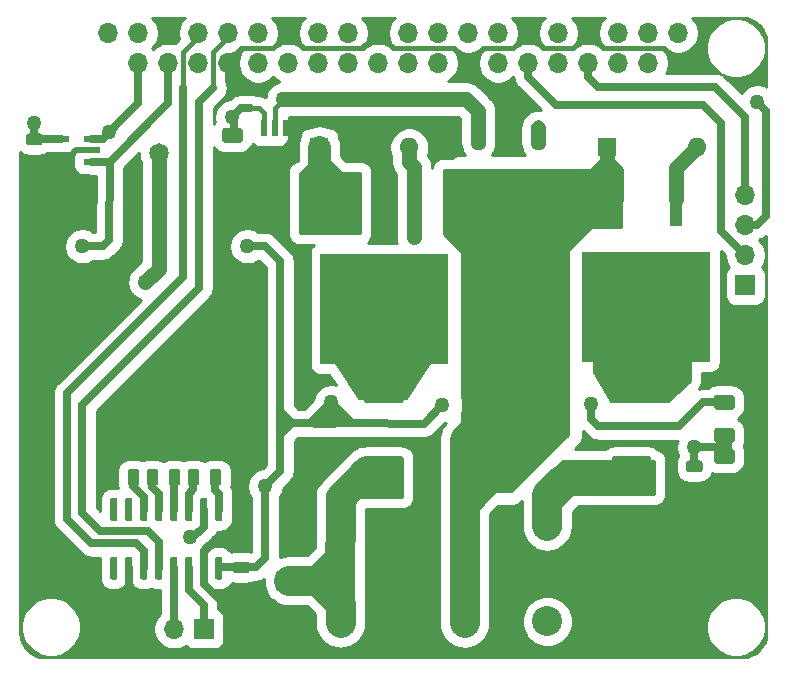
<source format=gbr>
G04 #@! TF.GenerationSoftware,KiCad,Pcbnew,5.1.5+dfsg1-2*
G04 #@! TF.CreationDate,2020-01-08T18:22:19+02:00*
G04 #@! TF.ProjectId,Morfeas_Rpi_Hat,4d6f7266-6561-4735-9f52-70695f486174,V1.0*
G04 #@! TF.SameCoordinates,Original*
G04 #@! TF.FileFunction,Copper,L1,Top*
G04 #@! TF.FilePolarity,Positive*
%FSLAX46Y46*%
G04 Gerber Fmt 4.6, Leading zero omitted, Abs format (unit mm)*
G04 Created by KiCad (PCBNEW 5.1.5+dfsg1-2) date 2020-01-08 18:22:19*
%MOMM*%
%LPD*%
G04 APERTURE LIST*
G04 #@! TA.AperFunction,ComponentPad*
%ADD10C,1.650000*%
G04 #@! TD*
G04 #@! TA.AperFunction,ComponentPad*
%ADD11C,0.025400*%
G04 #@! TD*
G04 #@! TA.AperFunction,ComponentPad*
%ADD12O,1.700000X1.700000*%
G04 #@! TD*
G04 #@! TA.AperFunction,SMDPad,CuDef*
%ADD13R,0.558800X1.473200*%
G04 #@! TD*
G04 #@! TA.AperFunction,ComponentPad*
%ADD14C,2.540000*%
G04 #@! TD*
G04 #@! TA.AperFunction,ComponentPad*
%ADD15R,1.700000X1.700000*%
G04 #@! TD*
G04 #@! TA.AperFunction,SMDPad,CuDef*
%ADD16R,2.199640X1.600200*%
G04 #@! TD*
G04 #@! TA.AperFunction,SMDPad,CuDef*
%ADD17C,0.025400*%
G04 #@! TD*
G04 #@! TA.AperFunction,ComponentPad*
%ADD18R,1.600000X1.600000*%
G04 #@! TD*
G04 #@! TA.AperFunction,ComponentPad*
%ADD19O,1.600000X1.600000*%
G04 #@! TD*
G04 #@! TA.AperFunction,SMDPad,CuDef*
%ADD20R,1.320800X0.558800*%
G04 #@! TD*
G04 #@! TA.AperFunction,SMDPad,CuDef*
%ADD21R,10.800000X9.400000*%
G04 #@! TD*
G04 #@! TA.AperFunction,SMDPad,CuDef*
%ADD22R,1.100000X4.600000*%
G04 #@! TD*
G04 #@! TA.AperFunction,ViaPad*
%ADD23C,1.270000*%
G04 #@! TD*
G04 #@! TA.AperFunction,Conductor*
%ADD24C,0.635000*%
G04 #@! TD*
G04 #@! TA.AperFunction,Conductor*
%ADD25C,0.406400*%
G04 #@! TD*
G04 #@! TA.AperFunction,Conductor*
%ADD26C,0.508000*%
G04 #@! TD*
G04 #@! TA.AperFunction,Conductor*
%ADD27C,1.270000*%
G04 #@! TD*
G04 #@! TA.AperFunction,Conductor*
%ADD28C,0.254000*%
G04 #@! TD*
G04 #@! TA.AperFunction,Conductor*
%ADD29C,2.540000*%
G04 #@! TD*
G04 #@! TA.AperFunction,Conductor*
%ADD30C,1.905000*%
G04 #@! TD*
G04 APERTURE END LIST*
D10*
G04 #@! TO.P,BT1,2*
G04 #@! TO.N,GND*
X134239000Y-95885000D03*
G04 #@! TO.P,BT1,1*
G04 #@! TO.N,Net-(BT1-Pad1)*
X134239000Y-75885000D03*
G04 #@! TD*
G04 #@! TA.AperFunction,ComponentPad*
D11*
G04 #@! TO.P,U2,3*
G04 #@! TO.N,+5V*
G36*
X161352242Y-73155058D02*
G01*
X161413883Y-73164201D01*
X161474332Y-73179343D01*
X161533005Y-73200336D01*
X161589338Y-73226980D01*
X161642788Y-73259017D01*
X161692841Y-73296138D01*
X161739014Y-73337987D01*
X161780863Y-73384160D01*
X161817984Y-73434213D01*
X161850021Y-73487663D01*
X161876665Y-73543996D01*
X161897658Y-73602669D01*
X161912800Y-73663118D01*
X161921943Y-73724759D01*
X161925001Y-73787000D01*
X161925001Y-75057000D01*
X161921943Y-75119241D01*
X161912800Y-75180882D01*
X161897658Y-75241331D01*
X161876665Y-75300004D01*
X161850021Y-75356337D01*
X161817984Y-75409787D01*
X161780863Y-75459840D01*
X161739014Y-75506013D01*
X161692841Y-75547862D01*
X161642788Y-75584983D01*
X161589338Y-75617020D01*
X161533005Y-75643664D01*
X161474332Y-75664657D01*
X161413883Y-75679799D01*
X161352242Y-75688942D01*
X161290001Y-75692000D01*
X161289999Y-75692000D01*
X161227758Y-75688942D01*
X161166117Y-75679799D01*
X161105668Y-75664657D01*
X161046995Y-75643664D01*
X160990662Y-75617020D01*
X160937212Y-75584983D01*
X160887159Y-75547862D01*
X160840986Y-75506013D01*
X160799137Y-75459840D01*
X160762016Y-75409787D01*
X160729979Y-75356337D01*
X160703335Y-75300004D01*
X160682342Y-75241331D01*
X160667200Y-75180882D01*
X160658057Y-75119241D01*
X160654999Y-75057000D01*
X160654999Y-73787000D01*
X160658057Y-73724759D01*
X160667200Y-73663118D01*
X160682342Y-73602669D01*
X160703335Y-73543996D01*
X160729979Y-73487663D01*
X160762016Y-73434213D01*
X160799137Y-73384160D01*
X160840986Y-73337987D01*
X160887159Y-73296138D01*
X160937212Y-73259017D01*
X160990662Y-73226980D01*
X161046995Y-73200336D01*
X161105668Y-73179343D01*
X161166117Y-73164201D01*
X161227758Y-73155058D01*
X161289999Y-73152000D01*
X161290001Y-73152000D01*
X161352242Y-73155058D01*
G37*
G04 #@! TD.AperFunction*
G04 #@! TA.AperFunction,ComponentPad*
G04 #@! TO.P,U2,2*
G04 #@! TO.N,GND*
G36*
X163892242Y-73155058D02*
G01*
X163953883Y-73164201D01*
X164014332Y-73179343D01*
X164073005Y-73200336D01*
X164129338Y-73226980D01*
X164182788Y-73259017D01*
X164232841Y-73296138D01*
X164279014Y-73337987D01*
X164320863Y-73384160D01*
X164357984Y-73434213D01*
X164390021Y-73487663D01*
X164416665Y-73543996D01*
X164437658Y-73602669D01*
X164452800Y-73663118D01*
X164461943Y-73724759D01*
X164465001Y-73787000D01*
X164465001Y-75057000D01*
X164461943Y-75119241D01*
X164452800Y-75180882D01*
X164437658Y-75241331D01*
X164416665Y-75300004D01*
X164390021Y-75356337D01*
X164357984Y-75409787D01*
X164320863Y-75459840D01*
X164279014Y-75506013D01*
X164232841Y-75547862D01*
X164182788Y-75584983D01*
X164129338Y-75617020D01*
X164073005Y-75643664D01*
X164014332Y-75664657D01*
X163953883Y-75679799D01*
X163892242Y-75688942D01*
X163830001Y-75692000D01*
X163829999Y-75692000D01*
X163767758Y-75688942D01*
X163706117Y-75679799D01*
X163645668Y-75664657D01*
X163586995Y-75643664D01*
X163530662Y-75617020D01*
X163477212Y-75584983D01*
X163427159Y-75547862D01*
X163380986Y-75506013D01*
X163339137Y-75459840D01*
X163302016Y-75409787D01*
X163269979Y-75356337D01*
X163243335Y-75300004D01*
X163222342Y-75241331D01*
X163207200Y-75180882D01*
X163198057Y-75119241D01*
X163194999Y-75057000D01*
X163194999Y-73787000D01*
X163198057Y-73724759D01*
X163207200Y-73663118D01*
X163222342Y-73602669D01*
X163243335Y-73543996D01*
X163269979Y-73487663D01*
X163302016Y-73434213D01*
X163339137Y-73384160D01*
X163380986Y-73337987D01*
X163427159Y-73296138D01*
X163477212Y-73259017D01*
X163530662Y-73226980D01*
X163586995Y-73200336D01*
X163645668Y-73179343D01*
X163706117Y-73164201D01*
X163767758Y-73155058D01*
X163829999Y-73152000D01*
X163830001Y-73152000D01*
X163892242Y-73155058D01*
G37*
G04 #@! TD.AperFunction*
G04 #@! TA.AperFunction,ComponentPad*
G04 #@! TO.P,U2,1*
G04 #@! TO.N,Net-(C2-Pad1)*
G36*
X166432242Y-73155058D02*
G01*
X166493883Y-73164201D01*
X166554332Y-73179343D01*
X166613005Y-73200336D01*
X166669338Y-73226980D01*
X166722788Y-73259017D01*
X166772841Y-73296138D01*
X166819014Y-73337987D01*
X166860863Y-73384160D01*
X166897984Y-73434213D01*
X166930021Y-73487663D01*
X166956665Y-73543996D01*
X166977658Y-73602669D01*
X166992800Y-73663118D01*
X167001943Y-73724759D01*
X167005001Y-73787000D01*
X167005001Y-75057000D01*
X167001943Y-75119241D01*
X166992800Y-75180882D01*
X166977658Y-75241331D01*
X166956665Y-75300004D01*
X166930021Y-75356337D01*
X166897984Y-75409787D01*
X166860863Y-75459840D01*
X166819014Y-75506013D01*
X166772841Y-75547862D01*
X166722788Y-75584983D01*
X166669338Y-75617020D01*
X166613005Y-75643664D01*
X166554332Y-75664657D01*
X166493883Y-75679799D01*
X166432242Y-75688942D01*
X166370001Y-75692000D01*
X166369999Y-75692000D01*
X166307758Y-75688942D01*
X166246117Y-75679799D01*
X166185668Y-75664657D01*
X166126995Y-75643664D01*
X166070662Y-75617020D01*
X166017212Y-75584983D01*
X165967159Y-75547862D01*
X165920986Y-75506013D01*
X165879137Y-75459840D01*
X165842016Y-75409787D01*
X165809979Y-75356337D01*
X165783335Y-75300004D01*
X165762342Y-75241331D01*
X165747200Y-75180882D01*
X165738057Y-75119241D01*
X165734999Y-75057000D01*
X165734999Y-73787000D01*
X165738057Y-73724759D01*
X165747200Y-73663118D01*
X165762342Y-73602669D01*
X165783335Y-73543996D01*
X165809979Y-73487663D01*
X165842016Y-73434213D01*
X165879137Y-73384160D01*
X165920986Y-73337987D01*
X165967159Y-73296138D01*
X166017212Y-73259017D01*
X166070662Y-73226980D01*
X166126995Y-73200336D01*
X166185668Y-73179343D01*
X166246117Y-73164201D01*
X166307758Y-73155058D01*
X166369999Y-73152000D01*
X166370001Y-73152000D01*
X166432242Y-73155058D01*
G37*
G04 #@! TD.AperFunction*
G04 #@! TD*
D12*
G04 #@! TO.P,J2,2*
G04 #@! TO.N,+5V*
X129964000Y-65770000D03*
G04 #@! TO.P,J2,3*
G04 #@! TO.N,SDA*
X132504000Y-68310000D03*
G04 #@! TO.P,J2,4*
G04 #@! TO.N,+5V*
X132504000Y-65770000D03*
G04 #@! TO.P,J2,5*
G04 #@! TO.N,SCL*
X135044000Y-68310000D03*
G04 #@! TO.P,J2,6*
G04 #@! TO.N,GND*
X135044000Y-65770000D03*
G04 #@! TO.P,J2,7*
G04 #@! TO.N,N/C*
X137584000Y-68310000D03*
G04 #@! TO.P,J2,8*
G04 #@! TO.N,TXD*
X137584000Y-65770000D03*
G04 #@! TO.P,J2,9*
G04 #@! TO.N,GND*
X140124000Y-68310000D03*
G04 #@! TO.P,J2,10*
G04 #@! TO.N,RXD*
X140124000Y-65770000D03*
G04 #@! TO.P,J2,11*
G04 #@! TO.N,N/C*
X142664000Y-68310000D03*
G04 #@! TO.P,J2,12*
X142664000Y-65770000D03*
G04 #@! TO.P,J2,13*
X145204000Y-68310000D03*
G04 #@! TO.P,J2,14*
G04 #@! TO.N,GND*
X145204000Y-65770000D03*
G04 #@! TO.P,J2,15*
G04 #@! TO.N,N/C*
X147744000Y-68310000D03*
G04 #@! TO.P,J2,16*
X147744000Y-65770000D03*
G04 #@! TO.P,J2,17*
X150284000Y-68310000D03*
G04 #@! TO.P,J2,18*
X150284000Y-65770000D03*
G04 #@! TO.P,J2,19*
X152824000Y-68310000D03*
G04 #@! TO.P,J2,20*
G04 #@! TO.N,GND*
X152824000Y-65770000D03*
G04 #@! TO.P,J2,21*
G04 #@! TO.N,N/C*
X155364000Y-68310000D03*
G04 #@! TO.P,J2,22*
X155364000Y-65770000D03*
G04 #@! TO.P,J2,23*
X157904000Y-68310000D03*
G04 #@! TO.P,J2,24*
X157904000Y-65770000D03*
G04 #@! TO.P,J2,25*
G04 #@! TO.N,GND*
X160444000Y-68310000D03*
G04 #@! TO.P,J2,26*
G04 #@! TO.N,N/C*
X160444000Y-65770000D03*
G04 #@! TO.P,J2,27*
X162984000Y-68310000D03*
G04 #@! TO.P,J2,28*
X162984000Y-65770000D03*
G04 #@! TO.P,J2,29*
G04 #@! TO.N,R*
X165524000Y-68310000D03*
G04 #@! TO.P,J2,30*
G04 #@! TO.N,GND*
X165524000Y-65770000D03*
G04 #@! TO.P,J2,31*
G04 #@! TO.N,G*
X168064000Y-68310000D03*
G04 #@! TO.P,J2,32*
G04 #@! TO.N,N/C*
X168064000Y-65770000D03*
G04 #@! TO.P,J2,33*
G04 #@! TO.N,B*
X170604000Y-68310000D03*
G04 #@! TO.P,J2,34*
G04 #@! TO.N,GND*
X170604000Y-65770000D03*
G04 #@! TO.P,J2,35*
G04 #@! TO.N,N/C*
X173144000Y-68310000D03*
G04 #@! TO.P,J2,36*
X173144000Y-65770000D03*
G04 #@! TO.P,J2,37*
X175684000Y-68310000D03*
G04 #@! TO.P,J2,38*
X175684000Y-65770000D03*
G04 #@! TO.P,J2,39*
G04 #@! TO.N,GND*
X178224000Y-68310000D03*
G04 #@! TO.P,J2,40*
G04 #@! TO.N,N/C*
X178224000Y-65770000D03*
G04 #@! TD*
D13*
G04 #@! TO.P,U3,1*
G04 #@! TO.N,GND*
X145034000Y-73812400D03*
G04 #@! TO.P,U3,2*
G04 #@! TO.N,+5V*
X144083999Y-73812400D03*
G04 #@! TO.P,U3,3*
G04 #@! TO.N,+3V3*
X143133998Y-73812400D03*
G04 #@! TO.P,U3,1*
G04 #@! TO.N,GND*
X143133998Y-76047600D03*
X145034000Y-76047600D03*
G04 #@! TD*
D14*
G04 #@! TO.P,J1,8*
G04 #@! TO.N,GND*
X174124000Y-115570000D03*
G04 #@! TO.P,J1,7*
X170624000Y-115570000D03*
G04 #@! TO.P,J1,6*
G04 #@! TO.N,/CAN0_P+*
X167124000Y-115570000D03*
G04 #@! TO.P,J1,5*
G04 #@! TO.N,GND*
X163624000Y-115570000D03*
G04 #@! TO.P,J1,4*
G04 #@! TO.N,+24V*
X160124000Y-115570000D03*
G04 #@! TO.P,J1,3*
G04 #@! TO.N,GND*
X156624000Y-115570000D03*
G04 #@! TO.P,J1,2*
X153124000Y-115570000D03*
G04 #@! TO.P,J1,1*
G04 #@! TO.N,/CAN1_P+*
X149624000Y-115570000D03*
G04 #@! TA.AperFunction,ComponentPad*
D11*
G36*
X149748483Y-106106114D02*
G01*
X149871766Y-106124402D01*
X149992663Y-106154685D01*
X150110009Y-106196672D01*
X150222675Y-106249959D01*
X150329575Y-106314033D01*
X150429680Y-106388276D01*
X150522027Y-106471973D01*
X150605724Y-106564320D01*
X150679967Y-106664425D01*
X150744041Y-106771325D01*
X150797328Y-106883991D01*
X150839315Y-107001337D01*
X150869598Y-107122234D01*
X150887886Y-107245517D01*
X150894001Y-107369999D01*
X150894001Y-107370001D01*
X150887886Y-107494483D01*
X150869598Y-107617766D01*
X150839315Y-107738663D01*
X150797328Y-107856009D01*
X150744041Y-107968675D01*
X150679967Y-108075575D01*
X150605724Y-108175680D01*
X150522027Y-108268027D01*
X150429680Y-108351724D01*
X150329575Y-108425967D01*
X150222675Y-108490041D01*
X150110009Y-108543328D01*
X149992663Y-108585315D01*
X149871766Y-108615598D01*
X149748483Y-108633886D01*
X149624001Y-108640001D01*
X149623999Y-108640001D01*
X149499517Y-108633886D01*
X149376234Y-108615598D01*
X149255337Y-108585315D01*
X149137991Y-108543328D01*
X149025325Y-108490041D01*
X148918425Y-108425967D01*
X148818320Y-108351724D01*
X148725973Y-108268027D01*
X148642276Y-108175680D01*
X148568033Y-108075575D01*
X148503959Y-107968675D01*
X148450672Y-107856009D01*
X148408685Y-107738663D01*
X148378402Y-107617766D01*
X148360114Y-107494483D01*
X148353999Y-107370001D01*
X148353999Y-107369999D01*
X148360114Y-107245517D01*
X148378402Y-107122234D01*
X148408685Y-107001337D01*
X148450672Y-106883991D01*
X148503959Y-106771325D01*
X148568033Y-106664425D01*
X148642276Y-106564320D01*
X148725973Y-106471973D01*
X148818320Y-106388276D01*
X148918425Y-106314033D01*
X149025325Y-106249959D01*
X149137991Y-106196672D01*
X149255337Y-106154685D01*
X149376234Y-106124402D01*
X149499517Y-106106114D01*
X149623999Y-106099999D01*
X149624001Y-106099999D01*
X149748483Y-106106114D01*
G37*
G04 #@! TD.AperFunction*
G04 #@! TA.AperFunction,ComponentPad*
G04 #@! TO.P,J1,2*
G04 #@! TO.N,GND*
G36*
X153248483Y-106106114D02*
G01*
X153371766Y-106124402D01*
X153492663Y-106154685D01*
X153610009Y-106196672D01*
X153722675Y-106249959D01*
X153829575Y-106314033D01*
X153929680Y-106388276D01*
X154022027Y-106471973D01*
X154105724Y-106564320D01*
X154179967Y-106664425D01*
X154244041Y-106771325D01*
X154297328Y-106883991D01*
X154339315Y-107001337D01*
X154369598Y-107122234D01*
X154387886Y-107245517D01*
X154394001Y-107369999D01*
X154394001Y-107370001D01*
X154387886Y-107494483D01*
X154369598Y-107617766D01*
X154339315Y-107738663D01*
X154297328Y-107856009D01*
X154244041Y-107968675D01*
X154179967Y-108075575D01*
X154105724Y-108175680D01*
X154022027Y-108268027D01*
X153929680Y-108351724D01*
X153829575Y-108425967D01*
X153722675Y-108490041D01*
X153610009Y-108543328D01*
X153492663Y-108585315D01*
X153371766Y-108615598D01*
X153248483Y-108633886D01*
X153124001Y-108640001D01*
X153123999Y-108640001D01*
X152999517Y-108633886D01*
X152876234Y-108615598D01*
X152755337Y-108585315D01*
X152637991Y-108543328D01*
X152525325Y-108490041D01*
X152418425Y-108425967D01*
X152318320Y-108351724D01*
X152225973Y-108268027D01*
X152142276Y-108175680D01*
X152068033Y-108075575D01*
X152003959Y-107968675D01*
X151950672Y-107856009D01*
X151908685Y-107738663D01*
X151878402Y-107617766D01*
X151860114Y-107494483D01*
X151853999Y-107370001D01*
X151853999Y-107369999D01*
X151860114Y-107245517D01*
X151878402Y-107122234D01*
X151908685Y-107001337D01*
X151950672Y-106883991D01*
X152003959Y-106771325D01*
X152068033Y-106664425D01*
X152142276Y-106564320D01*
X152225973Y-106471973D01*
X152318320Y-106388276D01*
X152418425Y-106314033D01*
X152525325Y-106249959D01*
X152637991Y-106196672D01*
X152755337Y-106154685D01*
X152876234Y-106124402D01*
X152999517Y-106106114D01*
X153123999Y-106099999D01*
X153124001Y-106099999D01*
X153248483Y-106106114D01*
G37*
G04 #@! TD.AperFunction*
G04 #@! TA.AperFunction,ComponentPad*
G04 #@! TO.P,J1,3*
G36*
X156748483Y-106106114D02*
G01*
X156871766Y-106124402D01*
X156992663Y-106154685D01*
X157110009Y-106196672D01*
X157222675Y-106249959D01*
X157329575Y-106314033D01*
X157429680Y-106388276D01*
X157522027Y-106471973D01*
X157605724Y-106564320D01*
X157679967Y-106664425D01*
X157744041Y-106771325D01*
X157797328Y-106883991D01*
X157839315Y-107001337D01*
X157869598Y-107122234D01*
X157887886Y-107245517D01*
X157894001Y-107369999D01*
X157894001Y-107370001D01*
X157887886Y-107494483D01*
X157869598Y-107617766D01*
X157839315Y-107738663D01*
X157797328Y-107856009D01*
X157744041Y-107968675D01*
X157679967Y-108075575D01*
X157605724Y-108175680D01*
X157522027Y-108268027D01*
X157429680Y-108351724D01*
X157329575Y-108425967D01*
X157222675Y-108490041D01*
X157110009Y-108543328D01*
X156992663Y-108585315D01*
X156871766Y-108615598D01*
X156748483Y-108633886D01*
X156624001Y-108640001D01*
X156623999Y-108640001D01*
X156499517Y-108633886D01*
X156376234Y-108615598D01*
X156255337Y-108585315D01*
X156137991Y-108543328D01*
X156025325Y-108490041D01*
X155918425Y-108425967D01*
X155818320Y-108351724D01*
X155725973Y-108268027D01*
X155642276Y-108175680D01*
X155568033Y-108075575D01*
X155503959Y-107968675D01*
X155450672Y-107856009D01*
X155408685Y-107738663D01*
X155378402Y-107617766D01*
X155360114Y-107494483D01*
X155353999Y-107370001D01*
X155353999Y-107369999D01*
X155360114Y-107245517D01*
X155378402Y-107122234D01*
X155408685Y-107001337D01*
X155450672Y-106883991D01*
X155503959Y-106771325D01*
X155568033Y-106664425D01*
X155642276Y-106564320D01*
X155725973Y-106471973D01*
X155818320Y-106388276D01*
X155918425Y-106314033D01*
X156025325Y-106249959D01*
X156137991Y-106196672D01*
X156255337Y-106154685D01*
X156376234Y-106124402D01*
X156499517Y-106106114D01*
X156623999Y-106099999D01*
X156624001Y-106099999D01*
X156748483Y-106106114D01*
G37*
G04 #@! TD.AperFunction*
G04 #@! TA.AperFunction,ComponentPad*
G04 #@! TO.P,J1,4*
G04 #@! TO.N,+24V*
G36*
X160248483Y-106106114D02*
G01*
X160371766Y-106124402D01*
X160492663Y-106154685D01*
X160610009Y-106196672D01*
X160722675Y-106249959D01*
X160829575Y-106314033D01*
X160929680Y-106388276D01*
X161022027Y-106471973D01*
X161105724Y-106564320D01*
X161179967Y-106664425D01*
X161244041Y-106771325D01*
X161297328Y-106883991D01*
X161339315Y-107001337D01*
X161369598Y-107122234D01*
X161387886Y-107245517D01*
X161394001Y-107369999D01*
X161394001Y-107370001D01*
X161387886Y-107494483D01*
X161369598Y-107617766D01*
X161339315Y-107738663D01*
X161297328Y-107856009D01*
X161244041Y-107968675D01*
X161179967Y-108075575D01*
X161105724Y-108175680D01*
X161022027Y-108268027D01*
X160929680Y-108351724D01*
X160829575Y-108425967D01*
X160722675Y-108490041D01*
X160610009Y-108543328D01*
X160492663Y-108585315D01*
X160371766Y-108615598D01*
X160248483Y-108633886D01*
X160124001Y-108640001D01*
X160123999Y-108640001D01*
X159999517Y-108633886D01*
X159876234Y-108615598D01*
X159755337Y-108585315D01*
X159637991Y-108543328D01*
X159525325Y-108490041D01*
X159418425Y-108425967D01*
X159318320Y-108351724D01*
X159225973Y-108268027D01*
X159142276Y-108175680D01*
X159068033Y-108075575D01*
X159003959Y-107968675D01*
X158950672Y-107856009D01*
X158908685Y-107738663D01*
X158878402Y-107617766D01*
X158860114Y-107494483D01*
X158853999Y-107370001D01*
X158853999Y-107369999D01*
X158860114Y-107245517D01*
X158878402Y-107122234D01*
X158908685Y-107001337D01*
X158950672Y-106883991D01*
X159003959Y-106771325D01*
X159068033Y-106664425D01*
X159142276Y-106564320D01*
X159225973Y-106471973D01*
X159318320Y-106388276D01*
X159418425Y-106314033D01*
X159525325Y-106249959D01*
X159637991Y-106196672D01*
X159755337Y-106154685D01*
X159876234Y-106124402D01*
X159999517Y-106106114D01*
X160123999Y-106099999D01*
X160124001Y-106099999D01*
X160248483Y-106106114D01*
G37*
G04 #@! TD.AperFunction*
G04 #@! TA.AperFunction,ComponentPad*
G04 #@! TO.P,J1,5*
G04 #@! TO.N,GND*
G36*
X163748483Y-106106114D02*
G01*
X163871766Y-106124402D01*
X163992663Y-106154685D01*
X164110009Y-106196672D01*
X164222675Y-106249959D01*
X164329575Y-106314033D01*
X164429680Y-106388276D01*
X164522027Y-106471973D01*
X164605724Y-106564320D01*
X164679967Y-106664425D01*
X164744041Y-106771325D01*
X164797328Y-106883991D01*
X164839315Y-107001337D01*
X164869598Y-107122234D01*
X164887886Y-107245517D01*
X164894001Y-107369999D01*
X164894001Y-107370001D01*
X164887886Y-107494483D01*
X164869598Y-107617766D01*
X164839315Y-107738663D01*
X164797328Y-107856009D01*
X164744041Y-107968675D01*
X164679967Y-108075575D01*
X164605724Y-108175680D01*
X164522027Y-108268027D01*
X164429680Y-108351724D01*
X164329575Y-108425967D01*
X164222675Y-108490041D01*
X164110009Y-108543328D01*
X163992663Y-108585315D01*
X163871766Y-108615598D01*
X163748483Y-108633886D01*
X163624001Y-108640001D01*
X163623999Y-108640001D01*
X163499517Y-108633886D01*
X163376234Y-108615598D01*
X163255337Y-108585315D01*
X163137991Y-108543328D01*
X163025325Y-108490041D01*
X162918425Y-108425967D01*
X162818320Y-108351724D01*
X162725973Y-108268027D01*
X162642276Y-108175680D01*
X162568033Y-108075575D01*
X162503959Y-107968675D01*
X162450672Y-107856009D01*
X162408685Y-107738663D01*
X162378402Y-107617766D01*
X162360114Y-107494483D01*
X162353999Y-107370001D01*
X162353999Y-107369999D01*
X162360114Y-107245517D01*
X162378402Y-107122234D01*
X162408685Y-107001337D01*
X162450672Y-106883991D01*
X162503959Y-106771325D01*
X162568033Y-106664425D01*
X162642276Y-106564320D01*
X162725973Y-106471973D01*
X162818320Y-106388276D01*
X162918425Y-106314033D01*
X163025325Y-106249959D01*
X163137991Y-106196672D01*
X163255337Y-106154685D01*
X163376234Y-106124402D01*
X163499517Y-106106114D01*
X163623999Y-106099999D01*
X163624001Y-106099999D01*
X163748483Y-106106114D01*
G37*
G04 #@! TD.AperFunction*
G04 #@! TA.AperFunction,ComponentPad*
G04 #@! TO.P,J1,6*
G04 #@! TO.N,/CAN0_P+*
G36*
X167248483Y-106106114D02*
G01*
X167371766Y-106124402D01*
X167492663Y-106154685D01*
X167610009Y-106196672D01*
X167722675Y-106249959D01*
X167829575Y-106314033D01*
X167929680Y-106388276D01*
X168022027Y-106471973D01*
X168105724Y-106564320D01*
X168179967Y-106664425D01*
X168244041Y-106771325D01*
X168297328Y-106883991D01*
X168339315Y-107001337D01*
X168369598Y-107122234D01*
X168387886Y-107245517D01*
X168394001Y-107369999D01*
X168394001Y-107370001D01*
X168387886Y-107494483D01*
X168369598Y-107617766D01*
X168339315Y-107738663D01*
X168297328Y-107856009D01*
X168244041Y-107968675D01*
X168179967Y-108075575D01*
X168105724Y-108175680D01*
X168022027Y-108268027D01*
X167929680Y-108351724D01*
X167829575Y-108425967D01*
X167722675Y-108490041D01*
X167610009Y-108543328D01*
X167492663Y-108585315D01*
X167371766Y-108615598D01*
X167248483Y-108633886D01*
X167124001Y-108640001D01*
X167123999Y-108640001D01*
X166999517Y-108633886D01*
X166876234Y-108615598D01*
X166755337Y-108585315D01*
X166637991Y-108543328D01*
X166525325Y-108490041D01*
X166418425Y-108425967D01*
X166318320Y-108351724D01*
X166225973Y-108268027D01*
X166142276Y-108175680D01*
X166068033Y-108075575D01*
X166003959Y-107968675D01*
X165950672Y-107856009D01*
X165908685Y-107738663D01*
X165878402Y-107617766D01*
X165860114Y-107494483D01*
X165853999Y-107370001D01*
X165853999Y-107369999D01*
X165860114Y-107245517D01*
X165878402Y-107122234D01*
X165908685Y-107001337D01*
X165950672Y-106883991D01*
X166003959Y-106771325D01*
X166068033Y-106664425D01*
X166142276Y-106564320D01*
X166225973Y-106471973D01*
X166318320Y-106388276D01*
X166418425Y-106314033D01*
X166525325Y-106249959D01*
X166637991Y-106196672D01*
X166755337Y-106154685D01*
X166876234Y-106124402D01*
X166999517Y-106106114D01*
X167123999Y-106099999D01*
X167124001Y-106099999D01*
X167248483Y-106106114D01*
G37*
G04 #@! TD.AperFunction*
G04 #@! TA.AperFunction,ComponentPad*
G04 #@! TO.P,J1,7*
G04 #@! TO.N,GND*
G36*
X170748483Y-106106114D02*
G01*
X170871766Y-106124402D01*
X170992663Y-106154685D01*
X171110009Y-106196672D01*
X171222675Y-106249959D01*
X171329575Y-106314033D01*
X171429680Y-106388276D01*
X171522027Y-106471973D01*
X171605724Y-106564320D01*
X171679967Y-106664425D01*
X171744041Y-106771325D01*
X171797328Y-106883991D01*
X171839315Y-107001337D01*
X171869598Y-107122234D01*
X171887886Y-107245517D01*
X171894001Y-107369999D01*
X171894001Y-107370001D01*
X171887886Y-107494483D01*
X171869598Y-107617766D01*
X171839315Y-107738663D01*
X171797328Y-107856009D01*
X171744041Y-107968675D01*
X171679967Y-108075575D01*
X171605724Y-108175680D01*
X171522027Y-108268027D01*
X171429680Y-108351724D01*
X171329575Y-108425967D01*
X171222675Y-108490041D01*
X171110009Y-108543328D01*
X170992663Y-108585315D01*
X170871766Y-108615598D01*
X170748483Y-108633886D01*
X170624001Y-108640001D01*
X170623999Y-108640001D01*
X170499517Y-108633886D01*
X170376234Y-108615598D01*
X170255337Y-108585315D01*
X170137991Y-108543328D01*
X170025325Y-108490041D01*
X169918425Y-108425967D01*
X169818320Y-108351724D01*
X169725973Y-108268027D01*
X169642276Y-108175680D01*
X169568033Y-108075575D01*
X169503959Y-107968675D01*
X169450672Y-107856009D01*
X169408685Y-107738663D01*
X169378402Y-107617766D01*
X169360114Y-107494483D01*
X169353999Y-107370001D01*
X169353999Y-107369999D01*
X169360114Y-107245517D01*
X169378402Y-107122234D01*
X169408685Y-107001337D01*
X169450672Y-106883991D01*
X169503959Y-106771325D01*
X169568033Y-106664425D01*
X169642276Y-106564320D01*
X169725973Y-106471973D01*
X169818320Y-106388276D01*
X169918425Y-106314033D01*
X170025325Y-106249959D01*
X170137991Y-106196672D01*
X170255337Y-106154685D01*
X170376234Y-106124402D01*
X170499517Y-106106114D01*
X170623999Y-106099999D01*
X170624001Y-106099999D01*
X170748483Y-106106114D01*
G37*
G04 #@! TD.AperFunction*
G04 #@! TA.AperFunction,ComponentPad*
G04 #@! TO.P,J1,8*
G36*
X174248483Y-106106114D02*
G01*
X174371766Y-106124402D01*
X174492663Y-106154685D01*
X174610009Y-106196672D01*
X174722675Y-106249959D01*
X174829575Y-106314033D01*
X174929680Y-106388276D01*
X175022027Y-106471973D01*
X175105724Y-106564320D01*
X175179967Y-106664425D01*
X175244041Y-106771325D01*
X175297328Y-106883991D01*
X175339315Y-107001337D01*
X175369598Y-107122234D01*
X175387886Y-107245517D01*
X175394001Y-107369999D01*
X175394001Y-107370001D01*
X175387886Y-107494483D01*
X175369598Y-107617766D01*
X175339315Y-107738663D01*
X175297328Y-107856009D01*
X175244041Y-107968675D01*
X175179967Y-108075575D01*
X175105724Y-108175680D01*
X175022027Y-108268027D01*
X174929680Y-108351724D01*
X174829575Y-108425967D01*
X174722675Y-108490041D01*
X174610009Y-108543328D01*
X174492663Y-108585315D01*
X174371766Y-108615598D01*
X174248483Y-108633886D01*
X174124001Y-108640001D01*
X174123999Y-108640001D01*
X173999517Y-108633886D01*
X173876234Y-108615598D01*
X173755337Y-108585315D01*
X173637991Y-108543328D01*
X173525325Y-108490041D01*
X173418425Y-108425967D01*
X173318320Y-108351724D01*
X173225973Y-108268027D01*
X173142276Y-108175680D01*
X173068033Y-108075575D01*
X173003959Y-107968675D01*
X172950672Y-107856009D01*
X172908685Y-107738663D01*
X172878402Y-107617766D01*
X172860114Y-107494483D01*
X172853999Y-107370001D01*
X172853999Y-107369999D01*
X172860114Y-107245517D01*
X172878402Y-107122234D01*
X172908685Y-107001337D01*
X172950672Y-106883991D01*
X173003959Y-106771325D01*
X173068033Y-106664425D01*
X173142276Y-106564320D01*
X173225973Y-106471973D01*
X173318320Y-106388276D01*
X173418425Y-106314033D01*
X173525325Y-106249959D01*
X173637991Y-106196672D01*
X173755337Y-106154685D01*
X173876234Y-106124402D01*
X173999517Y-106106114D01*
X174123999Y-106099999D01*
X174124001Y-106099999D01*
X174248483Y-106106114D01*
G37*
G04 #@! TD.AperFunction*
G04 #@! TD*
D12*
G04 #@! TO.P,J5,3*
G04 #@! TO.N,GND*
X132969000Y-116205000D03*
G04 #@! TO.P,J5,2*
G04 #@! TO.N,Net-(J5-Pad2)*
X135509000Y-116205000D03*
D15*
G04 #@! TO.P,J5,1*
G04 #@! TO.N,Net-(J5-Pad1)*
X138049000Y-116205000D03*
G04 #@! TD*
D16*
G04 #@! TO.P,D6,1*
G04 #@! TO.N,/CAN1_P+*
X145288000Y-112146080D03*
G04 #@! TO.P,D6,2*
G04 #@! TO.N,GND*
X145288000Y-115945920D03*
G04 #@! TD*
G04 #@! TA.AperFunction,SMDPad,CuDef*
D17*
G04 #@! TO.P,U4,16*
G04 #@! TO.N,+3V3*
G36*
X139483703Y-110085722D02*
G01*
X139498264Y-110087882D01*
X139512543Y-110091459D01*
X139526403Y-110096418D01*
X139539710Y-110102712D01*
X139552336Y-110110280D01*
X139564159Y-110119048D01*
X139575066Y-110128934D01*
X139584952Y-110139841D01*
X139593720Y-110151664D01*
X139601288Y-110164290D01*
X139607582Y-110177597D01*
X139612541Y-110191457D01*
X139616118Y-110205736D01*
X139618278Y-110220297D01*
X139619000Y-110235000D01*
X139619000Y-111885000D01*
X139618278Y-111899703D01*
X139616118Y-111914264D01*
X139612541Y-111928543D01*
X139607582Y-111942403D01*
X139601288Y-111955710D01*
X139593720Y-111968336D01*
X139584952Y-111980159D01*
X139575066Y-111991066D01*
X139564159Y-112000952D01*
X139552336Y-112009720D01*
X139539710Y-112017288D01*
X139526403Y-112023582D01*
X139512543Y-112028541D01*
X139498264Y-112032118D01*
X139483703Y-112034278D01*
X139469000Y-112035000D01*
X139169000Y-112035000D01*
X139154297Y-112034278D01*
X139139736Y-112032118D01*
X139125457Y-112028541D01*
X139111597Y-112023582D01*
X139098290Y-112017288D01*
X139085664Y-112009720D01*
X139073841Y-112000952D01*
X139062934Y-111991066D01*
X139053048Y-111980159D01*
X139044280Y-111968336D01*
X139036712Y-111955710D01*
X139030418Y-111942403D01*
X139025459Y-111928543D01*
X139021882Y-111914264D01*
X139019722Y-111899703D01*
X139019000Y-111885000D01*
X139019000Y-110235000D01*
X139019722Y-110220297D01*
X139021882Y-110205736D01*
X139025459Y-110191457D01*
X139030418Y-110177597D01*
X139036712Y-110164290D01*
X139044280Y-110151664D01*
X139053048Y-110139841D01*
X139062934Y-110128934D01*
X139073841Y-110119048D01*
X139085664Y-110110280D01*
X139098290Y-110102712D01*
X139111597Y-110096418D01*
X139125457Y-110091459D01*
X139139736Y-110087882D01*
X139154297Y-110085722D01*
X139169000Y-110085000D01*
X139469000Y-110085000D01*
X139483703Y-110085722D01*
G37*
G04 #@! TD.AperFunction*
G04 #@! TA.AperFunction,SMDPad,CuDef*
G04 #@! TO.P,U4,15*
G04 #@! TO.N,GND*
G36*
X138213703Y-110085722D02*
G01*
X138228264Y-110087882D01*
X138242543Y-110091459D01*
X138256403Y-110096418D01*
X138269710Y-110102712D01*
X138282336Y-110110280D01*
X138294159Y-110119048D01*
X138305066Y-110128934D01*
X138314952Y-110139841D01*
X138323720Y-110151664D01*
X138331288Y-110164290D01*
X138337582Y-110177597D01*
X138342541Y-110191457D01*
X138346118Y-110205736D01*
X138348278Y-110220297D01*
X138349000Y-110235000D01*
X138349000Y-111885000D01*
X138348278Y-111899703D01*
X138346118Y-111914264D01*
X138342541Y-111928543D01*
X138337582Y-111942403D01*
X138331288Y-111955710D01*
X138323720Y-111968336D01*
X138314952Y-111980159D01*
X138305066Y-111991066D01*
X138294159Y-112000952D01*
X138282336Y-112009720D01*
X138269710Y-112017288D01*
X138256403Y-112023582D01*
X138242543Y-112028541D01*
X138228264Y-112032118D01*
X138213703Y-112034278D01*
X138199000Y-112035000D01*
X137899000Y-112035000D01*
X137884297Y-112034278D01*
X137869736Y-112032118D01*
X137855457Y-112028541D01*
X137841597Y-112023582D01*
X137828290Y-112017288D01*
X137815664Y-112009720D01*
X137803841Y-112000952D01*
X137792934Y-111991066D01*
X137783048Y-111980159D01*
X137774280Y-111968336D01*
X137766712Y-111955710D01*
X137760418Y-111942403D01*
X137755459Y-111928543D01*
X137751882Y-111914264D01*
X137749722Y-111899703D01*
X137749000Y-111885000D01*
X137749000Y-110235000D01*
X137749722Y-110220297D01*
X137751882Y-110205736D01*
X137755459Y-110191457D01*
X137760418Y-110177597D01*
X137766712Y-110164290D01*
X137774280Y-110151664D01*
X137783048Y-110139841D01*
X137792934Y-110128934D01*
X137803841Y-110119048D01*
X137815664Y-110110280D01*
X137828290Y-110102712D01*
X137841597Y-110096418D01*
X137855457Y-110091459D01*
X137869736Y-110087882D01*
X137884297Y-110085722D01*
X137899000Y-110085000D01*
X138199000Y-110085000D01*
X138213703Y-110085722D01*
G37*
G04 #@! TD.AperFunction*
G04 #@! TA.AperFunction,SMDPad,CuDef*
G04 #@! TO.P,U4,14*
G04 #@! TO.N,Net-(J5-Pad1)*
G36*
X136943703Y-110085722D02*
G01*
X136958264Y-110087882D01*
X136972543Y-110091459D01*
X136986403Y-110096418D01*
X136999710Y-110102712D01*
X137012336Y-110110280D01*
X137024159Y-110119048D01*
X137035066Y-110128934D01*
X137044952Y-110139841D01*
X137053720Y-110151664D01*
X137061288Y-110164290D01*
X137067582Y-110177597D01*
X137072541Y-110191457D01*
X137076118Y-110205736D01*
X137078278Y-110220297D01*
X137079000Y-110235000D01*
X137079000Y-111885000D01*
X137078278Y-111899703D01*
X137076118Y-111914264D01*
X137072541Y-111928543D01*
X137067582Y-111942403D01*
X137061288Y-111955710D01*
X137053720Y-111968336D01*
X137044952Y-111980159D01*
X137035066Y-111991066D01*
X137024159Y-112000952D01*
X137012336Y-112009720D01*
X136999710Y-112017288D01*
X136986403Y-112023582D01*
X136972543Y-112028541D01*
X136958264Y-112032118D01*
X136943703Y-112034278D01*
X136929000Y-112035000D01*
X136629000Y-112035000D01*
X136614297Y-112034278D01*
X136599736Y-112032118D01*
X136585457Y-112028541D01*
X136571597Y-112023582D01*
X136558290Y-112017288D01*
X136545664Y-112009720D01*
X136533841Y-112000952D01*
X136522934Y-111991066D01*
X136513048Y-111980159D01*
X136504280Y-111968336D01*
X136496712Y-111955710D01*
X136490418Y-111942403D01*
X136485459Y-111928543D01*
X136481882Y-111914264D01*
X136479722Y-111899703D01*
X136479000Y-111885000D01*
X136479000Y-110235000D01*
X136479722Y-110220297D01*
X136481882Y-110205736D01*
X136485459Y-110191457D01*
X136490418Y-110177597D01*
X136496712Y-110164290D01*
X136504280Y-110151664D01*
X136513048Y-110139841D01*
X136522934Y-110128934D01*
X136533841Y-110119048D01*
X136545664Y-110110280D01*
X136558290Y-110102712D01*
X136571597Y-110096418D01*
X136585457Y-110091459D01*
X136599736Y-110087882D01*
X136614297Y-110085722D01*
X136629000Y-110085000D01*
X136929000Y-110085000D01*
X136943703Y-110085722D01*
G37*
G04 #@! TD.AperFunction*
G04 #@! TA.AperFunction,SMDPad,CuDef*
G04 #@! TO.P,U4,13*
G04 #@! TO.N,Net-(J5-Pad2)*
G36*
X135673703Y-110085722D02*
G01*
X135688264Y-110087882D01*
X135702543Y-110091459D01*
X135716403Y-110096418D01*
X135729710Y-110102712D01*
X135742336Y-110110280D01*
X135754159Y-110119048D01*
X135765066Y-110128934D01*
X135774952Y-110139841D01*
X135783720Y-110151664D01*
X135791288Y-110164290D01*
X135797582Y-110177597D01*
X135802541Y-110191457D01*
X135806118Y-110205736D01*
X135808278Y-110220297D01*
X135809000Y-110235000D01*
X135809000Y-111885000D01*
X135808278Y-111899703D01*
X135806118Y-111914264D01*
X135802541Y-111928543D01*
X135797582Y-111942403D01*
X135791288Y-111955710D01*
X135783720Y-111968336D01*
X135774952Y-111980159D01*
X135765066Y-111991066D01*
X135754159Y-112000952D01*
X135742336Y-112009720D01*
X135729710Y-112017288D01*
X135716403Y-112023582D01*
X135702543Y-112028541D01*
X135688264Y-112032118D01*
X135673703Y-112034278D01*
X135659000Y-112035000D01*
X135359000Y-112035000D01*
X135344297Y-112034278D01*
X135329736Y-112032118D01*
X135315457Y-112028541D01*
X135301597Y-112023582D01*
X135288290Y-112017288D01*
X135275664Y-112009720D01*
X135263841Y-112000952D01*
X135252934Y-111991066D01*
X135243048Y-111980159D01*
X135234280Y-111968336D01*
X135226712Y-111955710D01*
X135220418Y-111942403D01*
X135215459Y-111928543D01*
X135211882Y-111914264D01*
X135209722Y-111899703D01*
X135209000Y-111885000D01*
X135209000Y-110235000D01*
X135209722Y-110220297D01*
X135211882Y-110205736D01*
X135215459Y-110191457D01*
X135220418Y-110177597D01*
X135226712Y-110164290D01*
X135234280Y-110151664D01*
X135243048Y-110139841D01*
X135252934Y-110128934D01*
X135263841Y-110119048D01*
X135275664Y-110110280D01*
X135288290Y-110102712D01*
X135301597Y-110096418D01*
X135315457Y-110091459D01*
X135329736Y-110087882D01*
X135344297Y-110085722D01*
X135359000Y-110085000D01*
X135659000Y-110085000D01*
X135673703Y-110085722D01*
G37*
G04 #@! TD.AperFunction*
G04 #@! TA.AperFunction,SMDPad,CuDef*
G04 #@! TO.P,U4,12*
G04 #@! TO.N,RXD*
G36*
X134403703Y-110085722D02*
G01*
X134418264Y-110087882D01*
X134432543Y-110091459D01*
X134446403Y-110096418D01*
X134459710Y-110102712D01*
X134472336Y-110110280D01*
X134484159Y-110119048D01*
X134495066Y-110128934D01*
X134504952Y-110139841D01*
X134513720Y-110151664D01*
X134521288Y-110164290D01*
X134527582Y-110177597D01*
X134532541Y-110191457D01*
X134536118Y-110205736D01*
X134538278Y-110220297D01*
X134539000Y-110235000D01*
X134539000Y-111885000D01*
X134538278Y-111899703D01*
X134536118Y-111914264D01*
X134532541Y-111928543D01*
X134527582Y-111942403D01*
X134521288Y-111955710D01*
X134513720Y-111968336D01*
X134504952Y-111980159D01*
X134495066Y-111991066D01*
X134484159Y-112000952D01*
X134472336Y-112009720D01*
X134459710Y-112017288D01*
X134446403Y-112023582D01*
X134432543Y-112028541D01*
X134418264Y-112032118D01*
X134403703Y-112034278D01*
X134389000Y-112035000D01*
X134089000Y-112035000D01*
X134074297Y-112034278D01*
X134059736Y-112032118D01*
X134045457Y-112028541D01*
X134031597Y-112023582D01*
X134018290Y-112017288D01*
X134005664Y-112009720D01*
X133993841Y-112000952D01*
X133982934Y-111991066D01*
X133973048Y-111980159D01*
X133964280Y-111968336D01*
X133956712Y-111955710D01*
X133950418Y-111942403D01*
X133945459Y-111928543D01*
X133941882Y-111914264D01*
X133939722Y-111899703D01*
X133939000Y-111885000D01*
X133939000Y-110235000D01*
X133939722Y-110220297D01*
X133941882Y-110205736D01*
X133945459Y-110191457D01*
X133950418Y-110177597D01*
X133956712Y-110164290D01*
X133964280Y-110151664D01*
X133973048Y-110139841D01*
X133982934Y-110128934D01*
X133993841Y-110119048D01*
X134005664Y-110110280D01*
X134018290Y-110102712D01*
X134031597Y-110096418D01*
X134045457Y-110091459D01*
X134059736Y-110087882D01*
X134074297Y-110085722D01*
X134089000Y-110085000D01*
X134389000Y-110085000D01*
X134403703Y-110085722D01*
G37*
G04 #@! TD.AperFunction*
G04 #@! TA.AperFunction,SMDPad,CuDef*
G04 #@! TO.P,U4,11*
G04 #@! TO.N,TXD*
G36*
X133133703Y-110085722D02*
G01*
X133148264Y-110087882D01*
X133162543Y-110091459D01*
X133176403Y-110096418D01*
X133189710Y-110102712D01*
X133202336Y-110110280D01*
X133214159Y-110119048D01*
X133225066Y-110128934D01*
X133234952Y-110139841D01*
X133243720Y-110151664D01*
X133251288Y-110164290D01*
X133257582Y-110177597D01*
X133262541Y-110191457D01*
X133266118Y-110205736D01*
X133268278Y-110220297D01*
X133269000Y-110235000D01*
X133269000Y-111885000D01*
X133268278Y-111899703D01*
X133266118Y-111914264D01*
X133262541Y-111928543D01*
X133257582Y-111942403D01*
X133251288Y-111955710D01*
X133243720Y-111968336D01*
X133234952Y-111980159D01*
X133225066Y-111991066D01*
X133214159Y-112000952D01*
X133202336Y-112009720D01*
X133189710Y-112017288D01*
X133176403Y-112023582D01*
X133162543Y-112028541D01*
X133148264Y-112032118D01*
X133133703Y-112034278D01*
X133119000Y-112035000D01*
X132819000Y-112035000D01*
X132804297Y-112034278D01*
X132789736Y-112032118D01*
X132775457Y-112028541D01*
X132761597Y-112023582D01*
X132748290Y-112017288D01*
X132735664Y-112009720D01*
X132723841Y-112000952D01*
X132712934Y-111991066D01*
X132703048Y-111980159D01*
X132694280Y-111968336D01*
X132686712Y-111955710D01*
X132680418Y-111942403D01*
X132675459Y-111928543D01*
X132671882Y-111914264D01*
X132669722Y-111899703D01*
X132669000Y-111885000D01*
X132669000Y-110235000D01*
X132669722Y-110220297D01*
X132671882Y-110205736D01*
X132675459Y-110191457D01*
X132680418Y-110177597D01*
X132686712Y-110164290D01*
X132694280Y-110151664D01*
X132703048Y-110139841D01*
X132712934Y-110128934D01*
X132723841Y-110119048D01*
X132735664Y-110110280D01*
X132748290Y-110102712D01*
X132761597Y-110096418D01*
X132775457Y-110091459D01*
X132789736Y-110087882D01*
X132804297Y-110085722D01*
X132819000Y-110085000D01*
X133119000Y-110085000D01*
X133133703Y-110085722D01*
G37*
G04 #@! TD.AperFunction*
G04 #@! TA.AperFunction,SMDPad,CuDef*
G04 #@! TO.P,U4,10*
G04 #@! TO.N,GND*
G36*
X131863703Y-110085722D02*
G01*
X131878264Y-110087882D01*
X131892543Y-110091459D01*
X131906403Y-110096418D01*
X131919710Y-110102712D01*
X131932336Y-110110280D01*
X131944159Y-110119048D01*
X131955066Y-110128934D01*
X131964952Y-110139841D01*
X131973720Y-110151664D01*
X131981288Y-110164290D01*
X131987582Y-110177597D01*
X131992541Y-110191457D01*
X131996118Y-110205736D01*
X131998278Y-110220297D01*
X131999000Y-110235000D01*
X131999000Y-111885000D01*
X131998278Y-111899703D01*
X131996118Y-111914264D01*
X131992541Y-111928543D01*
X131987582Y-111942403D01*
X131981288Y-111955710D01*
X131973720Y-111968336D01*
X131964952Y-111980159D01*
X131955066Y-111991066D01*
X131944159Y-112000952D01*
X131932336Y-112009720D01*
X131919710Y-112017288D01*
X131906403Y-112023582D01*
X131892543Y-112028541D01*
X131878264Y-112032118D01*
X131863703Y-112034278D01*
X131849000Y-112035000D01*
X131549000Y-112035000D01*
X131534297Y-112034278D01*
X131519736Y-112032118D01*
X131505457Y-112028541D01*
X131491597Y-112023582D01*
X131478290Y-112017288D01*
X131465664Y-112009720D01*
X131453841Y-112000952D01*
X131442934Y-111991066D01*
X131433048Y-111980159D01*
X131424280Y-111968336D01*
X131416712Y-111955710D01*
X131410418Y-111942403D01*
X131405459Y-111928543D01*
X131401882Y-111914264D01*
X131399722Y-111899703D01*
X131399000Y-111885000D01*
X131399000Y-110235000D01*
X131399722Y-110220297D01*
X131401882Y-110205736D01*
X131405459Y-110191457D01*
X131410418Y-110177597D01*
X131416712Y-110164290D01*
X131424280Y-110151664D01*
X131433048Y-110139841D01*
X131442934Y-110128934D01*
X131453841Y-110119048D01*
X131465664Y-110110280D01*
X131478290Y-110102712D01*
X131491597Y-110096418D01*
X131505457Y-110091459D01*
X131519736Y-110087882D01*
X131534297Y-110085722D01*
X131549000Y-110085000D01*
X131849000Y-110085000D01*
X131863703Y-110085722D01*
G37*
G04 #@! TD.AperFunction*
G04 #@! TA.AperFunction,SMDPad,CuDef*
G04 #@! TO.P,U4,9*
G04 #@! TO.N,N/C*
G36*
X130593703Y-110085722D02*
G01*
X130608264Y-110087882D01*
X130622543Y-110091459D01*
X130636403Y-110096418D01*
X130649710Y-110102712D01*
X130662336Y-110110280D01*
X130674159Y-110119048D01*
X130685066Y-110128934D01*
X130694952Y-110139841D01*
X130703720Y-110151664D01*
X130711288Y-110164290D01*
X130717582Y-110177597D01*
X130722541Y-110191457D01*
X130726118Y-110205736D01*
X130728278Y-110220297D01*
X130729000Y-110235000D01*
X130729000Y-111885000D01*
X130728278Y-111899703D01*
X130726118Y-111914264D01*
X130722541Y-111928543D01*
X130717582Y-111942403D01*
X130711288Y-111955710D01*
X130703720Y-111968336D01*
X130694952Y-111980159D01*
X130685066Y-111991066D01*
X130674159Y-112000952D01*
X130662336Y-112009720D01*
X130649710Y-112017288D01*
X130636403Y-112023582D01*
X130622543Y-112028541D01*
X130608264Y-112032118D01*
X130593703Y-112034278D01*
X130579000Y-112035000D01*
X130279000Y-112035000D01*
X130264297Y-112034278D01*
X130249736Y-112032118D01*
X130235457Y-112028541D01*
X130221597Y-112023582D01*
X130208290Y-112017288D01*
X130195664Y-112009720D01*
X130183841Y-112000952D01*
X130172934Y-111991066D01*
X130163048Y-111980159D01*
X130154280Y-111968336D01*
X130146712Y-111955710D01*
X130140418Y-111942403D01*
X130135459Y-111928543D01*
X130131882Y-111914264D01*
X130129722Y-111899703D01*
X130129000Y-111885000D01*
X130129000Y-110235000D01*
X130129722Y-110220297D01*
X130131882Y-110205736D01*
X130135459Y-110191457D01*
X130140418Y-110177597D01*
X130146712Y-110164290D01*
X130154280Y-110151664D01*
X130163048Y-110139841D01*
X130172934Y-110128934D01*
X130183841Y-110119048D01*
X130195664Y-110110280D01*
X130208290Y-110102712D01*
X130221597Y-110096418D01*
X130235457Y-110091459D01*
X130249736Y-110087882D01*
X130264297Y-110085722D01*
X130279000Y-110085000D01*
X130579000Y-110085000D01*
X130593703Y-110085722D01*
G37*
G04 #@! TD.AperFunction*
G04 #@! TA.AperFunction,SMDPad,CuDef*
G04 #@! TO.P,U4,8*
G36*
X130593703Y-105135722D02*
G01*
X130608264Y-105137882D01*
X130622543Y-105141459D01*
X130636403Y-105146418D01*
X130649710Y-105152712D01*
X130662336Y-105160280D01*
X130674159Y-105169048D01*
X130685066Y-105178934D01*
X130694952Y-105189841D01*
X130703720Y-105201664D01*
X130711288Y-105214290D01*
X130717582Y-105227597D01*
X130722541Y-105241457D01*
X130726118Y-105255736D01*
X130728278Y-105270297D01*
X130729000Y-105285000D01*
X130729000Y-106935000D01*
X130728278Y-106949703D01*
X130726118Y-106964264D01*
X130722541Y-106978543D01*
X130717582Y-106992403D01*
X130711288Y-107005710D01*
X130703720Y-107018336D01*
X130694952Y-107030159D01*
X130685066Y-107041066D01*
X130674159Y-107050952D01*
X130662336Y-107059720D01*
X130649710Y-107067288D01*
X130636403Y-107073582D01*
X130622543Y-107078541D01*
X130608264Y-107082118D01*
X130593703Y-107084278D01*
X130579000Y-107085000D01*
X130279000Y-107085000D01*
X130264297Y-107084278D01*
X130249736Y-107082118D01*
X130235457Y-107078541D01*
X130221597Y-107073582D01*
X130208290Y-107067288D01*
X130195664Y-107059720D01*
X130183841Y-107050952D01*
X130172934Y-107041066D01*
X130163048Y-107030159D01*
X130154280Y-107018336D01*
X130146712Y-107005710D01*
X130140418Y-106992403D01*
X130135459Y-106978543D01*
X130131882Y-106964264D01*
X130129722Y-106949703D01*
X130129000Y-106935000D01*
X130129000Y-105285000D01*
X130129722Y-105270297D01*
X130131882Y-105255736D01*
X130135459Y-105241457D01*
X130140418Y-105227597D01*
X130146712Y-105214290D01*
X130154280Y-105201664D01*
X130163048Y-105189841D01*
X130172934Y-105178934D01*
X130183841Y-105169048D01*
X130195664Y-105160280D01*
X130208290Y-105152712D01*
X130221597Y-105146418D01*
X130235457Y-105141459D01*
X130249736Y-105137882D01*
X130264297Y-105135722D01*
X130279000Y-105135000D01*
X130579000Y-105135000D01*
X130593703Y-105135722D01*
G37*
G04 #@! TD.AperFunction*
G04 #@! TA.AperFunction,SMDPad,CuDef*
G04 #@! TO.P,U4,7*
G36*
X131863703Y-105135722D02*
G01*
X131878264Y-105137882D01*
X131892543Y-105141459D01*
X131906403Y-105146418D01*
X131919710Y-105152712D01*
X131932336Y-105160280D01*
X131944159Y-105169048D01*
X131955066Y-105178934D01*
X131964952Y-105189841D01*
X131973720Y-105201664D01*
X131981288Y-105214290D01*
X131987582Y-105227597D01*
X131992541Y-105241457D01*
X131996118Y-105255736D01*
X131998278Y-105270297D01*
X131999000Y-105285000D01*
X131999000Y-106935000D01*
X131998278Y-106949703D01*
X131996118Y-106964264D01*
X131992541Y-106978543D01*
X131987582Y-106992403D01*
X131981288Y-107005710D01*
X131973720Y-107018336D01*
X131964952Y-107030159D01*
X131955066Y-107041066D01*
X131944159Y-107050952D01*
X131932336Y-107059720D01*
X131919710Y-107067288D01*
X131906403Y-107073582D01*
X131892543Y-107078541D01*
X131878264Y-107082118D01*
X131863703Y-107084278D01*
X131849000Y-107085000D01*
X131549000Y-107085000D01*
X131534297Y-107084278D01*
X131519736Y-107082118D01*
X131505457Y-107078541D01*
X131491597Y-107073582D01*
X131478290Y-107067288D01*
X131465664Y-107059720D01*
X131453841Y-107050952D01*
X131442934Y-107041066D01*
X131433048Y-107030159D01*
X131424280Y-107018336D01*
X131416712Y-107005710D01*
X131410418Y-106992403D01*
X131405459Y-106978543D01*
X131401882Y-106964264D01*
X131399722Y-106949703D01*
X131399000Y-106935000D01*
X131399000Y-105285000D01*
X131399722Y-105270297D01*
X131401882Y-105255736D01*
X131405459Y-105241457D01*
X131410418Y-105227597D01*
X131416712Y-105214290D01*
X131424280Y-105201664D01*
X131433048Y-105189841D01*
X131442934Y-105178934D01*
X131453841Y-105169048D01*
X131465664Y-105160280D01*
X131478290Y-105152712D01*
X131491597Y-105146418D01*
X131505457Y-105141459D01*
X131519736Y-105137882D01*
X131534297Y-105135722D01*
X131549000Y-105135000D01*
X131849000Y-105135000D01*
X131863703Y-105135722D01*
G37*
G04 #@! TD.AperFunction*
G04 #@! TA.AperFunction,SMDPad,CuDef*
G04 #@! TO.P,U4,6*
G04 #@! TO.N,Net-(C10-Pad2)*
G36*
X133133703Y-105135722D02*
G01*
X133148264Y-105137882D01*
X133162543Y-105141459D01*
X133176403Y-105146418D01*
X133189710Y-105152712D01*
X133202336Y-105160280D01*
X133214159Y-105169048D01*
X133225066Y-105178934D01*
X133234952Y-105189841D01*
X133243720Y-105201664D01*
X133251288Y-105214290D01*
X133257582Y-105227597D01*
X133262541Y-105241457D01*
X133266118Y-105255736D01*
X133268278Y-105270297D01*
X133269000Y-105285000D01*
X133269000Y-106935000D01*
X133268278Y-106949703D01*
X133266118Y-106964264D01*
X133262541Y-106978543D01*
X133257582Y-106992403D01*
X133251288Y-107005710D01*
X133243720Y-107018336D01*
X133234952Y-107030159D01*
X133225066Y-107041066D01*
X133214159Y-107050952D01*
X133202336Y-107059720D01*
X133189710Y-107067288D01*
X133176403Y-107073582D01*
X133162543Y-107078541D01*
X133148264Y-107082118D01*
X133133703Y-107084278D01*
X133119000Y-107085000D01*
X132819000Y-107085000D01*
X132804297Y-107084278D01*
X132789736Y-107082118D01*
X132775457Y-107078541D01*
X132761597Y-107073582D01*
X132748290Y-107067288D01*
X132735664Y-107059720D01*
X132723841Y-107050952D01*
X132712934Y-107041066D01*
X132703048Y-107030159D01*
X132694280Y-107018336D01*
X132686712Y-107005710D01*
X132680418Y-106992403D01*
X132675459Y-106978543D01*
X132671882Y-106964264D01*
X132669722Y-106949703D01*
X132669000Y-106935000D01*
X132669000Y-105285000D01*
X132669722Y-105270297D01*
X132671882Y-105255736D01*
X132675459Y-105241457D01*
X132680418Y-105227597D01*
X132686712Y-105214290D01*
X132694280Y-105201664D01*
X132703048Y-105189841D01*
X132712934Y-105178934D01*
X132723841Y-105169048D01*
X132735664Y-105160280D01*
X132748290Y-105152712D01*
X132761597Y-105146418D01*
X132775457Y-105141459D01*
X132789736Y-105137882D01*
X132804297Y-105135722D01*
X132819000Y-105135000D01*
X133119000Y-105135000D01*
X133133703Y-105135722D01*
G37*
G04 #@! TD.AperFunction*
G04 #@! TA.AperFunction,SMDPad,CuDef*
G04 #@! TO.P,U4,5*
G04 #@! TO.N,Net-(C5-Pad1)*
G36*
X134403703Y-105135722D02*
G01*
X134418264Y-105137882D01*
X134432543Y-105141459D01*
X134446403Y-105146418D01*
X134459710Y-105152712D01*
X134472336Y-105160280D01*
X134484159Y-105169048D01*
X134495066Y-105178934D01*
X134504952Y-105189841D01*
X134513720Y-105201664D01*
X134521288Y-105214290D01*
X134527582Y-105227597D01*
X134532541Y-105241457D01*
X134536118Y-105255736D01*
X134538278Y-105270297D01*
X134539000Y-105285000D01*
X134539000Y-106935000D01*
X134538278Y-106949703D01*
X134536118Y-106964264D01*
X134532541Y-106978543D01*
X134527582Y-106992403D01*
X134521288Y-107005710D01*
X134513720Y-107018336D01*
X134504952Y-107030159D01*
X134495066Y-107041066D01*
X134484159Y-107050952D01*
X134472336Y-107059720D01*
X134459710Y-107067288D01*
X134446403Y-107073582D01*
X134432543Y-107078541D01*
X134418264Y-107082118D01*
X134403703Y-107084278D01*
X134389000Y-107085000D01*
X134089000Y-107085000D01*
X134074297Y-107084278D01*
X134059736Y-107082118D01*
X134045457Y-107078541D01*
X134031597Y-107073582D01*
X134018290Y-107067288D01*
X134005664Y-107059720D01*
X133993841Y-107050952D01*
X133982934Y-107041066D01*
X133973048Y-107030159D01*
X133964280Y-107018336D01*
X133956712Y-107005710D01*
X133950418Y-106992403D01*
X133945459Y-106978543D01*
X133941882Y-106964264D01*
X133939722Y-106949703D01*
X133939000Y-106935000D01*
X133939000Y-105285000D01*
X133939722Y-105270297D01*
X133941882Y-105255736D01*
X133945459Y-105241457D01*
X133950418Y-105227597D01*
X133956712Y-105214290D01*
X133964280Y-105201664D01*
X133973048Y-105189841D01*
X133982934Y-105178934D01*
X133993841Y-105169048D01*
X134005664Y-105160280D01*
X134018290Y-105152712D01*
X134031597Y-105146418D01*
X134045457Y-105141459D01*
X134059736Y-105137882D01*
X134074297Y-105135722D01*
X134089000Y-105135000D01*
X134389000Y-105135000D01*
X134403703Y-105135722D01*
G37*
G04 #@! TD.AperFunction*
G04 #@! TA.AperFunction,SMDPad,CuDef*
G04 #@! TO.P,U4,4*
G04 #@! TO.N,Net-(C5-Pad2)*
G36*
X135673703Y-105135722D02*
G01*
X135688264Y-105137882D01*
X135702543Y-105141459D01*
X135716403Y-105146418D01*
X135729710Y-105152712D01*
X135742336Y-105160280D01*
X135754159Y-105169048D01*
X135765066Y-105178934D01*
X135774952Y-105189841D01*
X135783720Y-105201664D01*
X135791288Y-105214290D01*
X135797582Y-105227597D01*
X135802541Y-105241457D01*
X135806118Y-105255736D01*
X135808278Y-105270297D01*
X135809000Y-105285000D01*
X135809000Y-106935000D01*
X135808278Y-106949703D01*
X135806118Y-106964264D01*
X135802541Y-106978543D01*
X135797582Y-106992403D01*
X135791288Y-107005710D01*
X135783720Y-107018336D01*
X135774952Y-107030159D01*
X135765066Y-107041066D01*
X135754159Y-107050952D01*
X135742336Y-107059720D01*
X135729710Y-107067288D01*
X135716403Y-107073582D01*
X135702543Y-107078541D01*
X135688264Y-107082118D01*
X135673703Y-107084278D01*
X135659000Y-107085000D01*
X135359000Y-107085000D01*
X135344297Y-107084278D01*
X135329736Y-107082118D01*
X135315457Y-107078541D01*
X135301597Y-107073582D01*
X135288290Y-107067288D01*
X135275664Y-107059720D01*
X135263841Y-107050952D01*
X135252934Y-107041066D01*
X135243048Y-107030159D01*
X135234280Y-107018336D01*
X135226712Y-107005710D01*
X135220418Y-106992403D01*
X135215459Y-106978543D01*
X135211882Y-106964264D01*
X135209722Y-106949703D01*
X135209000Y-106935000D01*
X135209000Y-105285000D01*
X135209722Y-105270297D01*
X135211882Y-105255736D01*
X135215459Y-105241457D01*
X135220418Y-105227597D01*
X135226712Y-105214290D01*
X135234280Y-105201664D01*
X135243048Y-105189841D01*
X135252934Y-105178934D01*
X135263841Y-105169048D01*
X135275664Y-105160280D01*
X135288290Y-105152712D01*
X135301597Y-105146418D01*
X135315457Y-105141459D01*
X135329736Y-105137882D01*
X135344297Y-105135722D01*
X135359000Y-105135000D01*
X135659000Y-105135000D01*
X135673703Y-105135722D01*
G37*
G04 #@! TD.AperFunction*
G04 #@! TA.AperFunction,SMDPad,CuDef*
G04 #@! TO.P,U4,3*
G04 #@! TO.N,Net-(C4-Pad1)*
G36*
X136943703Y-105135722D02*
G01*
X136958264Y-105137882D01*
X136972543Y-105141459D01*
X136986403Y-105146418D01*
X136999710Y-105152712D01*
X137012336Y-105160280D01*
X137024159Y-105169048D01*
X137035066Y-105178934D01*
X137044952Y-105189841D01*
X137053720Y-105201664D01*
X137061288Y-105214290D01*
X137067582Y-105227597D01*
X137072541Y-105241457D01*
X137076118Y-105255736D01*
X137078278Y-105270297D01*
X137079000Y-105285000D01*
X137079000Y-106935000D01*
X137078278Y-106949703D01*
X137076118Y-106964264D01*
X137072541Y-106978543D01*
X137067582Y-106992403D01*
X137061288Y-107005710D01*
X137053720Y-107018336D01*
X137044952Y-107030159D01*
X137035066Y-107041066D01*
X137024159Y-107050952D01*
X137012336Y-107059720D01*
X136999710Y-107067288D01*
X136986403Y-107073582D01*
X136972543Y-107078541D01*
X136958264Y-107082118D01*
X136943703Y-107084278D01*
X136929000Y-107085000D01*
X136629000Y-107085000D01*
X136614297Y-107084278D01*
X136599736Y-107082118D01*
X136585457Y-107078541D01*
X136571597Y-107073582D01*
X136558290Y-107067288D01*
X136545664Y-107059720D01*
X136533841Y-107050952D01*
X136522934Y-107041066D01*
X136513048Y-107030159D01*
X136504280Y-107018336D01*
X136496712Y-107005710D01*
X136490418Y-106992403D01*
X136485459Y-106978543D01*
X136481882Y-106964264D01*
X136479722Y-106949703D01*
X136479000Y-106935000D01*
X136479000Y-105285000D01*
X136479722Y-105270297D01*
X136481882Y-105255736D01*
X136485459Y-105241457D01*
X136490418Y-105227597D01*
X136496712Y-105214290D01*
X136504280Y-105201664D01*
X136513048Y-105189841D01*
X136522934Y-105178934D01*
X136533841Y-105169048D01*
X136545664Y-105160280D01*
X136558290Y-105152712D01*
X136571597Y-105146418D01*
X136585457Y-105141459D01*
X136599736Y-105137882D01*
X136614297Y-105135722D01*
X136629000Y-105135000D01*
X136929000Y-105135000D01*
X136943703Y-105135722D01*
G37*
G04 #@! TD.AperFunction*
G04 #@! TA.AperFunction,SMDPad,CuDef*
G04 #@! TO.P,U4,2*
G04 #@! TO.N,Net-(C9-Pad2)*
G36*
X138213703Y-105135722D02*
G01*
X138228264Y-105137882D01*
X138242543Y-105141459D01*
X138256403Y-105146418D01*
X138269710Y-105152712D01*
X138282336Y-105160280D01*
X138294159Y-105169048D01*
X138305066Y-105178934D01*
X138314952Y-105189841D01*
X138323720Y-105201664D01*
X138331288Y-105214290D01*
X138337582Y-105227597D01*
X138342541Y-105241457D01*
X138346118Y-105255736D01*
X138348278Y-105270297D01*
X138349000Y-105285000D01*
X138349000Y-106935000D01*
X138348278Y-106949703D01*
X138346118Y-106964264D01*
X138342541Y-106978543D01*
X138337582Y-106992403D01*
X138331288Y-107005710D01*
X138323720Y-107018336D01*
X138314952Y-107030159D01*
X138305066Y-107041066D01*
X138294159Y-107050952D01*
X138282336Y-107059720D01*
X138269710Y-107067288D01*
X138256403Y-107073582D01*
X138242543Y-107078541D01*
X138228264Y-107082118D01*
X138213703Y-107084278D01*
X138199000Y-107085000D01*
X137899000Y-107085000D01*
X137884297Y-107084278D01*
X137869736Y-107082118D01*
X137855457Y-107078541D01*
X137841597Y-107073582D01*
X137828290Y-107067288D01*
X137815664Y-107059720D01*
X137803841Y-107050952D01*
X137792934Y-107041066D01*
X137783048Y-107030159D01*
X137774280Y-107018336D01*
X137766712Y-107005710D01*
X137760418Y-106992403D01*
X137755459Y-106978543D01*
X137751882Y-106964264D01*
X137749722Y-106949703D01*
X137749000Y-106935000D01*
X137749000Y-105285000D01*
X137749722Y-105270297D01*
X137751882Y-105255736D01*
X137755459Y-105241457D01*
X137760418Y-105227597D01*
X137766712Y-105214290D01*
X137774280Y-105201664D01*
X137783048Y-105189841D01*
X137792934Y-105178934D01*
X137803841Y-105169048D01*
X137815664Y-105160280D01*
X137828290Y-105152712D01*
X137841597Y-105146418D01*
X137855457Y-105141459D01*
X137869736Y-105137882D01*
X137884297Y-105135722D01*
X137899000Y-105135000D01*
X138199000Y-105135000D01*
X138213703Y-105135722D01*
G37*
G04 #@! TD.AperFunction*
G04 #@! TA.AperFunction,SMDPad,CuDef*
G04 #@! TO.P,U4,1*
G04 #@! TO.N,Net-(C4-Pad2)*
G36*
X139483703Y-105135722D02*
G01*
X139498264Y-105137882D01*
X139512543Y-105141459D01*
X139526403Y-105146418D01*
X139539710Y-105152712D01*
X139552336Y-105160280D01*
X139564159Y-105169048D01*
X139575066Y-105178934D01*
X139584952Y-105189841D01*
X139593720Y-105201664D01*
X139601288Y-105214290D01*
X139607582Y-105227597D01*
X139612541Y-105241457D01*
X139616118Y-105255736D01*
X139618278Y-105270297D01*
X139619000Y-105285000D01*
X139619000Y-106935000D01*
X139618278Y-106949703D01*
X139616118Y-106964264D01*
X139612541Y-106978543D01*
X139607582Y-106992403D01*
X139601288Y-107005710D01*
X139593720Y-107018336D01*
X139584952Y-107030159D01*
X139575066Y-107041066D01*
X139564159Y-107050952D01*
X139552336Y-107059720D01*
X139539710Y-107067288D01*
X139526403Y-107073582D01*
X139512543Y-107078541D01*
X139498264Y-107082118D01*
X139483703Y-107084278D01*
X139469000Y-107085000D01*
X139169000Y-107085000D01*
X139154297Y-107084278D01*
X139139736Y-107082118D01*
X139125457Y-107078541D01*
X139111597Y-107073582D01*
X139098290Y-107067288D01*
X139085664Y-107059720D01*
X139073841Y-107050952D01*
X139062934Y-107041066D01*
X139053048Y-107030159D01*
X139044280Y-107018336D01*
X139036712Y-107005710D01*
X139030418Y-106992403D01*
X139025459Y-106978543D01*
X139021882Y-106964264D01*
X139019722Y-106949703D01*
X139019000Y-106935000D01*
X139019000Y-105285000D01*
X139019722Y-105270297D01*
X139021882Y-105255736D01*
X139025459Y-105241457D01*
X139030418Y-105227597D01*
X139036712Y-105214290D01*
X139044280Y-105201664D01*
X139053048Y-105189841D01*
X139062934Y-105178934D01*
X139073841Y-105169048D01*
X139085664Y-105160280D01*
X139098290Y-105152712D01*
X139111597Y-105146418D01*
X139125457Y-105141459D01*
X139139736Y-105137882D01*
X139154297Y-105135722D01*
X139169000Y-105135000D01*
X139469000Y-105135000D01*
X139483703Y-105135722D01*
G37*
G04 #@! TD.AperFunction*
G04 #@! TD*
D18*
G04 #@! TO.P,D3,1*
G04 #@! TO.N,+24V*
X147828000Y-75438000D03*
D19*
G04 #@! TO.P,D3,2*
G04 #@! TO.N,Net-(C17-Pad1)*
X155448000Y-75438000D03*
G04 #@! TD*
G04 #@! TO.P,D2,2*
G04 #@! TO.N,Net-(C16-Pad1)*
X179832000Y-75438000D03*
D18*
G04 #@! TO.P,D2,1*
G04 #@! TO.N,+24V*
X172212000Y-75438000D03*
G04 #@! TD*
D20*
G04 #@! TO.P,U5,1*
G04 #@! TO.N,SCL*
X128549400Y-76642001D03*
G04 #@! TO.P,U5,2*
G04 #@! TO.N,GND*
X128549400Y-75692000D03*
G04 #@! TO.P,U5,3*
G04 #@! TO.N,SDA*
X128549400Y-74741999D03*
G04 #@! TO.P,U5,4*
G04 #@! TO.N,+3V3*
X125958600Y-74741999D03*
G04 #@! TO.P,U5,5*
G04 #@! TO.N,GND*
X125958600Y-76642001D03*
G04 #@! TD*
G04 #@! TA.AperFunction,SMDPad,CuDef*
D17*
G04 #@! TO.P,R5,1*
G04 #@! TO.N,Net-(C11-Pad2)*
G36*
X182767504Y-99198204D02*
G01*
X182791773Y-99201804D01*
X182815571Y-99207765D01*
X182838671Y-99216030D01*
X182860849Y-99226520D01*
X182881893Y-99239133D01*
X182901598Y-99253747D01*
X182919777Y-99270223D01*
X182936253Y-99288402D01*
X182950867Y-99308107D01*
X182963480Y-99329151D01*
X182973970Y-99351329D01*
X182982235Y-99374429D01*
X182988196Y-99398227D01*
X182991796Y-99422496D01*
X182993000Y-99447000D01*
X182993000Y-100197000D01*
X182991796Y-100221504D01*
X182988196Y-100245773D01*
X182982235Y-100269571D01*
X182973970Y-100292671D01*
X182963480Y-100314849D01*
X182950867Y-100335893D01*
X182936253Y-100355598D01*
X182919777Y-100373777D01*
X182901598Y-100390253D01*
X182881893Y-100404867D01*
X182860849Y-100417480D01*
X182838671Y-100427970D01*
X182815571Y-100436235D01*
X182791773Y-100442196D01*
X182767504Y-100445796D01*
X182743000Y-100447000D01*
X181493000Y-100447000D01*
X181468496Y-100445796D01*
X181444227Y-100442196D01*
X181420429Y-100436235D01*
X181397329Y-100427970D01*
X181375151Y-100417480D01*
X181354107Y-100404867D01*
X181334402Y-100390253D01*
X181316223Y-100373777D01*
X181299747Y-100355598D01*
X181285133Y-100335893D01*
X181272520Y-100314849D01*
X181262030Y-100292671D01*
X181253765Y-100269571D01*
X181247804Y-100245773D01*
X181244204Y-100221504D01*
X181243000Y-100197000D01*
X181243000Y-99447000D01*
X181244204Y-99422496D01*
X181247804Y-99398227D01*
X181253765Y-99374429D01*
X181262030Y-99351329D01*
X181272520Y-99329151D01*
X181285133Y-99308107D01*
X181299747Y-99288402D01*
X181316223Y-99270223D01*
X181334402Y-99253747D01*
X181354107Y-99239133D01*
X181375151Y-99226520D01*
X181397329Y-99216030D01*
X181420429Y-99207765D01*
X181444227Y-99201804D01*
X181468496Y-99198204D01*
X181493000Y-99197000D01*
X182743000Y-99197000D01*
X182767504Y-99198204D01*
G37*
G04 #@! TD.AperFunction*
G04 #@! TA.AperFunction,SMDPad,CuDef*
G04 #@! TO.P,R5,2*
G04 #@! TO.N,+3V3*
G36*
X182767504Y-96398204D02*
G01*
X182791773Y-96401804D01*
X182815571Y-96407765D01*
X182838671Y-96416030D01*
X182860849Y-96426520D01*
X182881893Y-96439133D01*
X182901598Y-96453747D01*
X182919777Y-96470223D01*
X182936253Y-96488402D01*
X182950867Y-96508107D01*
X182963480Y-96529151D01*
X182973970Y-96551329D01*
X182982235Y-96574429D01*
X182988196Y-96598227D01*
X182991796Y-96622496D01*
X182993000Y-96647000D01*
X182993000Y-97397000D01*
X182991796Y-97421504D01*
X182988196Y-97445773D01*
X182982235Y-97469571D01*
X182973970Y-97492671D01*
X182963480Y-97514849D01*
X182950867Y-97535893D01*
X182936253Y-97555598D01*
X182919777Y-97573777D01*
X182901598Y-97590253D01*
X182881893Y-97604867D01*
X182860849Y-97617480D01*
X182838671Y-97627970D01*
X182815571Y-97636235D01*
X182791773Y-97642196D01*
X182767504Y-97645796D01*
X182743000Y-97647000D01*
X181493000Y-97647000D01*
X181468496Y-97645796D01*
X181444227Y-97642196D01*
X181420429Y-97636235D01*
X181397329Y-97627970D01*
X181375151Y-97617480D01*
X181354107Y-97604867D01*
X181334402Y-97590253D01*
X181316223Y-97573777D01*
X181299747Y-97555598D01*
X181285133Y-97535893D01*
X181272520Y-97514849D01*
X181262030Y-97492671D01*
X181253765Y-97469571D01*
X181247804Y-97445773D01*
X181244204Y-97421504D01*
X181243000Y-97397000D01*
X181243000Y-96647000D01*
X181244204Y-96622496D01*
X181247804Y-96598227D01*
X181253765Y-96574429D01*
X181262030Y-96551329D01*
X181272520Y-96529151D01*
X181285133Y-96508107D01*
X181299747Y-96488402D01*
X181316223Y-96470223D01*
X181334402Y-96453747D01*
X181354107Y-96439133D01*
X181375151Y-96426520D01*
X181397329Y-96416030D01*
X181420429Y-96407765D01*
X181444227Y-96401804D01*
X181468496Y-96398204D01*
X181493000Y-96397000D01*
X182743000Y-96397000D01*
X182767504Y-96398204D01*
G37*
G04 #@! TD.AperFunction*
G04 #@! TD*
G04 #@! TA.AperFunction,SMDPad,CuDef*
G04 #@! TO.P,R3,1*
G04 #@! TO.N,GND*
G36*
X182767504Y-103770204D02*
G01*
X182791773Y-103773804D01*
X182815571Y-103779765D01*
X182838671Y-103788030D01*
X182860849Y-103798520D01*
X182881893Y-103811133D01*
X182901598Y-103825747D01*
X182919777Y-103842223D01*
X182936253Y-103860402D01*
X182950867Y-103880107D01*
X182963480Y-103901151D01*
X182973970Y-103923329D01*
X182982235Y-103946429D01*
X182988196Y-103970227D01*
X182991796Y-103994496D01*
X182993000Y-104019000D01*
X182993000Y-104769000D01*
X182991796Y-104793504D01*
X182988196Y-104817773D01*
X182982235Y-104841571D01*
X182973970Y-104864671D01*
X182963480Y-104886849D01*
X182950867Y-104907893D01*
X182936253Y-104927598D01*
X182919777Y-104945777D01*
X182901598Y-104962253D01*
X182881893Y-104976867D01*
X182860849Y-104989480D01*
X182838671Y-104999970D01*
X182815571Y-105008235D01*
X182791773Y-105014196D01*
X182767504Y-105017796D01*
X182743000Y-105019000D01*
X181493000Y-105019000D01*
X181468496Y-105017796D01*
X181444227Y-105014196D01*
X181420429Y-105008235D01*
X181397329Y-104999970D01*
X181375151Y-104989480D01*
X181354107Y-104976867D01*
X181334402Y-104962253D01*
X181316223Y-104945777D01*
X181299747Y-104927598D01*
X181285133Y-104907893D01*
X181272520Y-104886849D01*
X181262030Y-104864671D01*
X181253765Y-104841571D01*
X181247804Y-104817773D01*
X181244204Y-104793504D01*
X181243000Y-104769000D01*
X181243000Y-104019000D01*
X181244204Y-103994496D01*
X181247804Y-103970227D01*
X181253765Y-103946429D01*
X181262030Y-103923329D01*
X181272520Y-103901151D01*
X181285133Y-103880107D01*
X181299747Y-103860402D01*
X181316223Y-103842223D01*
X181334402Y-103825747D01*
X181354107Y-103811133D01*
X181375151Y-103798520D01*
X181397329Y-103788030D01*
X181420429Y-103779765D01*
X181444227Y-103773804D01*
X181468496Y-103770204D01*
X181493000Y-103769000D01*
X182743000Y-103769000D01*
X182767504Y-103770204D01*
G37*
G04 #@! TD.AperFunction*
G04 #@! TA.AperFunction,SMDPad,CuDef*
G04 #@! TO.P,R3,2*
G04 #@! TO.N,Net-(C11-Pad2)*
G36*
X182767504Y-100970204D02*
G01*
X182791773Y-100973804D01*
X182815571Y-100979765D01*
X182838671Y-100988030D01*
X182860849Y-100998520D01*
X182881893Y-101011133D01*
X182901598Y-101025747D01*
X182919777Y-101042223D01*
X182936253Y-101060402D01*
X182950867Y-101080107D01*
X182963480Y-101101151D01*
X182973970Y-101123329D01*
X182982235Y-101146429D01*
X182988196Y-101170227D01*
X182991796Y-101194496D01*
X182993000Y-101219000D01*
X182993000Y-101969000D01*
X182991796Y-101993504D01*
X182988196Y-102017773D01*
X182982235Y-102041571D01*
X182973970Y-102064671D01*
X182963480Y-102086849D01*
X182950867Y-102107893D01*
X182936253Y-102127598D01*
X182919777Y-102145777D01*
X182901598Y-102162253D01*
X182881893Y-102176867D01*
X182860849Y-102189480D01*
X182838671Y-102199970D01*
X182815571Y-102208235D01*
X182791773Y-102214196D01*
X182767504Y-102217796D01*
X182743000Y-102219000D01*
X181493000Y-102219000D01*
X181468496Y-102217796D01*
X181444227Y-102214196D01*
X181420429Y-102208235D01*
X181397329Y-102199970D01*
X181375151Y-102189480D01*
X181354107Y-102176867D01*
X181334402Y-102162253D01*
X181316223Y-102145777D01*
X181299747Y-102127598D01*
X181285133Y-102107893D01*
X181272520Y-102086849D01*
X181262030Y-102064671D01*
X181253765Y-102041571D01*
X181247804Y-102017773D01*
X181244204Y-101993504D01*
X181243000Y-101969000D01*
X181243000Y-101219000D01*
X181244204Y-101194496D01*
X181247804Y-101170227D01*
X181253765Y-101146429D01*
X181262030Y-101123329D01*
X181272520Y-101101151D01*
X181285133Y-101080107D01*
X181299747Y-101060402D01*
X181316223Y-101042223D01*
X181334402Y-101025747D01*
X181354107Y-101011133D01*
X181375151Y-100998520D01*
X181397329Y-100988030D01*
X181420429Y-100979765D01*
X181444227Y-100973804D01*
X181468496Y-100970204D01*
X181493000Y-100969000D01*
X182743000Y-100969000D01*
X182767504Y-100970204D01*
G37*
G04 #@! TD.AperFunction*
G04 #@! TD*
G04 #@! TA.AperFunction,SMDPad,CuDef*
G04 #@! TO.P,R2,1*
G04 #@! TO.N,Net-(Q2-Pad2)*
G36*
X154738505Y-95761204D02*
G01*
X154762773Y-95764804D01*
X154786572Y-95770765D01*
X154809671Y-95779030D01*
X154831850Y-95789520D01*
X154852893Y-95802132D01*
X154872599Y-95816747D01*
X154890777Y-95833223D01*
X154907253Y-95851401D01*
X154921868Y-95871107D01*
X154934480Y-95892150D01*
X154944970Y-95914329D01*
X154953235Y-95937428D01*
X154959196Y-95961227D01*
X154962796Y-95985495D01*
X154964000Y-96009999D01*
X154964000Y-96860001D01*
X154962796Y-96884505D01*
X154959196Y-96908773D01*
X154953235Y-96932572D01*
X154944970Y-96955671D01*
X154934480Y-96977850D01*
X154921868Y-96998893D01*
X154907253Y-97018599D01*
X154890777Y-97036777D01*
X154872599Y-97053253D01*
X154852893Y-97067868D01*
X154831850Y-97080480D01*
X154809671Y-97090970D01*
X154786572Y-97099235D01*
X154762773Y-97105196D01*
X154738505Y-97108796D01*
X154714001Y-97110000D01*
X151863999Y-97110000D01*
X151839495Y-97108796D01*
X151815227Y-97105196D01*
X151791428Y-97099235D01*
X151768329Y-97090970D01*
X151746150Y-97080480D01*
X151725107Y-97067868D01*
X151705401Y-97053253D01*
X151687223Y-97036777D01*
X151670747Y-97018599D01*
X151656132Y-96998893D01*
X151643520Y-96977850D01*
X151633030Y-96955671D01*
X151624765Y-96932572D01*
X151618804Y-96908773D01*
X151615204Y-96884505D01*
X151614000Y-96860001D01*
X151614000Y-96009999D01*
X151615204Y-95985495D01*
X151618804Y-95961227D01*
X151624765Y-95937428D01*
X151633030Y-95914329D01*
X151643520Y-95892150D01*
X151656132Y-95871107D01*
X151670747Y-95851401D01*
X151687223Y-95833223D01*
X151705401Y-95816747D01*
X151725107Y-95802132D01*
X151746150Y-95789520D01*
X151768329Y-95779030D01*
X151791428Y-95770765D01*
X151815227Y-95764804D01*
X151839495Y-95761204D01*
X151863999Y-95760000D01*
X154714001Y-95760000D01*
X154738505Y-95761204D01*
G37*
G04 #@! TD.AperFunction*
G04 #@! TA.AperFunction,SMDPad,CuDef*
G04 #@! TO.P,R2,2*
G04 #@! TO.N,/CAN1_P+*
G36*
X154738505Y-101561204D02*
G01*
X154762773Y-101564804D01*
X154786572Y-101570765D01*
X154809671Y-101579030D01*
X154831850Y-101589520D01*
X154852893Y-101602132D01*
X154872599Y-101616747D01*
X154890777Y-101633223D01*
X154907253Y-101651401D01*
X154921868Y-101671107D01*
X154934480Y-101692150D01*
X154944970Y-101714329D01*
X154953235Y-101737428D01*
X154959196Y-101761227D01*
X154962796Y-101785495D01*
X154964000Y-101809999D01*
X154964000Y-102660001D01*
X154962796Y-102684505D01*
X154959196Y-102708773D01*
X154953235Y-102732572D01*
X154944970Y-102755671D01*
X154934480Y-102777850D01*
X154921868Y-102798893D01*
X154907253Y-102818599D01*
X154890777Y-102836777D01*
X154872599Y-102853253D01*
X154852893Y-102867868D01*
X154831850Y-102880480D01*
X154809671Y-102890970D01*
X154786572Y-102899235D01*
X154762773Y-102905196D01*
X154738505Y-102908796D01*
X154714001Y-102910000D01*
X151863999Y-102910000D01*
X151839495Y-102908796D01*
X151815227Y-102905196D01*
X151791428Y-102899235D01*
X151768329Y-102890970D01*
X151746150Y-102880480D01*
X151725107Y-102867868D01*
X151705401Y-102853253D01*
X151687223Y-102836777D01*
X151670747Y-102818599D01*
X151656132Y-102798893D01*
X151643520Y-102777850D01*
X151633030Y-102755671D01*
X151624765Y-102732572D01*
X151618804Y-102708773D01*
X151615204Y-102684505D01*
X151614000Y-102660001D01*
X151614000Y-101809999D01*
X151615204Y-101785495D01*
X151618804Y-101761227D01*
X151624765Y-101737428D01*
X151633030Y-101714329D01*
X151643520Y-101692150D01*
X151656132Y-101671107D01*
X151670747Y-101651401D01*
X151687223Y-101633223D01*
X151705401Y-101616747D01*
X151725107Y-101602132D01*
X151746150Y-101589520D01*
X151768329Y-101579030D01*
X151791428Y-101570765D01*
X151815227Y-101564804D01*
X151839495Y-101561204D01*
X151863999Y-101560000D01*
X154714001Y-101560000D01*
X154738505Y-101561204D01*
G37*
G04 #@! TD.AperFunction*
G04 #@! TD*
G04 #@! TA.AperFunction,SMDPad,CuDef*
G04 #@! TO.P,R1,2*
G04 #@! TO.N,/CAN0_P+*
G36*
X175693505Y-101561204D02*
G01*
X175717773Y-101564804D01*
X175741572Y-101570765D01*
X175764671Y-101579030D01*
X175786850Y-101589520D01*
X175807893Y-101602132D01*
X175827599Y-101616747D01*
X175845777Y-101633223D01*
X175862253Y-101651401D01*
X175876868Y-101671107D01*
X175889480Y-101692150D01*
X175899970Y-101714329D01*
X175908235Y-101737428D01*
X175914196Y-101761227D01*
X175917796Y-101785495D01*
X175919000Y-101809999D01*
X175919000Y-102660001D01*
X175917796Y-102684505D01*
X175914196Y-102708773D01*
X175908235Y-102732572D01*
X175899970Y-102755671D01*
X175889480Y-102777850D01*
X175876868Y-102798893D01*
X175862253Y-102818599D01*
X175845777Y-102836777D01*
X175827599Y-102853253D01*
X175807893Y-102867868D01*
X175786850Y-102880480D01*
X175764671Y-102890970D01*
X175741572Y-102899235D01*
X175717773Y-102905196D01*
X175693505Y-102908796D01*
X175669001Y-102910000D01*
X172818999Y-102910000D01*
X172794495Y-102908796D01*
X172770227Y-102905196D01*
X172746428Y-102899235D01*
X172723329Y-102890970D01*
X172701150Y-102880480D01*
X172680107Y-102867868D01*
X172660401Y-102853253D01*
X172642223Y-102836777D01*
X172625747Y-102818599D01*
X172611132Y-102798893D01*
X172598520Y-102777850D01*
X172588030Y-102755671D01*
X172579765Y-102732572D01*
X172573804Y-102708773D01*
X172570204Y-102684505D01*
X172569000Y-102660001D01*
X172569000Y-101809999D01*
X172570204Y-101785495D01*
X172573804Y-101761227D01*
X172579765Y-101737428D01*
X172588030Y-101714329D01*
X172598520Y-101692150D01*
X172611132Y-101671107D01*
X172625747Y-101651401D01*
X172642223Y-101633223D01*
X172660401Y-101616747D01*
X172680107Y-101602132D01*
X172701150Y-101589520D01*
X172723329Y-101579030D01*
X172746428Y-101570765D01*
X172770227Y-101564804D01*
X172794495Y-101561204D01*
X172818999Y-101560000D01*
X175669001Y-101560000D01*
X175693505Y-101561204D01*
G37*
G04 #@! TD.AperFunction*
G04 #@! TA.AperFunction,SMDPad,CuDef*
G04 #@! TO.P,R1,1*
G04 #@! TO.N,Net-(Q1-Pad2)*
G36*
X175693505Y-95761204D02*
G01*
X175717773Y-95764804D01*
X175741572Y-95770765D01*
X175764671Y-95779030D01*
X175786850Y-95789520D01*
X175807893Y-95802132D01*
X175827599Y-95816747D01*
X175845777Y-95833223D01*
X175862253Y-95851401D01*
X175876868Y-95871107D01*
X175889480Y-95892150D01*
X175899970Y-95914329D01*
X175908235Y-95937428D01*
X175914196Y-95961227D01*
X175917796Y-95985495D01*
X175919000Y-96009999D01*
X175919000Y-96860001D01*
X175917796Y-96884505D01*
X175914196Y-96908773D01*
X175908235Y-96932572D01*
X175899970Y-96955671D01*
X175889480Y-96977850D01*
X175876868Y-96998893D01*
X175862253Y-97018599D01*
X175845777Y-97036777D01*
X175827599Y-97053253D01*
X175807893Y-97067868D01*
X175786850Y-97080480D01*
X175764671Y-97090970D01*
X175741572Y-97099235D01*
X175717773Y-97105196D01*
X175693505Y-97108796D01*
X175669001Y-97110000D01*
X172818999Y-97110000D01*
X172794495Y-97108796D01*
X172770227Y-97105196D01*
X172746428Y-97099235D01*
X172723329Y-97090970D01*
X172701150Y-97080480D01*
X172680107Y-97067868D01*
X172660401Y-97053253D01*
X172642223Y-97036777D01*
X172625747Y-97018599D01*
X172611132Y-96998893D01*
X172598520Y-96977850D01*
X172588030Y-96955671D01*
X172579765Y-96932572D01*
X172573804Y-96908773D01*
X172570204Y-96884505D01*
X172569000Y-96860001D01*
X172569000Y-96009999D01*
X172570204Y-95985495D01*
X172573804Y-95961227D01*
X172579765Y-95937428D01*
X172588030Y-95914329D01*
X172598520Y-95892150D01*
X172611132Y-95871107D01*
X172625747Y-95851401D01*
X172642223Y-95833223D01*
X172660401Y-95816747D01*
X172680107Y-95802132D01*
X172701150Y-95789520D01*
X172723329Y-95779030D01*
X172746428Y-95770765D01*
X172770227Y-95764804D01*
X172794495Y-95761204D01*
X172818999Y-95760000D01*
X175669001Y-95760000D01*
X175693505Y-95761204D01*
G37*
G04 #@! TD.AperFunction*
G04 #@! TD*
D21*
G04 #@! TO.P,Q2,2*
G04 #@! TO.N,Net-(Q2-Pad2)*
X153289000Y-89100000D03*
D22*
G04 #@! TO.P,Q2,3*
G04 #@! TO.N,+24V*
X150749000Y-79950000D03*
G04 #@! TO.P,Q2,1*
G04 #@! TO.N,Net-(C17-Pad1)*
X155829000Y-79950000D03*
G04 #@! TD*
G04 #@! TO.P,Q1,1*
G04 #@! TO.N,Net-(C16-Pad1)*
X178054000Y-79823000D03*
G04 #@! TO.P,Q1,3*
G04 #@! TO.N,+24V*
X172974000Y-79823000D03*
D21*
G04 #@! TO.P,Q1,2*
G04 #@! TO.N,Net-(Q1-Pad2)*
X175514000Y-88973000D03*
G04 #@! TD*
G04 #@! TA.AperFunction,SMDPad,CuDef*
D17*
G04 #@! TO.P,C14,1*
G04 #@! TO.N,+3V3*
G36*
X149324142Y-98065674D02*
G01*
X149347803Y-98069184D01*
X149371007Y-98074996D01*
X149393529Y-98083054D01*
X149415153Y-98093282D01*
X149435670Y-98105579D01*
X149454883Y-98119829D01*
X149472607Y-98135893D01*
X149488671Y-98153617D01*
X149502921Y-98172830D01*
X149515218Y-98193347D01*
X149525446Y-98214971D01*
X149533504Y-98237493D01*
X149539316Y-98260697D01*
X149542826Y-98284358D01*
X149544000Y-98308250D01*
X149544000Y-98795750D01*
X149542826Y-98819642D01*
X149539316Y-98843303D01*
X149533504Y-98866507D01*
X149525446Y-98889029D01*
X149515218Y-98910653D01*
X149502921Y-98931170D01*
X149488671Y-98950383D01*
X149472607Y-98968107D01*
X149454883Y-98984171D01*
X149435670Y-98998421D01*
X149415153Y-99010718D01*
X149393529Y-99020946D01*
X149371007Y-99029004D01*
X149347803Y-99034816D01*
X149324142Y-99038326D01*
X149300250Y-99039500D01*
X148387750Y-99039500D01*
X148363858Y-99038326D01*
X148340197Y-99034816D01*
X148316993Y-99029004D01*
X148294471Y-99020946D01*
X148272847Y-99010718D01*
X148252330Y-98998421D01*
X148233117Y-98984171D01*
X148215393Y-98968107D01*
X148199329Y-98950383D01*
X148185079Y-98931170D01*
X148172782Y-98910653D01*
X148162554Y-98889029D01*
X148154496Y-98866507D01*
X148148684Y-98843303D01*
X148145174Y-98819642D01*
X148144000Y-98795750D01*
X148144000Y-98308250D01*
X148145174Y-98284358D01*
X148148684Y-98260697D01*
X148154496Y-98237493D01*
X148162554Y-98214971D01*
X148172782Y-98193347D01*
X148185079Y-98172830D01*
X148199329Y-98153617D01*
X148215393Y-98135893D01*
X148233117Y-98119829D01*
X148252330Y-98105579D01*
X148272847Y-98093282D01*
X148294471Y-98083054D01*
X148316993Y-98074996D01*
X148340197Y-98069184D01*
X148363858Y-98065674D01*
X148387750Y-98064500D01*
X149300250Y-98064500D01*
X149324142Y-98065674D01*
G37*
G04 #@! TD.AperFunction*
G04 #@! TA.AperFunction,SMDPad,CuDef*
G04 #@! TO.P,C14,2*
G04 #@! TO.N,GND*
G36*
X149324142Y-99940674D02*
G01*
X149347803Y-99944184D01*
X149371007Y-99949996D01*
X149393529Y-99958054D01*
X149415153Y-99968282D01*
X149435670Y-99980579D01*
X149454883Y-99994829D01*
X149472607Y-100010893D01*
X149488671Y-100028617D01*
X149502921Y-100047830D01*
X149515218Y-100068347D01*
X149525446Y-100089971D01*
X149533504Y-100112493D01*
X149539316Y-100135697D01*
X149542826Y-100159358D01*
X149544000Y-100183250D01*
X149544000Y-100670750D01*
X149542826Y-100694642D01*
X149539316Y-100718303D01*
X149533504Y-100741507D01*
X149525446Y-100764029D01*
X149515218Y-100785653D01*
X149502921Y-100806170D01*
X149488671Y-100825383D01*
X149472607Y-100843107D01*
X149454883Y-100859171D01*
X149435670Y-100873421D01*
X149415153Y-100885718D01*
X149393529Y-100895946D01*
X149371007Y-100904004D01*
X149347803Y-100909816D01*
X149324142Y-100913326D01*
X149300250Y-100914500D01*
X148387750Y-100914500D01*
X148363858Y-100913326D01*
X148340197Y-100909816D01*
X148316993Y-100904004D01*
X148294471Y-100895946D01*
X148272847Y-100885718D01*
X148252330Y-100873421D01*
X148233117Y-100859171D01*
X148215393Y-100843107D01*
X148199329Y-100825383D01*
X148185079Y-100806170D01*
X148172782Y-100785653D01*
X148162554Y-100764029D01*
X148154496Y-100741507D01*
X148148684Y-100718303D01*
X148145174Y-100694642D01*
X148144000Y-100670750D01*
X148144000Y-100183250D01*
X148145174Y-100159358D01*
X148148684Y-100135697D01*
X148154496Y-100112493D01*
X148162554Y-100089971D01*
X148172782Y-100068347D01*
X148185079Y-100047830D01*
X148199329Y-100028617D01*
X148215393Y-100010893D01*
X148233117Y-99994829D01*
X148252330Y-99980579D01*
X148272847Y-99968282D01*
X148294471Y-99958054D01*
X148316993Y-99949996D01*
X148340197Y-99944184D01*
X148363858Y-99940674D01*
X148387750Y-99939500D01*
X149300250Y-99939500D01*
X149324142Y-99940674D01*
G37*
G04 #@! TD.AperFunction*
G04 #@! TD*
G04 #@! TA.AperFunction,SMDPad,CuDef*
G04 #@! TO.P,C11,2*
G04 #@! TO.N,Net-(C11-Pad2)*
G36*
X180058142Y-101954174D02*
G01*
X180081803Y-101957684D01*
X180105007Y-101963496D01*
X180127529Y-101971554D01*
X180149153Y-101981782D01*
X180169670Y-101994079D01*
X180188883Y-102008329D01*
X180206607Y-102024393D01*
X180222671Y-102042117D01*
X180236921Y-102061330D01*
X180249218Y-102081847D01*
X180259446Y-102103471D01*
X180267504Y-102125993D01*
X180273316Y-102149197D01*
X180276826Y-102172858D01*
X180278000Y-102196750D01*
X180278000Y-102684250D01*
X180276826Y-102708142D01*
X180273316Y-102731803D01*
X180267504Y-102755007D01*
X180259446Y-102777529D01*
X180249218Y-102799153D01*
X180236921Y-102819670D01*
X180222671Y-102838883D01*
X180206607Y-102856607D01*
X180188883Y-102872671D01*
X180169670Y-102886921D01*
X180149153Y-102899218D01*
X180127529Y-102909446D01*
X180105007Y-102917504D01*
X180081803Y-102923316D01*
X180058142Y-102926826D01*
X180034250Y-102928000D01*
X179121750Y-102928000D01*
X179097858Y-102926826D01*
X179074197Y-102923316D01*
X179050993Y-102917504D01*
X179028471Y-102909446D01*
X179006847Y-102899218D01*
X178986330Y-102886921D01*
X178967117Y-102872671D01*
X178949393Y-102856607D01*
X178933329Y-102838883D01*
X178919079Y-102819670D01*
X178906782Y-102799153D01*
X178896554Y-102777529D01*
X178888496Y-102755007D01*
X178882684Y-102731803D01*
X178879174Y-102708142D01*
X178878000Y-102684250D01*
X178878000Y-102196750D01*
X178879174Y-102172858D01*
X178882684Y-102149197D01*
X178888496Y-102125993D01*
X178896554Y-102103471D01*
X178906782Y-102081847D01*
X178919079Y-102061330D01*
X178933329Y-102042117D01*
X178949393Y-102024393D01*
X178967117Y-102008329D01*
X178986330Y-101994079D01*
X179006847Y-101981782D01*
X179028471Y-101971554D01*
X179050993Y-101963496D01*
X179074197Y-101957684D01*
X179097858Y-101954174D01*
X179121750Y-101953000D01*
X180034250Y-101953000D01*
X180058142Y-101954174D01*
G37*
G04 #@! TD.AperFunction*
G04 #@! TA.AperFunction,SMDPad,CuDef*
G04 #@! TO.P,C11,1*
G04 #@! TO.N,GND*
G36*
X180058142Y-103829174D02*
G01*
X180081803Y-103832684D01*
X180105007Y-103838496D01*
X180127529Y-103846554D01*
X180149153Y-103856782D01*
X180169670Y-103869079D01*
X180188883Y-103883329D01*
X180206607Y-103899393D01*
X180222671Y-103917117D01*
X180236921Y-103936330D01*
X180249218Y-103956847D01*
X180259446Y-103978471D01*
X180267504Y-104000993D01*
X180273316Y-104024197D01*
X180276826Y-104047858D01*
X180278000Y-104071750D01*
X180278000Y-104559250D01*
X180276826Y-104583142D01*
X180273316Y-104606803D01*
X180267504Y-104630007D01*
X180259446Y-104652529D01*
X180249218Y-104674153D01*
X180236921Y-104694670D01*
X180222671Y-104713883D01*
X180206607Y-104731607D01*
X180188883Y-104747671D01*
X180169670Y-104761921D01*
X180149153Y-104774218D01*
X180127529Y-104784446D01*
X180105007Y-104792504D01*
X180081803Y-104798316D01*
X180058142Y-104801826D01*
X180034250Y-104803000D01*
X179121750Y-104803000D01*
X179097858Y-104801826D01*
X179074197Y-104798316D01*
X179050993Y-104792504D01*
X179028471Y-104784446D01*
X179006847Y-104774218D01*
X178986330Y-104761921D01*
X178967117Y-104747671D01*
X178949393Y-104731607D01*
X178933329Y-104713883D01*
X178919079Y-104694670D01*
X178906782Y-104674153D01*
X178896554Y-104652529D01*
X178888496Y-104630007D01*
X178882684Y-104606803D01*
X178879174Y-104583142D01*
X178878000Y-104559250D01*
X178878000Y-104071750D01*
X178879174Y-104047858D01*
X178882684Y-104024197D01*
X178888496Y-104000993D01*
X178896554Y-103978471D01*
X178906782Y-103956847D01*
X178919079Y-103936330D01*
X178933329Y-103917117D01*
X178949393Y-103899393D01*
X178967117Y-103883329D01*
X178986330Y-103869079D01*
X179006847Y-103856782D01*
X179028471Y-103846554D01*
X179050993Y-103838496D01*
X179074197Y-103832684D01*
X179097858Y-103829174D01*
X179121750Y-103828000D01*
X180034250Y-103828000D01*
X180058142Y-103829174D01*
G37*
G04 #@! TD.AperFunction*
G04 #@! TD*
G04 #@! TA.AperFunction,SMDPad,CuDef*
G04 #@! TO.P,C10,1*
G04 #@! TO.N,GND*
G36*
X130472642Y-102679174D02*
G01*
X130496303Y-102682684D01*
X130519507Y-102688496D01*
X130542029Y-102696554D01*
X130563653Y-102706782D01*
X130584170Y-102719079D01*
X130603383Y-102733329D01*
X130621107Y-102749393D01*
X130637171Y-102767117D01*
X130651421Y-102786330D01*
X130663718Y-102806847D01*
X130673946Y-102828471D01*
X130682004Y-102850993D01*
X130687816Y-102874197D01*
X130691326Y-102897858D01*
X130692500Y-102921750D01*
X130692500Y-103834250D01*
X130691326Y-103858142D01*
X130687816Y-103881803D01*
X130682004Y-103905007D01*
X130673946Y-103927529D01*
X130663718Y-103949153D01*
X130651421Y-103969670D01*
X130637171Y-103988883D01*
X130621107Y-104006607D01*
X130603383Y-104022671D01*
X130584170Y-104036921D01*
X130563653Y-104049218D01*
X130542029Y-104059446D01*
X130519507Y-104067504D01*
X130496303Y-104073316D01*
X130472642Y-104076826D01*
X130448750Y-104078000D01*
X129961250Y-104078000D01*
X129937358Y-104076826D01*
X129913697Y-104073316D01*
X129890493Y-104067504D01*
X129867971Y-104059446D01*
X129846347Y-104049218D01*
X129825830Y-104036921D01*
X129806617Y-104022671D01*
X129788893Y-104006607D01*
X129772829Y-103988883D01*
X129758579Y-103969670D01*
X129746282Y-103949153D01*
X129736054Y-103927529D01*
X129727996Y-103905007D01*
X129722184Y-103881803D01*
X129718674Y-103858142D01*
X129717500Y-103834250D01*
X129717500Y-102921750D01*
X129718674Y-102897858D01*
X129722184Y-102874197D01*
X129727996Y-102850993D01*
X129736054Y-102828471D01*
X129746282Y-102806847D01*
X129758579Y-102786330D01*
X129772829Y-102767117D01*
X129788893Y-102749393D01*
X129806617Y-102733329D01*
X129825830Y-102719079D01*
X129846347Y-102706782D01*
X129867971Y-102696554D01*
X129890493Y-102688496D01*
X129913697Y-102682684D01*
X129937358Y-102679174D01*
X129961250Y-102678000D01*
X130448750Y-102678000D01*
X130472642Y-102679174D01*
G37*
G04 #@! TD.AperFunction*
G04 #@! TA.AperFunction,SMDPad,CuDef*
G04 #@! TO.P,C10,2*
G04 #@! TO.N,Net-(C10-Pad2)*
G36*
X132347642Y-102679174D02*
G01*
X132371303Y-102682684D01*
X132394507Y-102688496D01*
X132417029Y-102696554D01*
X132438653Y-102706782D01*
X132459170Y-102719079D01*
X132478383Y-102733329D01*
X132496107Y-102749393D01*
X132512171Y-102767117D01*
X132526421Y-102786330D01*
X132538718Y-102806847D01*
X132548946Y-102828471D01*
X132557004Y-102850993D01*
X132562816Y-102874197D01*
X132566326Y-102897858D01*
X132567500Y-102921750D01*
X132567500Y-103834250D01*
X132566326Y-103858142D01*
X132562816Y-103881803D01*
X132557004Y-103905007D01*
X132548946Y-103927529D01*
X132538718Y-103949153D01*
X132526421Y-103969670D01*
X132512171Y-103988883D01*
X132496107Y-104006607D01*
X132478383Y-104022671D01*
X132459170Y-104036921D01*
X132438653Y-104049218D01*
X132417029Y-104059446D01*
X132394507Y-104067504D01*
X132371303Y-104073316D01*
X132347642Y-104076826D01*
X132323750Y-104078000D01*
X131836250Y-104078000D01*
X131812358Y-104076826D01*
X131788697Y-104073316D01*
X131765493Y-104067504D01*
X131742971Y-104059446D01*
X131721347Y-104049218D01*
X131700830Y-104036921D01*
X131681617Y-104022671D01*
X131663893Y-104006607D01*
X131647829Y-103988883D01*
X131633579Y-103969670D01*
X131621282Y-103949153D01*
X131611054Y-103927529D01*
X131602996Y-103905007D01*
X131597184Y-103881803D01*
X131593674Y-103858142D01*
X131592500Y-103834250D01*
X131592500Y-102921750D01*
X131593674Y-102897858D01*
X131597184Y-102874197D01*
X131602996Y-102850993D01*
X131611054Y-102828471D01*
X131621282Y-102806847D01*
X131633579Y-102786330D01*
X131647829Y-102767117D01*
X131663893Y-102749393D01*
X131681617Y-102733329D01*
X131700830Y-102719079D01*
X131721347Y-102706782D01*
X131742971Y-102696554D01*
X131765493Y-102688496D01*
X131788697Y-102682684D01*
X131812358Y-102679174D01*
X131836250Y-102678000D01*
X132323750Y-102678000D01*
X132347642Y-102679174D01*
G37*
G04 #@! TD.AperFunction*
G04 #@! TD*
G04 #@! TA.AperFunction,SMDPad,CuDef*
G04 #@! TO.P,C8,2*
G04 #@! TO.N,+3V3*
G36*
X124178142Y-74268174D02*
G01*
X124201803Y-74271684D01*
X124225007Y-74277496D01*
X124247529Y-74285554D01*
X124269153Y-74295782D01*
X124289670Y-74308079D01*
X124308883Y-74322329D01*
X124326607Y-74338393D01*
X124342671Y-74356117D01*
X124356921Y-74375330D01*
X124369218Y-74395847D01*
X124379446Y-74417471D01*
X124387504Y-74439993D01*
X124393316Y-74463197D01*
X124396826Y-74486858D01*
X124398000Y-74510750D01*
X124398000Y-74998250D01*
X124396826Y-75022142D01*
X124393316Y-75045803D01*
X124387504Y-75069007D01*
X124379446Y-75091529D01*
X124369218Y-75113153D01*
X124356921Y-75133670D01*
X124342671Y-75152883D01*
X124326607Y-75170607D01*
X124308883Y-75186671D01*
X124289670Y-75200921D01*
X124269153Y-75213218D01*
X124247529Y-75223446D01*
X124225007Y-75231504D01*
X124201803Y-75237316D01*
X124178142Y-75240826D01*
X124154250Y-75242000D01*
X123241750Y-75242000D01*
X123217858Y-75240826D01*
X123194197Y-75237316D01*
X123170993Y-75231504D01*
X123148471Y-75223446D01*
X123126847Y-75213218D01*
X123106330Y-75200921D01*
X123087117Y-75186671D01*
X123069393Y-75170607D01*
X123053329Y-75152883D01*
X123039079Y-75133670D01*
X123026782Y-75113153D01*
X123016554Y-75091529D01*
X123008496Y-75069007D01*
X123002684Y-75045803D01*
X122999174Y-75022142D01*
X122998000Y-74998250D01*
X122998000Y-74510750D01*
X122999174Y-74486858D01*
X123002684Y-74463197D01*
X123008496Y-74439993D01*
X123016554Y-74417471D01*
X123026782Y-74395847D01*
X123039079Y-74375330D01*
X123053329Y-74356117D01*
X123069393Y-74338393D01*
X123087117Y-74322329D01*
X123106330Y-74308079D01*
X123126847Y-74295782D01*
X123148471Y-74285554D01*
X123170993Y-74277496D01*
X123194197Y-74271684D01*
X123217858Y-74268174D01*
X123241750Y-74267000D01*
X124154250Y-74267000D01*
X124178142Y-74268174D01*
G37*
G04 #@! TD.AperFunction*
G04 #@! TA.AperFunction,SMDPad,CuDef*
G04 #@! TO.P,C8,1*
G04 #@! TO.N,GND*
G36*
X124178142Y-76143174D02*
G01*
X124201803Y-76146684D01*
X124225007Y-76152496D01*
X124247529Y-76160554D01*
X124269153Y-76170782D01*
X124289670Y-76183079D01*
X124308883Y-76197329D01*
X124326607Y-76213393D01*
X124342671Y-76231117D01*
X124356921Y-76250330D01*
X124369218Y-76270847D01*
X124379446Y-76292471D01*
X124387504Y-76314993D01*
X124393316Y-76338197D01*
X124396826Y-76361858D01*
X124398000Y-76385750D01*
X124398000Y-76873250D01*
X124396826Y-76897142D01*
X124393316Y-76920803D01*
X124387504Y-76944007D01*
X124379446Y-76966529D01*
X124369218Y-76988153D01*
X124356921Y-77008670D01*
X124342671Y-77027883D01*
X124326607Y-77045607D01*
X124308883Y-77061671D01*
X124289670Y-77075921D01*
X124269153Y-77088218D01*
X124247529Y-77098446D01*
X124225007Y-77106504D01*
X124201803Y-77112316D01*
X124178142Y-77115826D01*
X124154250Y-77117000D01*
X123241750Y-77117000D01*
X123217858Y-77115826D01*
X123194197Y-77112316D01*
X123170993Y-77106504D01*
X123148471Y-77098446D01*
X123126847Y-77088218D01*
X123106330Y-77075921D01*
X123087117Y-77061671D01*
X123069393Y-77045607D01*
X123053329Y-77027883D01*
X123039079Y-77008670D01*
X123026782Y-76988153D01*
X123016554Y-76966529D01*
X123008496Y-76944007D01*
X123002684Y-76920803D01*
X122999174Y-76897142D01*
X122998000Y-76873250D01*
X122998000Y-76385750D01*
X122999174Y-76361858D01*
X123002684Y-76338197D01*
X123008496Y-76314993D01*
X123016554Y-76292471D01*
X123026782Y-76270847D01*
X123039079Y-76250330D01*
X123053329Y-76231117D01*
X123069393Y-76213393D01*
X123087117Y-76197329D01*
X123106330Y-76183079D01*
X123126847Y-76170782D01*
X123148471Y-76160554D01*
X123170993Y-76152496D01*
X123194197Y-76146684D01*
X123217858Y-76143174D01*
X123241750Y-76142000D01*
X124154250Y-76142000D01*
X124178142Y-76143174D01*
G37*
G04 #@! TD.AperFunction*
G04 #@! TD*
G04 #@! TA.AperFunction,SMDPad,CuDef*
G04 #@! TO.P,C7,2*
G04 #@! TO.N,+3V3*
G36*
X141704142Y-110511674D02*
G01*
X141727803Y-110515184D01*
X141751007Y-110520996D01*
X141773529Y-110529054D01*
X141795153Y-110539282D01*
X141815670Y-110551579D01*
X141834883Y-110565829D01*
X141852607Y-110581893D01*
X141868671Y-110599617D01*
X141882921Y-110618830D01*
X141895218Y-110639347D01*
X141905446Y-110660971D01*
X141913504Y-110683493D01*
X141919316Y-110706697D01*
X141922826Y-110730358D01*
X141924000Y-110754250D01*
X141924000Y-111241750D01*
X141922826Y-111265642D01*
X141919316Y-111289303D01*
X141913504Y-111312507D01*
X141905446Y-111335029D01*
X141895218Y-111356653D01*
X141882921Y-111377170D01*
X141868671Y-111396383D01*
X141852607Y-111414107D01*
X141834883Y-111430171D01*
X141815670Y-111444421D01*
X141795153Y-111456718D01*
X141773529Y-111466946D01*
X141751007Y-111475004D01*
X141727803Y-111480816D01*
X141704142Y-111484326D01*
X141680250Y-111485500D01*
X140767750Y-111485500D01*
X140743858Y-111484326D01*
X140720197Y-111480816D01*
X140696993Y-111475004D01*
X140674471Y-111466946D01*
X140652847Y-111456718D01*
X140632330Y-111444421D01*
X140613117Y-111430171D01*
X140595393Y-111414107D01*
X140579329Y-111396383D01*
X140565079Y-111377170D01*
X140552782Y-111356653D01*
X140542554Y-111335029D01*
X140534496Y-111312507D01*
X140528684Y-111289303D01*
X140525174Y-111265642D01*
X140524000Y-111241750D01*
X140524000Y-110754250D01*
X140525174Y-110730358D01*
X140528684Y-110706697D01*
X140534496Y-110683493D01*
X140542554Y-110660971D01*
X140552782Y-110639347D01*
X140565079Y-110618830D01*
X140579329Y-110599617D01*
X140595393Y-110581893D01*
X140613117Y-110565829D01*
X140632330Y-110551579D01*
X140652847Y-110539282D01*
X140674471Y-110529054D01*
X140696993Y-110520996D01*
X140720197Y-110515184D01*
X140743858Y-110511674D01*
X140767750Y-110510500D01*
X141680250Y-110510500D01*
X141704142Y-110511674D01*
G37*
G04 #@! TD.AperFunction*
G04 #@! TA.AperFunction,SMDPad,CuDef*
G04 #@! TO.P,C7,1*
G04 #@! TO.N,GND*
G36*
X141704142Y-108636674D02*
G01*
X141727803Y-108640184D01*
X141751007Y-108645996D01*
X141773529Y-108654054D01*
X141795153Y-108664282D01*
X141815670Y-108676579D01*
X141834883Y-108690829D01*
X141852607Y-108706893D01*
X141868671Y-108724617D01*
X141882921Y-108743830D01*
X141895218Y-108764347D01*
X141905446Y-108785971D01*
X141913504Y-108808493D01*
X141919316Y-108831697D01*
X141922826Y-108855358D01*
X141924000Y-108879250D01*
X141924000Y-109366750D01*
X141922826Y-109390642D01*
X141919316Y-109414303D01*
X141913504Y-109437507D01*
X141905446Y-109460029D01*
X141895218Y-109481653D01*
X141882921Y-109502170D01*
X141868671Y-109521383D01*
X141852607Y-109539107D01*
X141834883Y-109555171D01*
X141815670Y-109569421D01*
X141795153Y-109581718D01*
X141773529Y-109591946D01*
X141751007Y-109600004D01*
X141727803Y-109605816D01*
X141704142Y-109609326D01*
X141680250Y-109610500D01*
X140767750Y-109610500D01*
X140743858Y-109609326D01*
X140720197Y-109605816D01*
X140696993Y-109600004D01*
X140674471Y-109591946D01*
X140652847Y-109581718D01*
X140632330Y-109569421D01*
X140613117Y-109555171D01*
X140595393Y-109539107D01*
X140579329Y-109521383D01*
X140565079Y-109502170D01*
X140552782Y-109481653D01*
X140542554Y-109460029D01*
X140534496Y-109437507D01*
X140528684Y-109414303D01*
X140525174Y-109390642D01*
X140524000Y-109366750D01*
X140524000Y-108879250D01*
X140525174Y-108855358D01*
X140528684Y-108831697D01*
X140534496Y-108808493D01*
X140542554Y-108785971D01*
X140552782Y-108764347D01*
X140565079Y-108743830D01*
X140579329Y-108724617D01*
X140595393Y-108706893D01*
X140613117Y-108690829D01*
X140632330Y-108676579D01*
X140652847Y-108664282D01*
X140674471Y-108654054D01*
X140696993Y-108645996D01*
X140720197Y-108640184D01*
X140743858Y-108636674D01*
X140767750Y-108635500D01*
X141680250Y-108635500D01*
X141704142Y-108636674D01*
G37*
G04 #@! TD.AperFunction*
G04 #@! TD*
G04 #@! TA.AperFunction,SMDPad,CuDef*
G04 #@! TO.P,C6,1*
G04 #@! TO.N,+3V3*
G36*
X141111504Y-73798204D02*
G01*
X141135773Y-73801804D01*
X141159571Y-73807765D01*
X141182671Y-73816030D01*
X141204849Y-73826520D01*
X141225893Y-73839133D01*
X141245598Y-73853747D01*
X141263777Y-73870223D01*
X141280253Y-73888402D01*
X141294867Y-73908107D01*
X141307480Y-73929151D01*
X141317970Y-73951329D01*
X141326235Y-73974429D01*
X141332196Y-73998227D01*
X141335796Y-74022496D01*
X141337000Y-74047000D01*
X141337000Y-74797000D01*
X141335796Y-74821504D01*
X141332196Y-74845773D01*
X141326235Y-74869571D01*
X141317970Y-74892671D01*
X141307480Y-74914849D01*
X141294867Y-74935893D01*
X141280253Y-74955598D01*
X141263777Y-74973777D01*
X141245598Y-74990253D01*
X141225893Y-75004867D01*
X141204849Y-75017480D01*
X141182671Y-75027970D01*
X141159571Y-75036235D01*
X141135773Y-75042196D01*
X141111504Y-75045796D01*
X141087000Y-75047000D01*
X139837000Y-75047000D01*
X139812496Y-75045796D01*
X139788227Y-75042196D01*
X139764429Y-75036235D01*
X139741329Y-75027970D01*
X139719151Y-75017480D01*
X139698107Y-75004867D01*
X139678402Y-74990253D01*
X139660223Y-74973777D01*
X139643747Y-74955598D01*
X139629133Y-74935893D01*
X139616520Y-74914849D01*
X139606030Y-74892671D01*
X139597765Y-74869571D01*
X139591804Y-74845773D01*
X139588204Y-74821504D01*
X139587000Y-74797000D01*
X139587000Y-74047000D01*
X139588204Y-74022496D01*
X139591804Y-73998227D01*
X139597765Y-73974429D01*
X139606030Y-73951329D01*
X139616520Y-73929151D01*
X139629133Y-73908107D01*
X139643747Y-73888402D01*
X139660223Y-73870223D01*
X139678402Y-73853747D01*
X139698107Y-73839133D01*
X139719151Y-73826520D01*
X139741329Y-73816030D01*
X139764429Y-73807765D01*
X139788227Y-73801804D01*
X139812496Y-73798204D01*
X139837000Y-73797000D01*
X141087000Y-73797000D01*
X141111504Y-73798204D01*
G37*
G04 #@! TD.AperFunction*
G04 #@! TA.AperFunction,SMDPad,CuDef*
G04 #@! TO.P,C6,2*
G04 #@! TO.N,GND*
G36*
X141111504Y-76598204D02*
G01*
X141135773Y-76601804D01*
X141159571Y-76607765D01*
X141182671Y-76616030D01*
X141204849Y-76626520D01*
X141225893Y-76639133D01*
X141245598Y-76653747D01*
X141263777Y-76670223D01*
X141280253Y-76688402D01*
X141294867Y-76708107D01*
X141307480Y-76729151D01*
X141317970Y-76751329D01*
X141326235Y-76774429D01*
X141332196Y-76798227D01*
X141335796Y-76822496D01*
X141337000Y-76847000D01*
X141337000Y-77597000D01*
X141335796Y-77621504D01*
X141332196Y-77645773D01*
X141326235Y-77669571D01*
X141317970Y-77692671D01*
X141307480Y-77714849D01*
X141294867Y-77735893D01*
X141280253Y-77755598D01*
X141263777Y-77773777D01*
X141245598Y-77790253D01*
X141225893Y-77804867D01*
X141204849Y-77817480D01*
X141182671Y-77827970D01*
X141159571Y-77836235D01*
X141135773Y-77842196D01*
X141111504Y-77845796D01*
X141087000Y-77847000D01*
X139837000Y-77847000D01*
X139812496Y-77845796D01*
X139788227Y-77842196D01*
X139764429Y-77836235D01*
X139741329Y-77827970D01*
X139719151Y-77817480D01*
X139698107Y-77804867D01*
X139678402Y-77790253D01*
X139660223Y-77773777D01*
X139643747Y-77755598D01*
X139629133Y-77735893D01*
X139616520Y-77714849D01*
X139606030Y-77692671D01*
X139597765Y-77669571D01*
X139591804Y-77645773D01*
X139588204Y-77621504D01*
X139587000Y-77597000D01*
X139587000Y-76847000D01*
X139588204Y-76822496D01*
X139591804Y-76798227D01*
X139597765Y-76774429D01*
X139606030Y-76751329D01*
X139616520Y-76729151D01*
X139629133Y-76708107D01*
X139643747Y-76688402D01*
X139660223Y-76670223D01*
X139678402Y-76653747D01*
X139698107Y-76639133D01*
X139719151Y-76626520D01*
X139741329Y-76616030D01*
X139764429Y-76607765D01*
X139788227Y-76601804D01*
X139812496Y-76598204D01*
X139837000Y-76597000D01*
X141087000Y-76597000D01*
X141111504Y-76598204D01*
G37*
G04 #@! TD.AperFunction*
G04 #@! TD*
G04 #@! TA.AperFunction,SMDPad,CuDef*
G04 #@! TO.P,C5,2*
G04 #@! TO.N,Net-(C5-Pad2)*
G36*
X135825142Y-102679174D02*
G01*
X135848803Y-102682684D01*
X135872007Y-102688496D01*
X135894529Y-102696554D01*
X135916153Y-102706782D01*
X135936670Y-102719079D01*
X135955883Y-102733329D01*
X135973607Y-102749393D01*
X135989671Y-102767117D01*
X136003921Y-102786330D01*
X136016218Y-102806847D01*
X136026446Y-102828471D01*
X136034504Y-102850993D01*
X136040316Y-102874197D01*
X136043826Y-102897858D01*
X136045000Y-102921750D01*
X136045000Y-103834250D01*
X136043826Y-103858142D01*
X136040316Y-103881803D01*
X136034504Y-103905007D01*
X136026446Y-103927529D01*
X136016218Y-103949153D01*
X136003921Y-103969670D01*
X135989671Y-103988883D01*
X135973607Y-104006607D01*
X135955883Y-104022671D01*
X135936670Y-104036921D01*
X135916153Y-104049218D01*
X135894529Y-104059446D01*
X135872007Y-104067504D01*
X135848803Y-104073316D01*
X135825142Y-104076826D01*
X135801250Y-104078000D01*
X135313750Y-104078000D01*
X135289858Y-104076826D01*
X135266197Y-104073316D01*
X135242993Y-104067504D01*
X135220471Y-104059446D01*
X135198847Y-104049218D01*
X135178330Y-104036921D01*
X135159117Y-104022671D01*
X135141393Y-104006607D01*
X135125329Y-103988883D01*
X135111079Y-103969670D01*
X135098782Y-103949153D01*
X135088554Y-103927529D01*
X135080496Y-103905007D01*
X135074684Y-103881803D01*
X135071174Y-103858142D01*
X135070000Y-103834250D01*
X135070000Y-102921750D01*
X135071174Y-102897858D01*
X135074684Y-102874197D01*
X135080496Y-102850993D01*
X135088554Y-102828471D01*
X135098782Y-102806847D01*
X135111079Y-102786330D01*
X135125329Y-102767117D01*
X135141393Y-102749393D01*
X135159117Y-102733329D01*
X135178330Y-102719079D01*
X135198847Y-102706782D01*
X135220471Y-102696554D01*
X135242993Y-102688496D01*
X135266197Y-102682684D01*
X135289858Y-102679174D01*
X135313750Y-102678000D01*
X135801250Y-102678000D01*
X135825142Y-102679174D01*
G37*
G04 #@! TD.AperFunction*
G04 #@! TA.AperFunction,SMDPad,CuDef*
G04 #@! TO.P,C5,1*
G04 #@! TO.N,Net-(C5-Pad1)*
G36*
X133950142Y-102679174D02*
G01*
X133973803Y-102682684D01*
X133997007Y-102688496D01*
X134019529Y-102696554D01*
X134041153Y-102706782D01*
X134061670Y-102719079D01*
X134080883Y-102733329D01*
X134098607Y-102749393D01*
X134114671Y-102767117D01*
X134128921Y-102786330D01*
X134141218Y-102806847D01*
X134151446Y-102828471D01*
X134159504Y-102850993D01*
X134165316Y-102874197D01*
X134168826Y-102897858D01*
X134170000Y-102921750D01*
X134170000Y-103834250D01*
X134168826Y-103858142D01*
X134165316Y-103881803D01*
X134159504Y-103905007D01*
X134151446Y-103927529D01*
X134141218Y-103949153D01*
X134128921Y-103969670D01*
X134114671Y-103988883D01*
X134098607Y-104006607D01*
X134080883Y-104022671D01*
X134061670Y-104036921D01*
X134041153Y-104049218D01*
X134019529Y-104059446D01*
X133997007Y-104067504D01*
X133973803Y-104073316D01*
X133950142Y-104076826D01*
X133926250Y-104078000D01*
X133438750Y-104078000D01*
X133414858Y-104076826D01*
X133391197Y-104073316D01*
X133367993Y-104067504D01*
X133345471Y-104059446D01*
X133323847Y-104049218D01*
X133303330Y-104036921D01*
X133284117Y-104022671D01*
X133266393Y-104006607D01*
X133250329Y-103988883D01*
X133236079Y-103969670D01*
X133223782Y-103949153D01*
X133213554Y-103927529D01*
X133205496Y-103905007D01*
X133199684Y-103881803D01*
X133196174Y-103858142D01*
X133195000Y-103834250D01*
X133195000Y-102921750D01*
X133196174Y-102897858D01*
X133199684Y-102874197D01*
X133205496Y-102850993D01*
X133213554Y-102828471D01*
X133223782Y-102806847D01*
X133236079Y-102786330D01*
X133250329Y-102767117D01*
X133266393Y-102749393D01*
X133284117Y-102733329D01*
X133303330Y-102719079D01*
X133323847Y-102706782D01*
X133345471Y-102696554D01*
X133367993Y-102688496D01*
X133391197Y-102682684D01*
X133414858Y-102679174D01*
X133438750Y-102678000D01*
X133926250Y-102678000D01*
X133950142Y-102679174D01*
G37*
G04 #@! TD.AperFunction*
G04 #@! TD*
G04 #@! TA.AperFunction,SMDPad,CuDef*
G04 #@! TO.P,C4,1*
G04 #@! TO.N,Net-(C4-Pad1)*
G36*
X137427642Y-102679174D02*
G01*
X137451303Y-102682684D01*
X137474507Y-102688496D01*
X137497029Y-102696554D01*
X137518653Y-102706782D01*
X137539170Y-102719079D01*
X137558383Y-102733329D01*
X137576107Y-102749393D01*
X137592171Y-102767117D01*
X137606421Y-102786330D01*
X137618718Y-102806847D01*
X137628946Y-102828471D01*
X137637004Y-102850993D01*
X137642816Y-102874197D01*
X137646326Y-102897858D01*
X137647500Y-102921750D01*
X137647500Y-103834250D01*
X137646326Y-103858142D01*
X137642816Y-103881803D01*
X137637004Y-103905007D01*
X137628946Y-103927529D01*
X137618718Y-103949153D01*
X137606421Y-103969670D01*
X137592171Y-103988883D01*
X137576107Y-104006607D01*
X137558383Y-104022671D01*
X137539170Y-104036921D01*
X137518653Y-104049218D01*
X137497029Y-104059446D01*
X137474507Y-104067504D01*
X137451303Y-104073316D01*
X137427642Y-104076826D01*
X137403750Y-104078000D01*
X136916250Y-104078000D01*
X136892358Y-104076826D01*
X136868697Y-104073316D01*
X136845493Y-104067504D01*
X136822971Y-104059446D01*
X136801347Y-104049218D01*
X136780830Y-104036921D01*
X136761617Y-104022671D01*
X136743893Y-104006607D01*
X136727829Y-103988883D01*
X136713579Y-103969670D01*
X136701282Y-103949153D01*
X136691054Y-103927529D01*
X136682996Y-103905007D01*
X136677184Y-103881803D01*
X136673674Y-103858142D01*
X136672500Y-103834250D01*
X136672500Y-102921750D01*
X136673674Y-102897858D01*
X136677184Y-102874197D01*
X136682996Y-102850993D01*
X136691054Y-102828471D01*
X136701282Y-102806847D01*
X136713579Y-102786330D01*
X136727829Y-102767117D01*
X136743893Y-102749393D01*
X136761617Y-102733329D01*
X136780830Y-102719079D01*
X136801347Y-102706782D01*
X136822971Y-102696554D01*
X136845493Y-102688496D01*
X136868697Y-102682684D01*
X136892358Y-102679174D01*
X136916250Y-102678000D01*
X137403750Y-102678000D01*
X137427642Y-102679174D01*
G37*
G04 #@! TD.AperFunction*
G04 #@! TA.AperFunction,SMDPad,CuDef*
G04 #@! TO.P,C4,2*
G04 #@! TO.N,Net-(C4-Pad2)*
G36*
X139302642Y-102679174D02*
G01*
X139326303Y-102682684D01*
X139349507Y-102688496D01*
X139372029Y-102696554D01*
X139393653Y-102706782D01*
X139414170Y-102719079D01*
X139433383Y-102733329D01*
X139451107Y-102749393D01*
X139467171Y-102767117D01*
X139481421Y-102786330D01*
X139493718Y-102806847D01*
X139503946Y-102828471D01*
X139512004Y-102850993D01*
X139517816Y-102874197D01*
X139521326Y-102897858D01*
X139522500Y-102921750D01*
X139522500Y-103834250D01*
X139521326Y-103858142D01*
X139517816Y-103881803D01*
X139512004Y-103905007D01*
X139503946Y-103927529D01*
X139493718Y-103949153D01*
X139481421Y-103969670D01*
X139467171Y-103988883D01*
X139451107Y-104006607D01*
X139433383Y-104022671D01*
X139414170Y-104036921D01*
X139393653Y-104049218D01*
X139372029Y-104059446D01*
X139349507Y-104067504D01*
X139326303Y-104073316D01*
X139302642Y-104076826D01*
X139278750Y-104078000D01*
X138791250Y-104078000D01*
X138767358Y-104076826D01*
X138743697Y-104073316D01*
X138720493Y-104067504D01*
X138697971Y-104059446D01*
X138676347Y-104049218D01*
X138655830Y-104036921D01*
X138636617Y-104022671D01*
X138618893Y-104006607D01*
X138602829Y-103988883D01*
X138588579Y-103969670D01*
X138576282Y-103949153D01*
X138566054Y-103927529D01*
X138557996Y-103905007D01*
X138552184Y-103881803D01*
X138548674Y-103858142D01*
X138547500Y-103834250D01*
X138547500Y-102921750D01*
X138548674Y-102897858D01*
X138552184Y-102874197D01*
X138557996Y-102850993D01*
X138566054Y-102828471D01*
X138576282Y-102806847D01*
X138588579Y-102786330D01*
X138602829Y-102767117D01*
X138618893Y-102749393D01*
X138636617Y-102733329D01*
X138655830Y-102719079D01*
X138676347Y-102706782D01*
X138697971Y-102696554D01*
X138720493Y-102688496D01*
X138743697Y-102682684D01*
X138767358Y-102679174D01*
X138791250Y-102678000D01*
X139278750Y-102678000D01*
X139302642Y-102679174D01*
G37*
G04 #@! TD.AperFunction*
G04 #@! TD*
D12*
G04 #@! TO.P,D4,4*
G04 #@! TO.N,B*
X183896000Y-79502000D03*
G04 #@! TO.P,D4,3*
G04 #@! TO.N,G*
X183896000Y-82042000D03*
G04 #@! TO.P,D4,2*
G04 #@! TO.N,R*
X183896000Y-84582000D03*
D15*
G04 #@! TO.P,D4,1*
G04 #@! TO.N,Net-(D4-Pad1)*
X183896000Y-87122000D03*
G04 #@! TD*
D23*
G04 #@! TO.N,GND*
X156972000Y-102362000D03*
X154178000Y-73406000D03*
X141224000Y-107696000D03*
X146050000Y-107696000D03*
X141732000Y-114808000D03*
X130302000Y-116332000D03*
X127762000Y-111506000D03*
X125730000Y-80264000D03*
X180848000Y-106172000D03*
X136906000Y-98044000D03*
X163830000Y-71374000D03*
X146812000Y-95250000D03*
X142748000Y-78232000D03*
X144018000Y-80772000D03*
X141605000Y-94615000D03*
G04 #@! TO.N,Net-(BT1-Pad1)*
X133096000Y-86868000D03*
G04 #@! TO.N,+5V*
X144780000Y-71374000D03*
X148844000Y-71374000D03*
X146812000Y-71374000D03*
G04 #@! TO.N,+3V3*
X158242000Y-97282000D03*
X123698000Y-73406000D03*
X170815000Y-97155000D03*
X143256000Y-104140000D03*
X148844000Y-97028000D03*
X141732000Y-83820000D03*
X140462000Y-72898000D03*
G04 #@! TO.N,Net-(C9-Pad2)*
X136906000Y-108458000D03*
G04 #@! TO.N,Net-(C11-Pad2)*
X179578000Y-100838000D03*
G04 #@! TO.N,+24V*
X146812000Y-78232000D03*
X146812000Y-79502000D03*
X146812000Y-80772000D03*
X159512000Y-78232000D03*
X159512000Y-79756000D03*
X159512000Y-81280000D03*
X159512000Y-82804000D03*
X161036000Y-78232000D03*
X161036000Y-79756000D03*
X161036000Y-81280000D03*
X161036000Y-82804000D03*
X146812000Y-82042000D03*
X148336000Y-82042000D03*
X148336000Y-80772000D03*
X148336000Y-79502000D03*
X148336000Y-78232000D03*
X164338000Y-102108000D03*
G04 #@! TO.N,SDA*
X130048000Y-74168000D03*
G04 #@! TO.N,SCL*
X127762000Y-83820000D03*
G04 #@! TO.N,Net-(Q1-Pad2)*
X174244000Y-94742000D03*
G04 #@! TO.N,Net-(Q2-Pad2)*
X153416000Y-94996000D03*
G04 #@! TO.N,G*
X184912000Y-71628000D03*
G04 #@! TO.N,/CAN0_P+*
X174244000Y-103378000D03*
G04 #@! TO.N,/CAN1_P+*
X153416000Y-103378000D03*
G04 #@! TO.N,Net-(C17-Pad1)*
X155829000Y-83058000D03*
G04 #@! TD*
D24*
G04 #@! TO.N,GND*
X123710501Y-76642001D02*
X123698000Y-76629500D01*
X125958600Y-76642001D02*
X123710501Y-76642001D01*
D25*
X145034000Y-73812400D02*
X146151600Y-73812400D01*
D24*
X132969000Y-114935000D02*
X132969000Y-116205000D01*
X131699000Y-111060000D02*
X131699000Y-113665000D01*
X131699000Y-113665000D02*
X132969000Y-114935000D01*
X126303999Y-76642001D02*
X125958600Y-76642001D01*
D26*
X128549400Y-75692000D02*
X127254000Y-75692000D01*
X127254000Y-75692000D02*
X126303999Y-76642001D01*
D24*
X143133998Y-76047600D02*
X143133998Y-78608002D01*
X143133998Y-78608002D02*
X143519996Y-78994000D01*
X143519996Y-78994000D02*
X144780000Y-78994000D01*
X145034000Y-76047600D02*
X145034000Y-77216000D01*
X145034000Y-77216000D02*
X143764000Y-78486000D01*
X138049000Y-109601000D02*
X138430000Y-109220000D01*
X138049000Y-109601000D02*
X138049000Y-111060000D01*
X138049000Y-111060000D02*
X138049000Y-112395000D01*
X140462000Y-114808000D02*
X141732000Y-114808000D01*
X138049000Y-112395000D02*
X140462000Y-114808000D01*
D25*
X140124000Y-68310000D02*
X140124000Y-68156000D01*
X140124000Y-68156000D02*
X141224000Y-67056000D01*
X143918000Y-67056000D02*
X145204000Y-65770000D01*
X141224000Y-67056000D02*
X143918000Y-67056000D01*
X160444000Y-68310000D02*
X160544000Y-68310000D01*
X160544000Y-68310000D02*
X161798000Y-67056000D01*
X164238000Y-67056000D02*
X165524000Y-65770000D01*
X161798000Y-67056000D02*
X164238000Y-67056000D01*
X170604000Y-65770000D02*
X170672000Y-65770000D01*
X170672000Y-65770000D02*
X171958000Y-67056000D01*
X176970000Y-67056000D02*
X178224000Y-68310000D01*
X171958000Y-67056000D02*
X176970000Y-67056000D01*
X169318000Y-67056000D02*
X170604000Y-65770000D01*
X165524000Y-65770000D02*
X166810000Y-67056000D01*
X166810000Y-67056000D02*
X169318000Y-67056000D01*
X159190000Y-67056000D02*
X160444000Y-68310000D01*
X154178000Y-67056000D02*
X159190000Y-67056000D01*
X152824000Y-65770000D02*
X152824000Y-65956000D01*
X152824000Y-65956000D02*
X154178000Y-67056000D01*
X146558000Y-67056000D02*
X151384000Y-67056000D01*
X151384000Y-67056000D02*
X152824000Y-65770000D01*
X145204000Y-65770000D02*
X145204000Y-65956000D01*
X145204000Y-65956000D02*
X146558000Y-67056000D01*
D27*
G04 #@! TO.N,Net-(BT1-Pad1)*
X134239000Y-85725000D02*
X133096000Y-86868000D01*
X134239000Y-75885000D02*
X134239000Y-85725000D01*
D24*
G04 #@! TO.N,+5V*
X132504000Y-65770000D02*
X132572000Y-65770000D01*
X161290000Y-73660000D02*
X161290000Y-74422000D01*
D27*
X144780000Y-71374000D02*
X148844000Y-71374000D01*
X161290000Y-72390000D02*
X161290000Y-74422000D01*
X146558000Y-71374000D02*
X160274000Y-71374000D01*
X160274000Y-71374000D02*
X161290000Y-72390000D01*
D25*
X144083999Y-72070001D02*
X144780000Y-71374000D01*
X144083999Y-73812400D02*
X144083999Y-72070001D01*
D24*
G04 #@! TO.N,Net-(C4-Pad1)*
X136779000Y-104775000D02*
X136779000Y-106110000D01*
X137160000Y-103378000D02*
X137160000Y-104394000D01*
X137160000Y-104394000D02*
X136779000Y-104775000D01*
G04 #@! TO.N,Net-(C4-Pad2)*
X139319000Y-106110000D02*
X139319000Y-104775000D01*
X139035000Y-104491000D02*
X139035000Y-103378000D01*
X139319000Y-104775000D02*
X139035000Y-104491000D01*
G04 #@! TO.N,Net-(C5-Pad2)*
X135509000Y-103426500D02*
X135557500Y-103378000D01*
X135509000Y-106110000D02*
X135509000Y-103426500D01*
G04 #@! TO.N,Net-(C5-Pad1)*
X133682500Y-103378000D02*
X133682500Y-104218500D01*
X134239000Y-104775000D02*
X134239000Y-106110000D01*
X133682500Y-104218500D02*
X134239000Y-104775000D01*
D28*
G04 #@! TO.N,+3V3*
X141162000Y-111060000D02*
X141224000Y-110998000D01*
D24*
X123886001Y-74741999D02*
X123698000Y-74930000D01*
X125958600Y-74741999D02*
X123886001Y-74741999D01*
X143256000Y-110236000D02*
X143256000Y-104140000D01*
X141224000Y-110998000D02*
X142494000Y-110998000D01*
X142494000Y-110998000D02*
X143256000Y-110236000D01*
X123698000Y-73406000D02*
X123698000Y-74754500D01*
X158242000Y-97282000D02*
X156688999Y-98835001D01*
X143256000Y-104140000D02*
X144526000Y-102870000D01*
X144809001Y-98835001D02*
X144526000Y-98552000D01*
X147798999Y-98835001D02*
X148844000Y-97790000D01*
X147544999Y-98835001D02*
X147798999Y-98835001D01*
X148619001Y-98835001D02*
X147544999Y-98835001D01*
X148844000Y-97028000D02*
X148844000Y-97790000D01*
X148844000Y-97790000D02*
X148844000Y-98552000D01*
X148844000Y-97790000D02*
X149860000Y-98806000D01*
X149860000Y-98806000D02*
X148619001Y-98835001D01*
X148844000Y-97028000D02*
X147066000Y-98806000D01*
X147544999Y-98835001D02*
X147066000Y-98806000D01*
X156688999Y-98835001D02*
X150622000Y-98806000D01*
X148844000Y-97028000D02*
X150622000Y-98806000D01*
X150622000Y-98806000D02*
X149860000Y-98806000D01*
X143256000Y-83820000D02*
X141732000Y-83820000D01*
X144526000Y-85090000D02*
X143256000Y-83820000D01*
X139381000Y-110998000D02*
X139319000Y-111060000D01*
X141224000Y-110998000D02*
X139381000Y-110998000D01*
X170815000Y-98425000D02*
X170815000Y-97155000D01*
X171450000Y-99060000D02*
X170815000Y-98425000D01*
X178308000Y-99060000D02*
X171450000Y-99060000D01*
X181610000Y-97028000D02*
X180340000Y-97028000D01*
X180340000Y-97028000D02*
X178308000Y-99060000D01*
X146313667Y-98815667D02*
X145551667Y-98815667D01*
X145551667Y-98815667D02*
X144526000Y-97790000D01*
X146313667Y-98815667D02*
X144809001Y-98835001D01*
X147066000Y-98806000D02*
X146313667Y-98815667D01*
X144526000Y-97790000D02*
X144526000Y-85090000D01*
X144526000Y-98552000D02*
X144526000Y-97790000D01*
X145532333Y-98815667D02*
X144526000Y-99822000D01*
X146313667Y-98815667D02*
X145532333Y-98815667D01*
X144526000Y-102870000D02*
X144526000Y-99822000D01*
X144526000Y-99822000D02*
X144526000Y-98552000D01*
D25*
X143133998Y-73029998D02*
X143133998Y-73812400D01*
D24*
X140462000Y-72898000D02*
X140563600Y-72999600D01*
X140563600Y-72999600D02*
X140563600Y-73812400D01*
D25*
X143133998Y-72521998D02*
X143133998Y-73812400D01*
X142748000Y-72136000D02*
X143133998Y-72521998D01*
D24*
X140462000Y-72898000D02*
X141224000Y-72136000D01*
X141224000Y-72136000D02*
X141986000Y-72136000D01*
D25*
X142748000Y-72136000D02*
X141224000Y-72136000D01*
D24*
G04 #@! TO.N,Net-(C9-Pad2)*
X138049000Y-107569000D02*
X138049000Y-106110000D01*
X137160000Y-108458000D02*
X138049000Y-107569000D01*
X136906000Y-108458000D02*
X137160000Y-108458000D01*
G04 #@! TO.N,Net-(C10-Pad2)*
X132080000Y-103378000D02*
X132080000Y-104140000D01*
X132969000Y-105029000D02*
X132969000Y-106110000D01*
X132080000Y-104140000D02*
X132969000Y-105029000D01*
D27*
G04 #@! TO.N,Net-(C11-Pad2)*
X182118000Y-101594000D02*
X182118000Y-100838000D01*
X182118000Y-100838000D02*
X182118000Y-99822000D01*
D24*
X179578000Y-100838000D02*
X182118000Y-100838000D01*
X179578000Y-100838000D02*
X179578000Y-102440500D01*
D29*
G04 #@! TO.N,+24V*
X160124000Y-115714000D02*
X160124000Y-107514000D01*
X160124000Y-107514000D02*
X160124000Y-104798000D01*
D27*
X172974000Y-79823000D02*
X172974000Y-77470000D01*
X172212000Y-76708000D02*
X172212000Y-75438000D01*
X172974000Y-77470000D02*
X172212000Y-76708000D01*
X172212000Y-75438000D02*
X172212000Y-77216000D01*
X172212000Y-76708000D02*
X170434000Y-78486000D01*
D29*
X160124000Y-107370000D02*
X160124000Y-102004000D01*
X164084000Y-98044000D02*
X164084000Y-101648000D01*
D30*
X147828000Y-75438000D02*
X147828000Y-80010000D01*
X147828000Y-75438000D02*
X147828000Y-76962000D01*
X147828000Y-76962000D02*
X149606000Y-78740000D01*
X148844000Y-79502000D02*
X148336000Y-79502000D01*
X149606000Y-78740000D02*
X148844000Y-79502000D01*
D24*
X147828000Y-75438000D02*
X147828000Y-76454000D01*
X147828000Y-76454000D02*
X146558000Y-77724000D01*
X146812000Y-77978000D02*
X146812000Y-78232000D01*
X146558000Y-77724000D02*
X146812000Y-77978000D01*
D29*
X160124000Y-105608000D02*
X164084000Y-101648000D01*
X160124000Y-107370000D02*
X160124000Y-105608000D01*
X160124000Y-107370000D02*
X160124000Y-100226000D01*
X160124000Y-100226000D02*
X162814000Y-97536000D01*
X160124000Y-102004000D02*
X162814000Y-97536000D01*
X162814000Y-97536000D02*
X164084000Y-98044000D01*
D24*
G04 #@! TO.N,SDA*
X132504000Y-71712000D02*
X132504000Y-68310000D01*
X128549400Y-74741999D02*
X129474001Y-74741999D01*
X129474001Y-74741999D02*
X131064000Y-73152000D01*
X131064000Y-73152000D02*
X132504000Y-71712000D01*
G04 #@! TO.N,SCL*
X128549400Y-76642001D02*
X130113999Y-76642001D01*
X130048000Y-83312000D02*
X129540000Y-83820000D01*
X130113999Y-76642001D02*
X130048000Y-83312000D01*
X127762000Y-83820000D02*
X129540000Y-83820000D01*
X135044000Y-68310000D02*
X135044000Y-69172000D01*
X130113999Y-76642001D02*
X135044000Y-71712000D01*
X135044000Y-71712000D02*
X135044000Y-68310000D01*
D25*
G04 #@! TO.N,TXD*
X137584000Y-65770000D02*
X137584000Y-66124000D01*
X137584000Y-66124000D02*
X136304032Y-67403968D01*
D24*
X136304032Y-86453968D02*
X126492000Y-96266000D01*
D25*
X136304032Y-67403968D02*
X136304032Y-70451968D01*
D24*
X126492000Y-106934000D02*
X128524000Y-108966000D01*
X126492000Y-96266000D02*
X126492000Y-106934000D01*
X132334000Y-108966000D02*
X132969000Y-109601000D01*
X128524000Y-108966000D02*
X132334000Y-108966000D01*
X132969000Y-109601000D02*
X132969000Y-111060000D01*
X136304032Y-70451968D02*
X136304032Y-86453968D01*
D25*
G04 #@! TO.N,RXD*
X140124000Y-65770000D02*
X140124000Y-66124000D01*
X140124000Y-66124000D02*
X138860632Y-67387368D01*
X138860632Y-67387368D02*
X138860632Y-70435368D01*
D24*
X133350000Y-107950000D02*
X134239000Y-108839000D01*
X134239000Y-108839000D02*
X134239000Y-111060000D01*
X129286000Y-107950000D02*
X133350000Y-107950000D01*
X127762000Y-106426000D02*
X129286000Y-107950000D01*
X138860632Y-70435368D02*
X137668000Y-71628000D01*
X137668000Y-87376000D02*
X127762000Y-97282000D01*
X127762000Y-97282000D02*
X127762000Y-106426000D01*
X137668000Y-71628000D02*
X137668000Y-87376000D01*
D27*
G04 #@! TO.N,Net-(Q1-Pad2)*
X174244000Y-90897000D02*
X176041000Y-89100000D01*
X174244000Y-96435000D02*
X174244000Y-94742000D01*
X174244000Y-94742000D02*
X174244000Y-90897000D01*
G04 #@! TO.N,Net-(Q2-Pad2)*
X153289000Y-89100000D02*
X153416000Y-94996000D01*
X153416000Y-94996000D02*
X153289000Y-96435000D01*
D24*
G04 #@! TO.N,Net-(J5-Pad2)*
X135509000Y-116205000D02*
X135509000Y-111060000D01*
G04 #@! TO.N,Net-(J5-Pad1)*
X136779000Y-112903000D02*
X136779000Y-111060000D01*
X138049000Y-116205000D02*
X138049000Y-114173000D01*
X138049000Y-114173000D02*
X136779000Y-112903000D01*
G04 #@! TO.N,R*
X165524000Y-69512000D02*
X167894000Y-71882000D01*
X165524000Y-68310000D02*
X165524000Y-69512000D01*
X180340000Y-71882000D02*
X181864000Y-73406000D01*
X167894000Y-71882000D02*
X180340000Y-71882000D01*
X181864000Y-82550000D02*
X183896000Y-84582000D01*
X181864000Y-73406000D02*
X181864000Y-82550000D01*
G04 #@! TO.N,G*
X184912000Y-82042000D02*
X185674000Y-81280000D01*
X183896000Y-82042000D02*
X184912000Y-82042000D01*
X185674000Y-72390000D02*
X184912000Y-71628000D01*
X185674000Y-81280000D02*
X185674000Y-72390000D01*
G04 #@! TO.N,B*
X170604000Y-68310000D02*
X170604000Y-69512000D01*
X170604000Y-69512000D02*
X171450000Y-70358000D01*
X181356000Y-70358000D02*
X183896000Y-72898000D01*
X171450000Y-70358000D02*
X181356000Y-70358000D01*
X183896000Y-72898000D02*
X183896000Y-79502000D01*
D29*
G04 #@! TO.N,/CAN0_P+*
X167124000Y-107514000D02*
X167124000Y-104910000D01*
X167124000Y-104910000D02*
X168402000Y-103632000D01*
X167124000Y-105418000D02*
X168910000Y-103632000D01*
X167124000Y-107370000D02*
X167124000Y-105418000D01*
X168402000Y-103632000D02*
X168910000Y-103632000D01*
X173990000Y-103632000D02*
X174244000Y-103378000D01*
X168910000Y-103632000D02*
X173990000Y-103632000D01*
D27*
X174244000Y-103378000D02*
X174244000Y-102235000D01*
D28*
G04 #@! TO.N,/CAN1_P+*
X153289000Y-102235000D02*
X153289000Y-103505000D01*
X153289000Y-103505000D02*
X153416000Y-103632000D01*
D29*
X149624000Y-107514000D02*
X149624000Y-105138000D01*
X149624000Y-105138000D02*
X151892000Y-102870000D01*
X147695920Y-112146080D02*
X149606000Y-110236000D01*
X145288000Y-112146080D02*
X147695920Y-112146080D01*
X149624000Y-107514000D02*
X149606000Y-110236000D01*
X149484080Y-112146080D02*
X149606000Y-112268000D01*
X149606000Y-110236000D02*
X149606000Y-112268000D01*
X147695920Y-112146080D02*
X149484080Y-112146080D01*
X148468080Y-112146080D02*
X149606000Y-113284000D01*
X147695920Y-112146080D02*
X148468080Y-112146080D01*
X149606000Y-112268000D02*
X149606000Y-113284000D01*
X149606000Y-113284000D02*
X149624000Y-115714000D01*
X149624000Y-114074160D02*
X147695920Y-112146080D01*
X149624000Y-115714000D02*
X149624000Y-114074160D01*
D27*
G04 #@! TO.N,Net-(C16-Pad1)*
X178054000Y-77216000D02*
X179832000Y-75438000D01*
X178054000Y-79823000D02*
X178054000Y-77216000D01*
G04 #@! TO.N,Net-(C17-Pad1)*
X155829000Y-83058000D02*
X155829000Y-79950000D01*
X155829000Y-79950000D02*
X155829000Y-77089000D01*
X155448000Y-76708000D02*
X155448000Y-75438000D01*
X155829000Y-77089000D02*
X155448000Y-76708000D01*
G04 #@! TD*
D28*
G04 #@! TO.N,GND*
G36*
X159766000Y-73021261D02*
G01*
X159766001Y-73743315D01*
X159761698Y-73787000D01*
X159761698Y-75057000D01*
X159791064Y-75355157D01*
X159878033Y-75641855D01*
X160019263Y-75906079D01*
X160156252Y-76073000D01*
X159766000Y-76073000D01*
X159543012Y-76094962D01*
X159328593Y-76160006D01*
X159130983Y-76265630D01*
X159056204Y-76327000D01*
X158242000Y-76327000D01*
X158068565Y-76344082D01*
X157901794Y-76394671D01*
X157748098Y-76476824D01*
X157613382Y-76587382D01*
X157502824Y-76722098D01*
X157420671Y-76875794D01*
X157370082Y-77042565D01*
X157353000Y-77216000D01*
X157353000Y-77163848D01*
X157360372Y-77088999D01*
X157353000Y-77014150D01*
X157353000Y-77014141D01*
X157330948Y-76790244D01*
X157243804Y-76502969D01*
X157102290Y-76238215D01*
X156997559Y-76110601D01*
X157072092Y-75930663D01*
X157137000Y-75604352D01*
X157137000Y-75271648D01*
X157072092Y-74945337D01*
X156944772Y-74637959D01*
X156759932Y-74361325D01*
X156524675Y-74126068D01*
X156248041Y-73941228D01*
X155940663Y-73813908D01*
X155614352Y-73749000D01*
X155281648Y-73749000D01*
X154955337Y-73813908D01*
X154647959Y-73941228D01*
X154371325Y-74126068D01*
X154136068Y-74361325D01*
X153951228Y-74637959D01*
X153823908Y-74945337D01*
X153759000Y-75271648D01*
X153759000Y-75604352D01*
X153823908Y-75930663D01*
X153924000Y-76172307D01*
X153924000Y-76633151D01*
X153916628Y-76708000D01*
X153924000Y-76782849D01*
X153924000Y-76782858D01*
X153946052Y-77006755D01*
X154033196Y-77294030D01*
X154062432Y-77348726D01*
X154174710Y-77558785D01*
X154305001Y-77717545D01*
X154305000Y-80024858D01*
X154305001Y-80024868D01*
X154305000Y-82907899D01*
X154305000Y-83208101D01*
X154319679Y-83281900D01*
X154327052Y-83356755D01*
X154348886Y-83428732D01*
X154363566Y-83502534D01*
X154365291Y-83506699D01*
X151922350Y-83506699D01*
X152012618Y-83432618D01*
X152123176Y-83297902D01*
X152205329Y-83144206D01*
X152255918Y-82977435D01*
X152273000Y-82804000D01*
X152273000Y-77470000D01*
X152255918Y-77296565D01*
X152205329Y-77129794D01*
X152123176Y-76976098D01*
X152012618Y-76841382D01*
X151877902Y-76730824D01*
X151724206Y-76648671D01*
X151557435Y-76598082D01*
X151384000Y-76581000D01*
X150051274Y-76581000D01*
X149669500Y-76199227D01*
X149669500Y-75347535D01*
X149642855Y-75077003D01*
X149537556Y-74729879D01*
X149521301Y-74699468D01*
X149521301Y-74638000D01*
X149504136Y-74463726D01*
X149453303Y-74296149D01*
X149370753Y-74141709D01*
X149259659Y-74006341D01*
X149124291Y-73895247D01*
X148969851Y-73812697D01*
X148802274Y-73761864D01*
X148628000Y-73744699D01*
X148566531Y-73744699D01*
X148536120Y-73728444D01*
X148188996Y-73623145D01*
X147828000Y-73587590D01*
X147467003Y-73623145D01*
X147119879Y-73728444D01*
X147089468Y-73744699D01*
X147028000Y-73744699D01*
X146853726Y-73761864D01*
X146686149Y-73812697D01*
X146531709Y-73895247D01*
X146396341Y-74006341D01*
X146285247Y-74141709D01*
X146202697Y-74296149D01*
X146151864Y-74463726D01*
X146134699Y-74638000D01*
X146134699Y-74699469D01*
X146118444Y-74729880D01*
X146013145Y-75077004D01*
X145986500Y-75347536D01*
X145986500Y-76587254D01*
X145876565Y-76598082D01*
X145709794Y-76648671D01*
X145556098Y-76730824D01*
X145421382Y-76841382D01*
X145310824Y-76976098D01*
X145228671Y-77129794D01*
X145178082Y-77296565D01*
X145161000Y-77470000D01*
X145161000Y-82804000D01*
X145178082Y-82977435D01*
X145228671Y-83144206D01*
X145310824Y-83297902D01*
X145421382Y-83432618D01*
X145556098Y-83543176D01*
X145709794Y-83625329D01*
X145876565Y-83675918D01*
X146050000Y-83693000D01*
X147349144Y-83693000D01*
X147257341Y-83768341D01*
X147146247Y-83903709D01*
X147063697Y-84058149D01*
X147012864Y-84225726D01*
X146995699Y-84400000D01*
X146995699Y-93800000D01*
X147012864Y-93974274D01*
X147063697Y-94141851D01*
X147146247Y-94296291D01*
X147257341Y-94431659D01*
X147392709Y-94542753D01*
X147547149Y-94625303D01*
X147714726Y-94676136D01*
X147889000Y-94693301D01*
X148674422Y-94693301D01*
X149248642Y-95554631D01*
X148994101Y-95504000D01*
X148693899Y-95504000D01*
X148399466Y-95562566D01*
X148122115Y-95677449D01*
X147872507Y-95844232D01*
X147660232Y-96056507D01*
X147493449Y-96306115D01*
X147378566Y-96583466D01*
X147327982Y-96837770D01*
X146559847Y-97605905D01*
X146357424Y-97608506D01*
X146357423Y-97608506D01*
X146305981Y-97609167D01*
X146051416Y-97609167D01*
X145732500Y-97290252D01*
X145732500Y-85149260D01*
X145738337Y-85089999D01*
X145729844Y-85003768D01*
X145715042Y-84853485D01*
X145646053Y-84626059D01*
X145534021Y-84416462D01*
X145383252Y-84232748D01*
X145337219Y-84194970D01*
X144151034Y-83008786D01*
X144113252Y-82962748D01*
X143929538Y-82811979D01*
X143719941Y-82699947D01*
X143492515Y-82630958D01*
X143315263Y-82613500D01*
X143315261Y-82613500D01*
X143256000Y-82607663D01*
X143196739Y-82613500D01*
X142669472Y-82613500D01*
X142453885Y-82469449D01*
X142176534Y-82354566D01*
X141882101Y-82296000D01*
X141581899Y-82296000D01*
X141287466Y-82354566D01*
X141010115Y-82469449D01*
X140760507Y-82636232D01*
X140548232Y-82848507D01*
X140381449Y-83098115D01*
X140266566Y-83375466D01*
X140208000Y-83669899D01*
X140208000Y-83970101D01*
X140266566Y-84264534D01*
X140381449Y-84541885D01*
X140548232Y-84791493D01*
X140760507Y-85003768D01*
X141010115Y-85170551D01*
X141287466Y-85285434D01*
X141581899Y-85344000D01*
X141882101Y-85344000D01*
X142176534Y-85285434D01*
X142453885Y-85170551D01*
X142669472Y-85026500D01*
X142756252Y-85026500D01*
X143319501Y-85589750D01*
X143319500Y-97730737D01*
X143313663Y-97790000D01*
X143319500Y-97849261D01*
X143319500Y-98492737D01*
X143313663Y-98552000D01*
X143319500Y-98611261D01*
X143319500Y-99762737D01*
X143313663Y-99822000D01*
X143319500Y-99881261D01*
X143319500Y-99881262D01*
X143319501Y-99881272D01*
X143319500Y-102370251D01*
X143065769Y-102623982D01*
X142811466Y-102674566D01*
X142534115Y-102789449D01*
X142284507Y-102956232D01*
X142072232Y-103168507D01*
X141905449Y-103418115D01*
X141790566Y-103695466D01*
X141732000Y-103989899D01*
X141732000Y-104290101D01*
X141790566Y-104584534D01*
X141905449Y-104861885D01*
X142049501Y-105077473D01*
X142049500Y-109683767D01*
X141902078Y-109639047D01*
X141680250Y-109617199D01*
X140767750Y-109617199D01*
X140545922Y-109639047D01*
X140358186Y-109695996D01*
X140336473Y-109655373D01*
X140206725Y-109497275D01*
X140048627Y-109367527D01*
X139868254Y-109271116D01*
X139672538Y-109211746D01*
X139469000Y-109191699D01*
X139169000Y-109191699D01*
X138965462Y-109211746D01*
X138769746Y-109271116D01*
X138589373Y-109367527D01*
X138431275Y-109497275D01*
X138301527Y-109655373D01*
X138205116Y-109835746D01*
X138145746Y-110031462D01*
X138125699Y-110235000D01*
X138125699Y-110866735D01*
X138106663Y-111060000D01*
X138125699Y-111253265D01*
X138125699Y-111885000D01*
X138145746Y-112088538D01*
X138205116Y-112284254D01*
X138301527Y-112464627D01*
X138431275Y-112622725D01*
X138589373Y-112752473D01*
X138769746Y-112848884D01*
X138965462Y-112908254D01*
X139169000Y-112928301D01*
X139469000Y-112928301D01*
X139672538Y-112908254D01*
X139868254Y-112848884D01*
X140048627Y-112752473D01*
X140206725Y-112622725D01*
X140336473Y-112464627D01*
X140415218Y-112317304D01*
X140545922Y-112356953D01*
X140767750Y-112378801D01*
X141680250Y-112378801D01*
X141902078Y-112356953D01*
X142115381Y-112292248D01*
X142279546Y-112204500D01*
X142434739Y-112204500D01*
X142494000Y-112210337D01*
X142553261Y-112204500D01*
X142553263Y-112204500D01*
X142730515Y-112187042D01*
X142957941Y-112118053D01*
X143130393Y-112025875D01*
X143118554Y-112146080D01*
X143160239Y-112569318D01*
X143283693Y-112976291D01*
X143301042Y-113008748D01*
X143312044Y-113120454D01*
X143362877Y-113288031D01*
X143445427Y-113442471D01*
X143556521Y-113577839D01*
X143691889Y-113688933D01*
X143846329Y-113771483D01*
X143876437Y-113780616D01*
X144082720Y-113949908D01*
X144457789Y-114150387D01*
X144864762Y-114273841D01*
X145181939Y-114305080D01*
X146801633Y-114305080D01*
X147459377Y-114962824D01*
X147465000Y-115721974D01*
X147465000Y-115820060D01*
X147465786Y-115828037D01*
X147465845Y-115836050D01*
X147476177Y-115933546D01*
X147496239Y-116137237D01*
X147498583Y-116144963D01*
X147499433Y-116152987D01*
X147560275Y-116348334D01*
X147619693Y-116544210D01*
X147623498Y-116551329D01*
X147625898Y-116559034D01*
X147723671Y-116738739D01*
X147820172Y-116919280D01*
X147825295Y-116925522D01*
X147829150Y-116932608D01*
X147960114Y-117089800D01*
X148089970Y-117248030D01*
X148096208Y-117253150D01*
X148101375Y-117259351D01*
X148260504Y-117387984D01*
X148418720Y-117517828D01*
X148425841Y-117521634D01*
X148432115Y-117526706D01*
X148613220Y-117621791D01*
X148793789Y-117718307D01*
X148801517Y-117720651D01*
X148808659Y-117724401D01*
X149004825Y-117782324D01*
X149200762Y-117841761D01*
X149208798Y-117842552D01*
X149216535Y-117844837D01*
X149420264Y-117863380D01*
X149624000Y-117883446D01*
X149632034Y-117882655D01*
X149640069Y-117883386D01*
X149843504Y-117861827D01*
X150047237Y-117841761D01*
X150054963Y-117839417D01*
X150062987Y-117838567D01*
X150258334Y-117777725D01*
X150454210Y-117718307D01*
X150461329Y-117714502D01*
X150469034Y-117712102D01*
X150648790Y-117614302D01*
X150829280Y-117517828D01*
X150835519Y-117512708D01*
X150842608Y-117508851D01*
X150999810Y-117377878D01*
X151158030Y-117248030D01*
X151163152Y-117241789D01*
X151169350Y-117236625D01*
X151297949Y-117077538D01*
X151427828Y-116919280D01*
X151431634Y-116912159D01*
X151436706Y-116905885D01*
X151531805Y-116724753D01*
X151628307Y-116544211D01*
X151630651Y-116536485D01*
X151634401Y-116529342D01*
X151692330Y-116333156D01*
X151751761Y-116137238D01*
X151752552Y-116129202D01*
X151754837Y-116121465D01*
X151773381Y-115917726D01*
X151783000Y-115820061D01*
X151783000Y-115812042D01*
X151783726Y-115804066D01*
X151783000Y-115706055D01*
X151783000Y-114180218D01*
X151793446Y-114074160D01*
X151775603Y-113892996D01*
X151769079Y-113826762D01*
X151765786Y-113382082D01*
X151775446Y-113284000D01*
X151765000Y-113177942D01*
X151765000Y-112374058D01*
X151775446Y-112268000D01*
X151765000Y-112161939D01*
X151765000Y-110342059D01*
X151775446Y-110236001D01*
X151765701Y-110137060D01*
X151782299Y-107627183D01*
X151783000Y-107620061D01*
X151783000Y-107521116D01*
X151783654Y-107422218D01*
X151783000Y-107415095D01*
X151783000Y-107413680D01*
X151787302Y-107370001D01*
X151787302Y-107369999D01*
X151783000Y-107326320D01*
X151783000Y-106045000D01*
X154940000Y-106045000D01*
X155113435Y-106027918D01*
X155280206Y-105977329D01*
X155433902Y-105895176D01*
X155568618Y-105784618D01*
X155679176Y-105649902D01*
X155761329Y-105496206D01*
X155811918Y-105329435D01*
X155829000Y-105156000D01*
X155829000Y-102903925D01*
X155835333Y-102883048D01*
X155857301Y-102660001D01*
X155857301Y-101809999D01*
X155835333Y-101586952D01*
X155824052Y-101549765D01*
X155811918Y-101426565D01*
X155761329Y-101259794D01*
X155679176Y-101106098D01*
X155568618Y-100971382D01*
X155433902Y-100860824D01*
X155280206Y-100778671D01*
X155113435Y-100728082D01*
X155044646Y-100721307D01*
X154937048Y-100688667D01*
X154714001Y-100666699D01*
X151863999Y-100666699D01*
X151640952Y-100688667D01*
X151567331Y-100711000D01*
X151384000Y-100711000D01*
X151210565Y-100728082D01*
X151043794Y-100778671D01*
X150890098Y-100860824D01*
X150755382Y-100971382D01*
X150541017Y-101185747D01*
X150440352Y-101268361D01*
X148172353Y-103536361D01*
X148089971Y-103603970D01*
X148022361Y-103686353D01*
X147939754Y-103787010D01*
X147707382Y-104019382D01*
X147596824Y-104154098D01*
X147514671Y-104307794D01*
X147464082Y-104474565D01*
X147447000Y-104648000D01*
X147447000Y-105156000D01*
X147464082Y-105329435D01*
X147465000Y-105332461D01*
X147465000Y-107326320D01*
X147460698Y-107369999D01*
X147460698Y-107370001D01*
X147465000Y-107413680D01*
X147465000Y-107506929D01*
X147452906Y-109335808D01*
X146801634Y-109987080D01*
X145181939Y-109987080D01*
X144864762Y-110018319D01*
X144462500Y-110140344D01*
X144462500Y-105077472D01*
X144606551Y-104861885D01*
X144721434Y-104584534D01*
X144772018Y-104330231D01*
X145337220Y-103765029D01*
X145383252Y-103727252D01*
X145534021Y-103543538D01*
X145646053Y-103333941D01*
X145715042Y-103106515D01*
X145732500Y-102929263D01*
X145732500Y-102929262D01*
X145738337Y-102870001D01*
X145732500Y-102810740D01*
X145732500Y-100321748D01*
X146028316Y-100025932D01*
X146269910Y-100022828D01*
X146269911Y-100022828D01*
X146321353Y-100022167D01*
X146372930Y-100022167D01*
X146380668Y-100021405D01*
X147014464Y-100013261D01*
X147066000Y-100018337D01*
X147088811Y-100016090D01*
X147449397Y-100037922D01*
X147485736Y-100041501D01*
X147508512Y-100041501D01*
X147531239Y-100042877D01*
X147567716Y-100041501D01*
X147739738Y-100041501D01*
X147798999Y-100047338D01*
X147858260Y-100041501D01*
X148573866Y-100041501D01*
X148587942Y-100042556D01*
X148633087Y-100041501D01*
X148678264Y-100041501D01*
X148692317Y-100040117D01*
X149814805Y-100013885D01*
X149860000Y-100018337D01*
X149919261Y-100012500D01*
X150562739Y-100012500D01*
X150622000Y-100018337D01*
X150678393Y-100012782D01*
X156626857Y-100041217D01*
X156688999Y-100047338D01*
X156804447Y-100035967D01*
X156919827Y-100025159D01*
X156922616Y-100024327D01*
X156925514Y-100024042D01*
X157036492Y-99990377D01*
X157147580Y-99957258D01*
X157150153Y-99955898D01*
X157152940Y-99955053D01*
X157255257Y-99900364D01*
X157357710Y-99846230D01*
X157359967Y-99844396D01*
X157362537Y-99843022D01*
X157452211Y-99769428D01*
X157542143Y-99696340D01*
X157581982Y-99648266D01*
X158432231Y-98798018D01*
X158516734Y-98781209D01*
X158320172Y-99020721D01*
X158163411Y-99314000D01*
X158119694Y-99395789D01*
X158005732Y-99771473D01*
X157996240Y-99802763D01*
X157954554Y-100226000D01*
X157965001Y-100332068D01*
X157965001Y-101948874D01*
X157956962Y-102106179D01*
X157965001Y-102161117D01*
X157965000Y-104691935D01*
X157965000Y-105501939D01*
X157954554Y-105608000D01*
X157965000Y-105714058D01*
X157965000Y-107326320D01*
X157960698Y-107369999D01*
X157960698Y-107370001D01*
X157965000Y-107413680D01*
X157965000Y-107620060D01*
X157965001Y-107620070D01*
X157965000Y-115820060D01*
X157996239Y-116137237D01*
X158119693Y-116544210D01*
X158320172Y-116919280D01*
X158589970Y-117248030D01*
X158918720Y-117517828D01*
X159293789Y-117718307D01*
X159700762Y-117841761D01*
X160124000Y-117883446D01*
X160547237Y-117841761D01*
X160954210Y-117718307D01*
X161329280Y-117517828D01*
X161658030Y-117248030D01*
X161927828Y-116919280D01*
X162128307Y-116544211D01*
X162251761Y-116137238D01*
X162283000Y-115820061D01*
X162283000Y-115357357D01*
X164965000Y-115357357D01*
X164965000Y-115782643D01*
X165047970Y-116199757D01*
X165210719Y-116592670D01*
X165446996Y-116946282D01*
X165747718Y-117247004D01*
X166101330Y-117483281D01*
X166494243Y-117646030D01*
X166911357Y-117729000D01*
X167336643Y-117729000D01*
X167753757Y-117646030D01*
X168146670Y-117483281D01*
X168500282Y-117247004D01*
X168801004Y-116946282D01*
X169037281Y-116592670D01*
X169200030Y-116199757D01*
X169281550Y-115789930D01*
X180555000Y-115789930D01*
X180555000Y-116290070D01*
X180652572Y-116780599D01*
X180843968Y-117242667D01*
X181121830Y-117658518D01*
X181475482Y-118012170D01*
X181891333Y-118290032D01*
X182353401Y-118481428D01*
X182843930Y-118579000D01*
X183344070Y-118579000D01*
X183834599Y-118481428D01*
X184296667Y-118290032D01*
X184712518Y-118012170D01*
X185066170Y-117658518D01*
X185344032Y-117242667D01*
X185535428Y-116780599D01*
X185633000Y-116290070D01*
X185633000Y-115789930D01*
X185535428Y-115299401D01*
X185344032Y-114837333D01*
X185066170Y-114421482D01*
X184712518Y-114067830D01*
X184296667Y-113789968D01*
X183834599Y-113598572D01*
X183344070Y-113501000D01*
X182843930Y-113501000D01*
X182353401Y-113598572D01*
X181891333Y-113789968D01*
X181475482Y-114067830D01*
X181121830Y-114421482D01*
X180843968Y-114837333D01*
X180652572Y-115299401D01*
X180555000Y-115789930D01*
X169281550Y-115789930D01*
X169283000Y-115782643D01*
X169283000Y-115357357D01*
X169200030Y-114940243D01*
X169037281Y-114547330D01*
X168801004Y-114193718D01*
X168500282Y-113892996D01*
X168146670Y-113656719D01*
X167753757Y-113493970D01*
X167336643Y-113411000D01*
X166911357Y-113411000D01*
X166494243Y-113493970D01*
X166101330Y-113656719D01*
X165747718Y-113892996D01*
X165446996Y-114193718D01*
X165210719Y-114547330D01*
X165047970Y-114940243D01*
X164965000Y-115357357D01*
X162283000Y-115357357D01*
X162283000Y-107413680D01*
X162287302Y-107370001D01*
X162287302Y-107369999D01*
X162283000Y-107326320D01*
X162283000Y-106502286D01*
X162994286Y-105791000D01*
X164084000Y-105791000D01*
X164292412Y-105771839D01*
X164507657Y-105709585D01*
X164706622Y-105606536D01*
X164881659Y-105466650D01*
X164956992Y-105393249D01*
X164954554Y-105418000D01*
X164965000Y-105524058D01*
X164965000Y-107326320D01*
X164960698Y-107369999D01*
X164960698Y-107370001D01*
X164965000Y-107413680D01*
X164965000Y-107620060D01*
X164996239Y-107937237D01*
X165119693Y-108344210D01*
X165320172Y-108719280D01*
X165589970Y-109048030D01*
X165918720Y-109317828D01*
X166293789Y-109518307D01*
X166700762Y-109641761D01*
X167124000Y-109683446D01*
X167547237Y-109641761D01*
X167954210Y-109518307D01*
X168329280Y-109317828D01*
X168658030Y-109048030D01*
X168927828Y-108719280D01*
X169128307Y-108344211D01*
X169251761Y-107937238D01*
X169283000Y-107620061D01*
X169283000Y-107413680D01*
X169287302Y-107370001D01*
X169287302Y-107369999D01*
X169283000Y-107326320D01*
X169283000Y-106312286D01*
X169804287Y-105791000D01*
X173883942Y-105791000D01*
X173990000Y-105801446D01*
X174096058Y-105791000D01*
X176276000Y-105791000D01*
X176449435Y-105773918D01*
X176616206Y-105723329D01*
X176769902Y-105641176D01*
X176904618Y-105530618D01*
X177015176Y-105395902D01*
X177097329Y-105242206D01*
X177147918Y-105075435D01*
X177165000Y-104902000D01*
X177165000Y-101854000D01*
X177147918Y-101680565D01*
X177097329Y-101513794D01*
X177015176Y-101360098D01*
X176904618Y-101225382D01*
X176769902Y-101114824D01*
X176616206Y-101032671D01*
X176456196Y-100984133D01*
X176304184Y-100859380D01*
X176106523Y-100753728D01*
X175892048Y-100688667D01*
X175669001Y-100666699D01*
X172818999Y-100666699D01*
X172595952Y-100688667D01*
X172381477Y-100753728D01*
X172183816Y-100859380D01*
X172055117Y-100965000D01*
X169501773Y-100965000D01*
X169834659Y-100640650D01*
X169987370Y-100457017D01*
X170092994Y-100259407D01*
X170158038Y-100044988D01*
X170180000Y-99822000D01*
X170180000Y-99496248D01*
X170554961Y-99871208D01*
X170592748Y-99917252D01*
X170764878Y-100058514D01*
X170776462Y-100068021D01*
X170986059Y-100180053D01*
X171213485Y-100249042D01*
X171450000Y-100272337D01*
X171509263Y-100266500D01*
X178165157Y-100266500D01*
X178112566Y-100393466D01*
X178054000Y-100687899D01*
X178054000Y-100988101D01*
X178112566Y-101282534D01*
X178211720Y-101521912D01*
X178176327Y-101565038D01*
X178071252Y-101761619D01*
X178006547Y-101974922D01*
X177984699Y-102196750D01*
X177984699Y-102684250D01*
X178006547Y-102906078D01*
X178071252Y-103119381D01*
X178176327Y-103315962D01*
X178317734Y-103488266D01*
X178490038Y-103629673D01*
X178686619Y-103734748D01*
X178899922Y-103799453D01*
X179121750Y-103821301D01*
X180034250Y-103821301D01*
X180256078Y-103799453D01*
X180469381Y-103734748D01*
X180665962Y-103629673D01*
X180838266Y-103488266D01*
X180979673Y-103315962D01*
X181084748Y-103119381D01*
X181108424Y-103041333D01*
X181269953Y-103090333D01*
X181493000Y-103112301D01*
X181985278Y-103112301D01*
X182118000Y-103125373D01*
X182250721Y-103112301D01*
X182743000Y-103112301D01*
X182966047Y-103090333D01*
X183180522Y-103025272D01*
X183378184Y-102919620D01*
X183551436Y-102777436D01*
X183693620Y-102604184D01*
X183799272Y-102406522D01*
X183864333Y-102192047D01*
X183886301Y-101969000D01*
X183886301Y-101219000D01*
X183864333Y-100995953D01*
X183799272Y-100781478D01*
X183759997Y-100708000D01*
X183799272Y-100634522D01*
X183864333Y-100420047D01*
X183886301Y-100197000D01*
X183886301Y-99447000D01*
X183864333Y-99223953D01*
X183799272Y-99009478D01*
X183693620Y-98811816D01*
X183551436Y-98638564D01*
X183378184Y-98496380D01*
X183239028Y-98422000D01*
X183378184Y-98347620D01*
X183551436Y-98205436D01*
X183693620Y-98032184D01*
X183799272Y-97834522D01*
X183864333Y-97620047D01*
X183886301Y-97397000D01*
X183886301Y-96647000D01*
X183864333Y-96423953D01*
X183799272Y-96209478D01*
X183693620Y-96011816D01*
X183551436Y-95838564D01*
X183378184Y-95696380D01*
X183180522Y-95590728D01*
X182966047Y-95525667D01*
X182743000Y-95503699D01*
X181493000Y-95503699D01*
X181269953Y-95525667D01*
X181055478Y-95590728D01*
X180857816Y-95696380D01*
X180705357Y-95821500D01*
X180399261Y-95821500D01*
X180340000Y-95815663D01*
X180280739Y-95821500D01*
X180280737Y-95821500D01*
X180103485Y-95838958D01*
X179940315Y-95888455D01*
X180063176Y-95743902D01*
X180145329Y-95590206D01*
X180195918Y-95423435D01*
X180213000Y-95250000D01*
X180213000Y-94566301D01*
X180914000Y-94566301D01*
X181088274Y-94549136D01*
X181255851Y-94498303D01*
X181410291Y-94415753D01*
X181545659Y-94304659D01*
X181656753Y-94169291D01*
X181739303Y-94014851D01*
X181790136Y-93847274D01*
X181807301Y-93673000D01*
X181807301Y-84273000D01*
X181799276Y-84191525D01*
X182157000Y-84549249D01*
X182157000Y-84753277D01*
X182223829Y-85089248D01*
X182354918Y-85405725D01*
X182477209Y-85588746D01*
X182414341Y-85640341D01*
X182303247Y-85775709D01*
X182220697Y-85930149D01*
X182169864Y-86097726D01*
X182152699Y-86272000D01*
X182152699Y-87972000D01*
X182169864Y-88146274D01*
X182220697Y-88313851D01*
X182303247Y-88468291D01*
X182414341Y-88603659D01*
X182549709Y-88714753D01*
X182704149Y-88797303D01*
X182871726Y-88848136D01*
X183046000Y-88865301D01*
X184746000Y-88865301D01*
X184920274Y-88848136D01*
X185087851Y-88797303D01*
X185242291Y-88714753D01*
X185377659Y-88603659D01*
X185488753Y-88468291D01*
X185571303Y-88313851D01*
X185622136Y-88146274D01*
X185639301Y-87972000D01*
X185639301Y-86272000D01*
X185622136Y-86097726D01*
X185571303Y-85930149D01*
X185488753Y-85775709D01*
X185377659Y-85640341D01*
X185314791Y-85588746D01*
X185437082Y-85405725D01*
X185568171Y-85089248D01*
X185635000Y-84753277D01*
X185635000Y-84410723D01*
X185568171Y-84074752D01*
X185437082Y-83758275D01*
X185246769Y-83473452D01*
X185085317Y-83312000D01*
X185174008Y-83223309D01*
X185375941Y-83162053D01*
X185585538Y-83050021D01*
X185680000Y-82972498D01*
X185680001Y-116495286D01*
X185635972Y-116944324D01*
X185518550Y-117333243D01*
X185327822Y-117691951D01*
X185071055Y-118006778D01*
X184758025Y-118265739D01*
X184400659Y-118458966D01*
X184012568Y-118579101D01*
X183566349Y-118626000D01*
X124638704Y-118626000D01*
X124189676Y-118581972D01*
X123800757Y-118464550D01*
X123442049Y-118273822D01*
X123127222Y-118017055D01*
X122868261Y-117704025D01*
X122675034Y-117346659D01*
X122554899Y-116958568D01*
X122508000Y-116512349D01*
X122508000Y-115789930D01*
X122555000Y-115789930D01*
X122555000Y-116290070D01*
X122652572Y-116780599D01*
X122843968Y-117242667D01*
X123121830Y-117658518D01*
X123475482Y-118012170D01*
X123891333Y-118290032D01*
X124353401Y-118481428D01*
X124843930Y-118579000D01*
X125344070Y-118579000D01*
X125834599Y-118481428D01*
X126296667Y-118290032D01*
X126712518Y-118012170D01*
X127066170Y-117658518D01*
X127344032Y-117242667D01*
X127535428Y-116780599D01*
X127633000Y-116290070D01*
X127633000Y-115789930D01*
X127535428Y-115299401D01*
X127344032Y-114837333D01*
X127066170Y-114421482D01*
X126712518Y-114067830D01*
X126296667Y-113789968D01*
X125834599Y-113598572D01*
X125344070Y-113501000D01*
X124843930Y-113501000D01*
X124353401Y-113598572D01*
X123891333Y-113789968D01*
X123475482Y-114067830D01*
X123121830Y-114421482D01*
X122843968Y-114837333D01*
X122652572Y-115299401D01*
X122555000Y-115789930D01*
X122508000Y-115789930D01*
X122508000Y-75859932D01*
X122610038Y-75943673D01*
X122806619Y-76048748D01*
X123019922Y-76113453D01*
X123241750Y-76135301D01*
X123626566Y-76135301D01*
X123698000Y-76142337D01*
X123769434Y-76135301D01*
X124154250Y-76135301D01*
X124376078Y-76113453D01*
X124589381Y-76048748D01*
X124776933Y-75948499D01*
X126017863Y-75948499D01*
X126195115Y-75931041D01*
X126248984Y-75914700D01*
X126619000Y-75914700D01*
X126793274Y-75897535D01*
X126960851Y-75846702D01*
X127115291Y-75764152D01*
X127250659Y-75653058D01*
X127254000Y-75648987D01*
X127257341Y-75653058D01*
X127304792Y-75692000D01*
X127257341Y-75730942D01*
X127146247Y-75866310D01*
X127063697Y-76020750D01*
X127012864Y-76188327D01*
X126995699Y-76362601D01*
X126995699Y-76921401D01*
X127012864Y-77095675D01*
X127063697Y-77263252D01*
X127146247Y-77417692D01*
X127257341Y-77553060D01*
X127392709Y-77664154D01*
X127547149Y-77746704D01*
X127714726Y-77797537D01*
X127889000Y-77814702D01*
X128259016Y-77814702D01*
X128312885Y-77831043D01*
X128490137Y-77848501D01*
X128895502Y-77848501D01*
X128848353Y-82613500D01*
X128699472Y-82613500D01*
X128483885Y-82469449D01*
X128206534Y-82354566D01*
X127912101Y-82296000D01*
X127611899Y-82296000D01*
X127317466Y-82354566D01*
X127040115Y-82469449D01*
X126790507Y-82636232D01*
X126578232Y-82848507D01*
X126411449Y-83098115D01*
X126296566Y-83375466D01*
X126238000Y-83669899D01*
X126238000Y-83970101D01*
X126296566Y-84264534D01*
X126411449Y-84541885D01*
X126578232Y-84791493D01*
X126790507Y-85003768D01*
X127040115Y-85170551D01*
X127317466Y-85285434D01*
X127611899Y-85344000D01*
X127912101Y-85344000D01*
X128206534Y-85285434D01*
X128483885Y-85170551D01*
X128699472Y-85026500D01*
X129480739Y-85026500D01*
X129540000Y-85032337D01*
X129599261Y-85026500D01*
X129599263Y-85026500D01*
X129776515Y-85009042D01*
X130003941Y-84940053D01*
X130213538Y-84828021D01*
X130397252Y-84677252D01*
X130435035Y-84631213D01*
X130854983Y-84211265D01*
X130896728Y-84177692D01*
X130938802Y-84127446D01*
X130943029Y-84123219D01*
X130976874Y-84081979D01*
X131049307Y-83995478D01*
X131052199Y-83990194D01*
X131056020Y-83985538D01*
X131109231Y-83885988D01*
X131163407Y-83787000D01*
X131165212Y-83781256D01*
X131168052Y-83775942D01*
X131200817Y-83667930D01*
X131234643Y-83560268D01*
X131235293Y-83554279D01*
X131237041Y-83548516D01*
X131248106Y-83436175D01*
X131253854Y-83383197D01*
X131253913Y-83377220D01*
X131260337Y-83312001D01*
X131255086Y-83258690D01*
X131315564Y-77146684D01*
X132525000Y-75937248D01*
X132525000Y-76053814D01*
X132590868Y-76384955D01*
X132715000Y-76684636D01*
X132715001Y-85093738D01*
X131912232Y-85896507D01*
X131870430Y-85959068D01*
X131822710Y-86017215D01*
X131787253Y-86083552D01*
X131745449Y-86146115D01*
X131716652Y-86215637D01*
X131681197Y-86281969D01*
X131659365Y-86353939D01*
X131630566Y-86423466D01*
X131615885Y-86497275D01*
X131594053Y-86569244D01*
X131586681Y-86644091D01*
X131572000Y-86717899D01*
X131572000Y-86793151D01*
X131564628Y-86868000D01*
X131572000Y-86942849D01*
X131572000Y-87018101D01*
X131586681Y-87091909D01*
X131594053Y-87166756D01*
X131615885Y-87238725D01*
X131630566Y-87312534D01*
X131659365Y-87382061D01*
X131681197Y-87454031D01*
X131716652Y-87520363D01*
X131745449Y-87589885D01*
X131787253Y-87652448D01*
X131822710Y-87718785D01*
X131870430Y-87776932D01*
X131912232Y-87839493D01*
X131965436Y-87892697D01*
X132013156Y-87950844D01*
X132071303Y-87998564D01*
X132124507Y-88051768D01*
X132187068Y-88093570D01*
X132245215Y-88141290D01*
X132311552Y-88176747D01*
X132374115Y-88218551D01*
X132443637Y-88247348D01*
X132509969Y-88282803D01*
X132581939Y-88304635D01*
X132651466Y-88333434D01*
X132707227Y-88344525D01*
X125680787Y-95370965D01*
X125634748Y-95408748D01*
X125566402Y-95492029D01*
X125483979Y-95592462D01*
X125438576Y-95677406D01*
X125371947Y-95802060D01*
X125302958Y-96029486D01*
X125287788Y-96183507D01*
X125279663Y-96266000D01*
X125285500Y-96325261D01*
X125285501Y-106874729D01*
X125279663Y-106934000D01*
X125302959Y-107170515D01*
X125371948Y-107397941D01*
X125483979Y-107607538D01*
X125537477Y-107672725D01*
X125634749Y-107791252D01*
X125680782Y-107829030D01*
X127628970Y-109777219D01*
X127666748Y-109823252D01*
X127733395Y-109877947D01*
X127850461Y-109974021D01*
X127951526Y-110028041D01*
X128060059Y-110086053D01*
X128287485Y-110155042D01*
X128464737Y-110172500D01*
X128464739Y-110172500D01*
X128524000Y-110178337D01*
X128583261Y-110172500D01*
X129241855Y-110172500D01*
X129235699Y-110235000D01*
X129235699Y-111885000D01*
X129255746Y-112088538D01*
X129315116Y-112284254D01*
X129411527Y-112464627D01*
X129541275Y-112622725D01*
X129699373Y-112752473D01*
X129879746Y-112848884D01*
X130075462Y-112908254D01*
X130279000Y-112928301D01*
X130579000Y-112928301D01*
X130782538Y-112908254D01*
X130978254Y-112848884D01*
X131158627Y-112752473D01*
X131316725Y-112622725D01*
X131446473Y-112464627D01*
X131542884Y-112284254D01*
X131602254Y-112088538D01*
X131622301Y-111885000D01*
X131622301Y-110235000D01*
X131616145Y-110172500D01*
X131762500Y-110172500D01*
X131762500Y-111119263D01*
X131775699Y-111253273D01*
X131775699Y-111885000D01*
X131795746Y-112088538D01*
X131855116Y-112284254D01*
X131951527Y-112464627D01*
X132081275Y-112622725D01*
X132239373Y-112752473D01*
X132419746Y-112848884D01*
X132615462Y-112908254D01*
X132819000Y-112928301D01*
X133119000Y-112928301D01*
X133322538Y-112908254D01*
X133518254Y-112848884D01*
X133604000Y-112803052D01*
X133689746Y-112848884D01*
X133885462Y-112908254D01*
X134089000Y-112928301D01*
X134302501Y-112928301D01*
X134302500Y-114952183D01*
X134158231Y-115096452D01*
X133967918Y-115381275D01*
X133836829Y-115697752D01*
X133770000Y-116033723D01*
X133770000Y-116376277D01*
X133836829Y-116712248D01*
X133967918Y-117028725D01*
X134158231Y-117313548D01*
X134400452Y-117555769D01*
X134685275Y-117746082D01*
X135001752Y-117877171D01*
X135337723Y-117944000D01*
X135680277Y-117944000D01*
X136016248Y-117877171D01*
X136332725Y-117746082D01*
X136515746Y-117623791D01*
X136567341Y-117686659D01*
X136702709Y-117797753D01*
X136857149Y-117880303D01*
X137024726Y-117931136D01*
X137199000Y-117948301D01*
X138899000Y-117948301D01*
X139073274Y-117931136D01*
X139240851Y-117880303D01*
X139395291Y-117797753D01*
X139530659Y-117686659D01*
X139641753Y-117551291D01*
X139724303Y-117396851D01*
X139775136Y-117229274D01*
X139792301Y-117055000D01*
X139792301Y-115355000D01*
X139775136Y-115180726D01*
X139724303Y-115013149D01*
X139641753Y-114858709D01*
X139530659Y-114723341D01*
X139395291Y-114612247D01*
X139255500Y-114537527D01*
X139255500Y-114232260D01*
X139261337Y-114172999D01*
X139251372Y-114071828D01*
X139238042Y-113936485D01*
X139169053Y-113709059D01*
X139057021Y-113499462D01*
X138906252Y-113315748D01*
X138860219Y-113277970D01*
X137985500Y-112403252D01*
X137985500Y-111000737D01*
X137972301Y-110866727D01*
X137972301Y-110235000D01*
X137952254Y-110031462D01*
X137892884Y-109835746D01*
X137812436Y-109685238D01*
X137877493Y-109641768D01*
X138089768Y-109429493D01*
X138256551Y-109179885D01*
X138335880Y-108988368D01*
X138860215Y-108464033D01*
X138906252Y-108426252D01*
X139016051Y-108292461D01*
X139057021Y-108242539D01*
X139128805Y-108108239D01*
X139169053Y-108032941D01*
X139185628Y-107978301D01*
X139469000Y-107978301D01*
X139672538Y-107958254D01*
X139868254Y-107898884D01*
X140048627Y-107802473D01*
X140206725Y-107672725D01*
X140336473Y-107514627D01*
X140432884Y-107334254D01*
X140492254Y-107138538D01*
X140512301Y-106935000D01*
X140512301Y-106303273D01*
X140525500Y-106169263D01*
X140525500Y-104834263D01*
X140531337Y-104775000D01*
X140508042Y-104538485D01*
X140484905Y-104462212D01*
X140439053Y-104311059D01*
X140360937Y-104164915D01*
X140393953Y-104056078D01*
X140415801Y-103834250D01*
X140415801Y-102921750D01*
X140393953Y-102699922D01*
X140329248Y-102486619D01*
X140224173Y-102290038D01*
X140082766Y-102117734D01*
X139910462Y-101976327D01*
X139713881Y-101871252D01*
X139500578Y-101806547D01*
X139278750Y-101784699D01*
X138791250Y-101784699D01*
X138569422Y-101806547D01*
X138356119Y-101871252D01*
X138159538Y-101976327D01*
X138097500Y-102027241D01*
X138035462Y-101976327D01*
X137838881Y-101871252D01*
X137625578Y-101806547D01*
X137403750Y-101784699D01*
X136916250Y-101784699D01*
X136694422Y-101806547D01*
X136481119Y-101871252D01*
X136358750Y-101936660D01*
X136236381Y-101871252D01*
X136023078Y-101806547D01*
X135801250Y-101784699D01*
X135313750Y-101784699D01*
X135091922Y-101806547D01*
X134878619Y-101871252D01*
X134682038Y-101976327D01*
X134620000Y-102027241D01*
X134557962Y-101976327D01*
X134361381Y-101871252D01*
X134148078Y-101806547D01*
X133926250Y-101784699D01*
X133438750Y-101784699D01*
X133216922Y-101806547D01*
X133003619Y-101871252D01*
X132881250Y-101936660D01*
X132758881Y-101871252D01*
X132545578Y-101806547D01*
X132323750Y-101784699D01*
X131836250Y-101784699D01*
X131614422Y-101806547D01*
X131401119Y-101871252D01*
X131204538Y-101976327D01*
X131032234Y-102117734D01*
X130890827Y-102290038D01*
X130785752Y-102486619D01*
X130721047Y-102699922D01*
X130699199Y-102921750D01*
X130699199Y-103834250D01*
X130721047Y-104056078D01*
X130783527Y-104262046D01*
X130782538Y-104261746D01*
X130579000Y-104241699D01*
X130279000Y-104241699D01*
X130075462Y-104261746D01*
X129879746Y-104321116D01*
X129699373Y-104417527D01*
X129541275Y-104547275D01*
X129411527Y-104705373D01*
X129315116Y-104885746D01*
X129255746Y-105081462D01*
X129235699Y-105285000D01*
X129235699Y-106193451D01*
X128968500Y-105926252D01*
X128968500Y-97781748D01*
X138479213Y-88271035D01*
X138525252Y-88233252D01*
X138676021Y-88049538D01*
X138788053Y-87839941D01*
X138857042Y-87612515D01*
X138871868Y-87461989D01*
X138880337Y-87376000D01*
X138874500Y-87316737D01*
X138874500Y-75409958D01*
X138886380Y-75432184D01*
X139028564Y-75605436D01*
X139201816Y-75747620D01*
X139399478Y-75853272D01*
X139613953Y-75918333D01*
X139837000Y-75940301D01*
X141087000Y-75940301D01*
X141310047Y-75918333D01*
X141524522Y-75853272D01*
X141722184Y-75747620D01*
X141895436Y-75605436D01*
X142037620Y-75432184D01*
X142143272Y-75234522D01*
X142176702Y-75124319D01*
X142222939Y-75180659D01*
X142358307Y-75291753D01*
X142512747Y-75374303D01*
X142680324Y-75425136D01*
X142854598Y-75442301D01*
X143413398Y-75442301D01*
X143587672Y-75425136D01*
X143608998Y-75418667D01*
X143630325Y-75425136D01*
X143804599Y-75442301D01*
X144363399Y-75442301D01*
X144537673Y-75425136D01*
X144705250Y-75374303D01*
X144859690Y-75291753D01*
X144995058Y-75180659D01*
X145106152Y-75045291D01*
X145188702Y-74890851D01*
X145239535Y-74723274D01*
X145256700Y-74549000D01*
X145256700Y-73075800D01*
X145239535Y-72901526D01*
X145238465Y-72898000D01*
X159642739Y-72898000D01*
X159766000Y-73021261D01*
G37*
X159766000Y-73021261D02*
X159766001Y-73743315D01*
X159761698Y-73787000D01*
X159761698Y-75057000D01*
X159791064Y-75355157D01*
X159878033Y-75641855D01*
X160019263Y-75906079D01*
X160156252Y-76073000D01*
X159766000Y-76073000D01*
X159543012Y-76094962D01*
X159328593Y-76160006D01*
X159130983Y-76265630D01*
X159056204Y-76327000D01*
X158242000Y-76327000D01*
X158068565Y-76344082D01*
X157901794Y-76394671D01*
X157748098Y-76476824D01*
X157613382Y-76587382D01*
X157502824Y-76722098D01*
X157420671Y-76875794D01*
X157370082Y-77042565D01*
X157353000Y-77216000D01*
X157353000Y-77163848D01*
X157360372Y-77088999D01*
X157353000Y-77014150D01*
X157353000Y-77014141D01*
X157330948Y-76790244D01*
X157243804Y-76502969D01*
X157102290Y-76238215D01*
X156997559Y-76110601D01*
X157072092Y-75930663D01*
X157137000Y-75604352D01*
X157137000Y-75271648D01*
X157072092Y-74945337D01*
X156944772Y-74637959D01*
X156759932Y-74361325D01*
X156524675Y-74126068D01*
X156248041Y-73941228D01*
X155940663Y-73813908D01*
X155614352Y-73749000D01*
X155281648Y-73749000D01*
X154955337Y-73813908D01*
X154647959Y-73941228D01*
X154371325Y-74126068D01*
X154136068Y-74361325D01*
X153951228Y-74637959D01*
X153823908Y-74945337D01*
X153759000Y-75271648D01*
X153759000Y-75604352D01*
X153823908Y-75930663D01*
X153924000Y-76172307D01*
X153924000Y-76633151D01*
X153916628Y-76708000D01*
X153924000Y-76782849D01*
X153924000Y-76782858D01*
X153946052Y-77006755D01*
X154033196Y-77294030D01*
X154062432Y-77348726D01*
X154174710Y-77558785D01*
X154305001Y-77717545D01*
X154305000Y-80024858D01*
X154305001Y-80024868D01*
X154305000Y-82907899D01*
X154305000Y-83208101D01*
X154319679Y-83281900D01*
X154327052Y-83356755D01*
X154348886Y-83428732D01*
X154363566Y-83502534D01*
X154365291Y-83506699D01*
X151922350Y-83506699D01*
X152012618Y-83432618D01*
X152123176Y-83297902D01*
X152205329Y-83144206D01*
X152255918Y-82977435D01*
X152273000Y-82804000D01*
X152273000Y-77470000D01*
X152255918Y-77296565D01*
X152205329Y-77129794D01*
X152123176Y-76976098D01*
X152012618Y-76841382D01*
X151877902Y-76730824D01*
X151724206Y-76648671D01*
X151557435Y-76598082D01*
X151384000Y-76581000D01*
X150051274Y-76581000D01*
X149669500Y-76199227D01*
X149669500Y-75347535D01*
X149642855Y-75077003D01*
X149537556Y-74729879D01*
X149521301Y-74699468D01*
X149521301Y-74638000D01*
X149504136Y-74463726D01*
X149453303Y-74296149D01*
X149370753Y-74141709D01*
X149259659Y-74006341D01*
X149124291Y-73895247D01*
X148969851Y-73812697D01*
X148802274Y-73761864D01*
X148628000Y-73744699D01*
X148566531Y-73744699D01*
X148536120Y-73728444D01*
X148188996Y-73623145D01*
X147828000Y-73587590D01*
X147467003Y-73623145D01*
X147119879Y-73728444D01*
X147089468Y-73744699D01*
X147028000Y-73744699D01*
X146853726Y-73761864D01*
X146686149Y-73812697D01*
X146531709Y-73895247D01*
X146396341Y-74006341D01*
X146285247Y-74141709D01*
X146202697Y-74296149D01*
X146151864Y-74463726D01*
X146134699Y-74638000D01*
X146134699Y-74699469D01*
X146118444Y-74729880D01*
X146013145Y-75077004D01*
X145986500Y-75347536D01*
X145986500Y-76587254D01*
X145876565Y-76598082D01*
X145709794Y-76648671D01*
X145556098Y-76730824D01*
X145421382Y-76841382D01*
X145310824Y-76976098D01*
X145228671Y-77129794D01*
X145178082Y-77296565D01*
X145161000Y-77470000D01*
X145161000Y-82804000D01*
X145178082Y-82977435D01*
X145228671Y-83144206D01*
X145310824Y-83297902D01*
X145421382Y-83432618D01*
X145556098Y-83543176D01*
X145709794Y-83625329D01*
X145876565Y-83675918D01*
X146050000Y-83693000D01*
X147349144Y-83693000D01*
X147257341Y-83768341D01*
X147146247Y-83903709D01*
X147063697Y-84058149D01*
X147012864Y-84225726D01*
X146995699Y-84400000D01*
X146995699Y-93800000D01*
X147012864Y-93974274D01*
X147063697Y-94141851D01*
X147146247Y-94296291D01*
X147257341Y-94431659D01*
X147392709Y-94542753D01*
X147547149Y-94625303D01*
X147714726Y-94676136D01*
X147889000Y-94693301D01*
X148674422Y-94693301D01*
X149248642Y-95554631D01*
X148994101Y-95504000D01*
X148693899Y-95504000D01*
X148399466Y-95562566D01*
X148122115Y-95677449D01*
X147872507Y-95844232D01*
X147660232Y-96056507D01*
X147493449Y-96306115D01*
X147378566Y-96583466D01*
X147327982Y-96837770D01*
X146559847Y-97605905D01*
X146357424Y-97608506D01*
X146357423Y-97608506D01*
X146305981Y-97609167D01*
X146051416Y-97609167D01*
X145732500Y-97290252D01*
X145732500Y-85149260D01*
X145738337Y-85089999D01*
X145729844Y-85003768D01*
X145715042Y-84853485D01*
X145646053Y-84626059D01*
X145534021Y-84416462D01*
X145383252Y-84232748D01*
X145337219Y-84194970D01*
X144151034Y-83008786D01*
X144113252Y-82962748D01*
X143929538Y-82811979D01*
X143719941Y-82699947D01*
X143492515Y-82630958D01*
X143315263Y-82613500D01*
X143315261Y-82613500D01*
X143256000Y-82607663D01*
X143196739Y-82613500D01*
X142669472Y-82613500D01*
X142453885Y-82469449D01*
X142176534Y-82354566D01*
X141882101Y-82296000D01*
X141581899Y-82296000D01*
X141287466Y-82354566D01*
X141010115Y-82469449D01*
X140760507Y-82636232D01*
X140548232Y-82848507D01*
X140381449Y-83098115D01*
X140266566Y-83375466D01*
X140208000Y-83669899D01*
X140208000Y-83970101D01*
X140266566Y-84264534D01*
X140381449Y-84541885D01*
X140548232Y-84791493D01*
X140760507Y-85003768D01*
X141010115Y-85170551D01*
X141287466Y-85285434D01*
X141581899Y-85344000D01*
X141882101Y-85344000D01*
X142176534Y-85285434D01*
X142453885Y-85170551D01*
X142669472Y-85026500D01*
X142756252Y-85026500D01*
X143319501Y-85589750D01*
X143319500Y-97730737D01*
X143313663Y-97790000D01*
X143319500Y-97849261D01*
X143319500Y-98492737D01*
X143313663Y-98552000D01*
X143319500Y-98611261D01*
X143319500Y-99762737D01*
X143313663Y-99822000D01*
X143319500Y-99881261D01*
X143319500Y-99881262D01*
X143319501Y-99881272D01*
X143319500Y-102370251D01*
X143065769Y-102623982D01*
X142811466Y-102674566D01*
X142534115Y-102789449D01*
X142284507Y-102956232D01*
X142072232Y-103168507D01*
X141905449Y-103418115D01*
X141790566Y-103695466D01*
X141732000Y-103989899D01*
X141732000Y-104290101D01*
X141790566Y-104584534D01*
X141905449Y-104861885D01*
X142049501Y-105077473D01*
X142049500Y-109683767D01*
X141902078Y-109639047D01*
X141680250Y-109617199D01*
X140767750Y-109617199D01*
X140545922Y-109639047D01*
X140358186Y-109695996D01*
X140336473Y-109655373D01*
X140206725Y-109497275D01*
X140048627Y-109367527D01*
X139868254Y-109271116D01*
X139672538Y-109211746D01*
X139469000Y-109191699D01*
X139169000Y-109191699D01*
X138965462Y-109211746D01*
X138769746Y-109271116D01*
X138589373Y-109367527D01*
X138431275Y-109497275D01*
X138301527Y-109655373D01*
X138205116Y-109835746D01*
X138145746Y-110031462D01*
X138125699Y-110235000D01*
X138125699Y-110866735D01*
X138106663Y-111060000D01*
X138125699Y-111253265D01*
X138125699Y-111885000D01*
X138145746Y-112088538D01*
X138205116Y-112284254D01*
X138301527Y-112464627D01*
X138431275Y-112622725D01*
X138589373Y-112752473D01*
X138769746Y-112848884D01*
X138965462Y-112908254D01*
X139169000Y-112928301D01*
X139469000Y-112928301D01*
X139672538Y-112908254D01*
X139868254Y-112848884D01*
X140048627Y-112752473D01*
X140206725Y-112622725D01*
X140336473Y-112464627D01*
X140415218Y-112317304D01*
X140545922Y-112356953D01*
X140767750Y-112378801D01*
X141680250Y-112378801D01*
X141902078Y-112356953D01*
X142115381Y-112292248D01*
X142279546Y-112204500D01*
X142434739Y-112204500D01*
X142494000Y-112210337D01*
X142553261Y-112204500D01*
X142553263Y-112204500D01*
X142730515Y-112187042D01*
X142957941Y-112118053D01*
X143130393Y-112025875D01*
X143118554Y-112146080D01*
X143160239Y-112569318D01*
X143283693Y-112976291D01*
X143301042Y-113008748D01*
X143312044Y-113120454D01*
X143362877Y-113288031D01*
X143445427Y-113442471D01*
X143556521Y-113577839D01*
X143691889Y-113688933D01*
X143846329Y-113771483D01*
X143876437Y-113780616D01*
X144082720Y-113949908D01*
X144457789Y-114150387D01*
X144864762Y-114273841D01*
X145181939Y-114305080D01*
X146801633Y-114305080D01*
X147459377Y-114962824D01*
X147465000Y-115721974D01*
X147465000Y-115820060D01*
X147465786Y-115828037D01*
X147465845Y-115836050D01*
X147476177Y-115933546D01*
X147496239Y-116137237D01*
X147498583Y-116144963D01*
X147499433Y-116152987D01*
X147560275Y-116348334D01*
X147619693Y-116544210D01*
X147623498Y-116551329D01*
X147625898Y-116559034D01*
X147723671Y-116738739D01*
X147820172Y-116919280D01*
X147825295Y-116925522D01*
X147829150Y-116932608D01*
X147960114Y-117089800D01*
X148089970Y-117248030D01*
X148096208Y-117253150D01*
X148101375Y-117259351D01*
X148260504Y-117387984D01*
X148418720Y-117517828D01*
X148425841Y-117521634D01*
X148432115Y-117526706D01*
X148613220Y-117621791D01*
X148793789Y-117718307D01*
X148801517Y-117720651D01*
X148808659Y-117724401D01*
X149004825Y-117782324D01*
X149200762Y-117841761D01*
X149208798Y-117842552D01*
X149216535Y-117844837D01*
X149420264Y-117863380D01*
X149624000Y-117883446D01*
X149632034Y-117882655D01*
X149640069Y-117883386D01*
X149843504Y-117861827D01*
X150047237Y-117841761D01*
X150054963Y-117839417D01*
X150062987Y-117838567D01*
X150258334Y-117777725D01*
X150454210Y-117718307D01*
X150461329Y-117714502D01*
X150469034Y-117712102D01*
X150648790Y-117614302D01*
X150829280Y-117517828D01*
X150835519Y-117512708D01*
X150842608Y-117508851D01*
X150999810Y-117377878D01*
X151158030Y-117248030D01*
X151163152Y-117241789D01*
X151169350Y-117236625D01*
X151297949Y-117077538D01*
X151427828Y-116919280D01*
X151431634Y-116912159D01*
X151436706Y-116905885D01*
X151531805Y-116724753D01*
X151628307Y-116544211D01*
X151630651Y-116536485D01*
X151634401Y-116529342D01*
X151692330Y-116333156D01*
X151751761Y-116137238D01*
X151752552Y-116129202D01*
X151754837Y-116121465D01*
X151773381Y-115917726D01*
X151783000Y-115820061D01*
X151783000Y-115812042D01*
X151783726Y-115804066D01*
X151783000Y-115706055D01*
X151783000Y-114180218D01*
X151793446Y-114074160D01*
X151775603Y-113892996D01*
X151769079Y-113826762D01*
X151765786Y-113382082D01*
X151775446Y-113284000D01*
X151765000Y-113177942D01*
X151765000Y-112374058D01*
X151775446Y-112268000D01*
X151765000Y-112161939D01*
X151765000Y-110342059D01*
X151775446Y-110236001D01*
X151765701Y-110137060D01*
X151782299Y-107627183D01*
X151783000Y-107620061D01*
X151783000Y-107521116D01*
X151783654Y-107422218D01*
X151783000Y-107415095D01*
X151783000Y-107413680D01*
X151787302Y-107370001D01*
X151787302Y-107369999D01*
X151783000Y-107326320D01*
X151783000Y-106045000D01*
X154940000Y-106045000D01*
X155113435Y-106027918D01*
X155280206Y-105977329D01*
X155433902Y-105895176D01*
X155568618Y-105784618D01*
X155679176Y-105649902D01*
X155761329Y-105496206D01*
X155811918Y-105329435D01*
X155829000Y-105156000D01*
X155829000Y-102903925D01*
X155835333Y-102883048D01*
X155857301Y-102660001D01*
X155857301Y-101809999D01*
X155835333Y-101586952D01*
X155824052Y-101549765D01*
X155811918Y-101426565D01*
X155761329Y-101259794D01*
X155679176Y-101106098D01*
X155568618Y-100971382D01*
X155433902Y-100860824D01*
X155280206Y-100778671D01*
X155113435Y-100728082D01*
X155044646Y-100721307D01*
X154937048Y-100688667D01*
X154714001Y-100666699D01*
X151863999Y-100666699D01*
X151640952Y-100688667D01*
X151567331Y-100711000D01*
X151384000Y-100711000D01*
X151210565Y-100728082D01*
X151043794Y-100778671D01*
X150890098Y-100860824D01*
X150755382Y-100971382D01*
X150541017Y-101185747D01*
X150440352Y-101268361D01*
X148172353Y-103536361D01*
X148089971Y-103603970D01*
X148022361Y-103686353D01*
X147939754Y-103787010D01*
X147707382Y-104019382D01*
X147596824Y-104154098D01*
X147514671Y-104307794D01*
X147464082Y-104474565D01*
X147447000Y-104648000D01*
X147447000Y-105156000D01*
X147464082Y-105329435D01*
X147465000Y-105332461D01*
X147465000Y-107326320D01*
X147460698Y-107369999D01*
X147460698Y-107370001D01*
X147465000Y-107413680D01*
X147465000Y-107506929D01*
X147452906Y-109335808D01*
X146801634Y-109987080D01*
X145181939Y-109987080D01*
X144864762Y-110018319D01*
X144462500Y-110140344D01*
X144462500Y-105077472D01*
X144606551Y-104861885D01*
X144721434Y-104584534D01*
X144772018Y-104330231D01*
X145337220Y-103765029D01*
X145383252Y-103727252D01*
X145534021Y-103543538D01*
X145646053Y-103333941D01*
X145715042Y-103106515D01*
X145732500Y-102929263D01*
X145732500Y-102929262D01*
X145738337Y-102870001D01*
X145732500Y-102810740D01*
X145732500Y-100321748D01*
X146028316Y-100025932D01*
X146269910Y-100022828D01*
X146269911Y-100022828D01*
X146321353Y-100022167D01*
X146372930Y-100022167D01*
X146380668Y-100021405D01*
X147014464Y-100013261D01*
X147066000Y-100018337D01*
X147088811Y-100016090D01*
X147449397Y-100037922D01*
X147485736Y-100041501D01*
X147508512Y-100041501D01*
X147531239Y-100042877D01*
X147567716Y-100041501D01*
X147739738Y-100041501D01*
X147798999Y-100047338D01*
X147858260Y-100041501D01*
X148573866Y-100041501D01*
X148587942Y-100042556D01*
X148633087Y-100041501D01*
X148678264Y-100041501D01*
X148692317Y-100040117D01*
X149814805Y-100013885D01*
X149860000Y-100018337D01*
X149919261Y-100012500D01*
X150562739Y-100012500D01*
X150622000Y-100018337D01*
X150678393Y-100012782D01*
X156626857Y-100041217D01*
X156688999Y-100047338D01*
X156804447Y-100035967D01*
X156919827Y-100025159D01*
X156922616Y-100024327D01*
X156925514Y-100024042D01*
X157036492Y-99990377D01*
X157147580Y-99957258D01*
X157150153Y-99955898D01*
X157152940Y-99955053D01*
X157255257Y-99900364D01*
X157357710Y-99846230D01*
X157359967Y-99844396D01*
X157362537Y-99843022D01*
X157452211Y-99769428D01*
X157542143Y-99696340D01*
X157581982Y-99648266D01*
X158432231Y-98798018D01*
X158516734Y-98781209D01*
X158320172Y-99020721D01*
X158163411Y-99314000D01*
X158119694Y-99395789D01*
X158005732Y-99771473D01*
X157996240Y-99802763D01*
X157954554Y-100226000D01*
X157965001Y-100332068D01*
X157965001Y-101948874D01*
X157956962Y-102106179D01*
X157965001Y-102161117D01*
X157965000Y-104691935D01*
X157965000Y-105501939D01*
X157954554Y-105608000D01*
X157965000Y-105714058D01*
X157965000Y-107326320D01*
X157960698Y-107369999D01*
X157960698Y-107370001D01*
X157965000Y-107413680D01*
X157965000Y-107620060D01*
X157965001Y-107620070D01*
X157965000Y-115820060D01*
X157996239Y-116137237D01*
X158119693Y-116544210D01*
X158320172Y-116919280D01*
X158589970Y-117248030D01*
X158918720Y-117517828D01*
X159293789Y-117718307D01*
X159700762Y-117841761D01*
X160124000Y-117883446D01*
X160547237Y-117841761D01*
X160954210Y-117718307D01*
X161329280Y-117517828D01*
X161658030Y-117248030D01*
X161927828Y-116919280D01*
X162128307Y-116544211D01*
X162251761Y-116137238D01*
X162283000Y-115820061D01*
X162283000Y-115357357D01*
X164965000Y-115357357D01*
X164965000Y-115782643D01*
X165047970Y-116199757D01*
X165210719Y-116592670D01*
X165446996Y-116946282D01*
X165747718Y-117247004D01*
X166101330Y-117483281D01*
X166494243Y-117646030D01*
X166911357Y-117729000D01*
X167336643Y-117729000D01*
X167753757Y-117646030D01*
X168146670Y-117483281D01*
X168500282Y-117247004D01*
X168801004Y-116946282D01*
X169037281Y-116592670D01*
X169200030Y-116199757D01*
X169281550Y-115789930D01*
X180555000Y-115789930D01*
X180555000Y-116290070D01*
X180652572Y-116780599D01*
X180843968Y-117242667D01*
X181121830Y-117658518D01*
X181475482Y-118012170D01*
X181891333Y-118290032D01*
X182353401Y-118481428D01*
X182843930Y-118579000D01*
X183344070Y-118579000D01*
X183834599Y-118481428D01*
X184296667Y-118290032D01*
X184712518Y-118012170D01*
X185066170Y-117658518D01*
X185344032Y-117242667D01*
X185535428Y-116780599D01*
X185633000Y-116290070D01*
X185633000Y-115789930D01*
X185535428Y-115299401D01*
X185344032Y-114837333D01*
X185066170Y-114421482D01*
X184712518Y-114067830D01*
X184296667Y-113789968D01*
X183834599Y-113598572D01*
X183344070Y-113501000D01*
X182843930Y-113501000D01*
X182353401Y-113598572D01*
X181891333Y-113789968D01*
X181475482Y-114067830D01*
X181121830Y-114421482D01*
X180843968Y-114837333D01*
X180652572Y-115299401D01*
X180555000Y-115789930D01*
X169281550Y-115789930D01*
X169283000Y-115782643D01*
X169283000Y-115357357D01*
X169200030Y-114940243D01*
X169037281Y-114547330D01*
X168801004Y-114193718D01*
X168500282Y-113892996D01*
X168146670Y-113656719D01*
X167753757Y-113493970D01*
X167336643Y-113411000D01*
X166911357Y-113411000D01*
X166494243Y-113493970D01*
X166101330Y-113656719D01*
X165747718Y-113892996D01*
X165446996Y-114193718D01*
X165210719Y-114547330D01*
X165047970Y-114940243D01*
X164965000Y-115357357D01*
X162283000Y-115357357D01*
X162283000Y-107413680D01*
X162287302Y-107370001D01*
X162287302Y-107369999D01*
X162283000Y-107326320D01*
X162283000Y-106502286D01*
X162994286Y-105791000D01*
X164084000Y-105791000D01*
X164292412Y-105771839D01*
X164507657Y-105709585D01*
X164706622Y-105606536D01*
X164881659Y-105466650D01*
X164956992Y-105393249D01*
X164954554Y-105418000D01*
X164965000Y-105524058D01*
X164965000Y-107326320D01*
X164960698Y-107369999D01*
X164960698Y-107370001D01*
X164965000Y-107413680D01*
X164965000Y-107620060D01*
X164996239Y-107937237D01*
X165119693Y-108344210D01*
X165320172Y-108719280D01*
X165589970Y-109048030D01*
X165918720Y-109317828D01*
X166293789Y-109518307D01*
X166700762Y-109641761D01*
X167124000Y-109683446D01*
X167547237Y-109641761D01*
X167954210Y-109518307D01*
X168329280Y-109317828D01*
X168658030Y-109048030D01*
X168927828Y-108719280D01*
X169128307Y-108344211D01*
X169251761Y-107937238D01*
X169283000Y-107620061D01*
X169283000Y-107413680D01*
X169287302Y-107370001D01*
X169287302Y-107369999D01*
X169283000Y-107326320D01*
X169283000Y-106312286D01*
X169804287Y-105791000D01*
X173883942Y-105791000D01*
X173990000Y-105801446D01*
X174096058Y-105791000D01*
X176276000Y-105791000D01*
X176449435Y-105773918D01*
X176616206Y-105723329D01*
X176769902Y-105641176D01*
X176904618Y-105530618D01*
X177015176Y-105395902D01*
X177097329Y-105242206D01*
X177147918Y-105075435D01*
X177165000Y-104902000D01*
X177165000Y-101854000D01*
X177147918Y-101680565D01*
X177097329Y-101513794D01*
X177015176Y-101360098D01*
X176904618Y-101225382D01*
X176769902Y-101114824D01*
X176616206Y-101032671D01*
X176456196Y-100984133D01*
X176304184Y-100859380D01*
X176106523Y-100753728D01*
X175892048Y-100688667D01*
X175669001Y-100666699D01*
X172818999Y-100666699D01*
X172595952Y-100688667D01*
X172381477Y-100753728D01*
X172183816Y-100859380D01*
X172055117Y-100965000D01*
X169501773Y-100965000D01*
X169834659Y-100640650D01*
X169987370Y-100457017D01*
X170092994Y-100259407D01*
X170158038Y-100044988D01*
X170180000Y-99822000D01*
X170180000Y-99496248D01*
X170554961Y-99871208D01*
X170592748Y-99917252D01*
X170764878Y-100058514D01*
X170776462Y-100068021D01*
X170986059Y-100180053D01*
X171213485Y-100249042D01*
X171450000Y-100272337D01*
X171509263Y-100266500D01*
X178165157Y-100266500D01*
X178112566Y-100393466D01*
X178054000Y-100687899D01*
X178054000Y-100988101D01*
X178112566Y-101282534D01*
X178211720Y-101521912D01*
X178176327Y-101565038D01*
X178071252Y-101761619D01*
X178006547Y-101974922D01*
X177984699Y-102196750D01*
X177984699Y-102684250D01*
X178006547Y-102906078D01*
X178071252Y-103119381D01*
X178176327Y-103315962D01*
X178317734Y-103488266D01*
X178490038Y-103629673D01*
X178686619Y-103734748D01*
X178899922Y-103799453D01*
X179121750Y-103821301D01*
X180034250Y-103821301D01*
X180256078Y-103799453D01*
X180469381Y-103734748D01*
X180665962Y-103629673D01*
X180838266Y-103488266D01*
X180979673Y-103315962D01*
X181084748Y-103119381D01*
X181108424Y-103041333D01*
X181269953Y-103090333D01*
X181493000Y-103112301D01*
X181985278Y-103112301D01*
X182118000Y-103125373D01*
X182250721Y-103112301D01*
X182743000Y-103112301D01*
X182966047Y-103090333D01*
X183180522Y-103025272D01*
X183378184Y-102919620D01*
X183551436Y-102777436D01*
X183693620Y-102604184D01*
X183799272Y-102406522D01*
X183864333Y-102192047D01*
X183886301Y-101969000D01*
X183886301Y-101219000D01*
X183864333Y-100995953D01*
X183799272Y-100781478D01*
X183759997Y-100708000D01*
X183799272Y-100634522D01*
X183864333Y-100420047D01*
X183886301Y-100197000D01*
X183886301Y-99447000D01*
X183864333Y-99223953D01*
X183799272Y-99009478D01*
X183693620Y-98811816D01*
X183551436Y-98638564D01*
X183378184Y-98496380D01*
X183239028Y-98422000D01*
X183378184Y-98347620D01*
X183551436Y-98205436D01*
X183693620Y-98032184D01*
X183799272Y-97834522D01*
X183864333Y-97620047D01*
X183886301Y-97397000D01*
X183886301Y-96647000D01*
X183864333Y-96423953D01*
X183799272Y-96209478D01*
X183693620Y-96011816D01*
X183551436Y-95838564D01*
X183378184Y-95696380D01*
X183180522Y-95590728D01*
X182966047Y-95525667D01*
X182743000Y-95503699D01*
X181493000Y-95503699D01*
X181269953Y-95525667D01*
X181055478Y-95590728D01*
X180857816Y-95696380D01*
X180705357Y-95821500D01*
X180399261Y-95821500D01*
X180340000Y-95815663D01*
X180280739Y-95821500D01*
X180280737Y-95821500D01*
X180103485Y-95838958D01*
X179940315Y-95888455D01*
X180063176Y-95743902D01*
X180145329Y-95590206D01*
X180195918Y-95423435D01*
X180213000Y-95250000D01*
X180213000Y-94566301D01*
X180914000Y-94566301D01*
X181088274Y-94549136D01*
X181255851Y-94498303D01*
X181410291Y-94415753D01*
X181545659Y-94304659D01*
X181656753Y-94169291D01*
X181739303Y-94014851D01*
X181790136Y-93847274D01*
X181807301Y-93673000D01*
X181807301Y-84273000D01*
X181799276Y-84191525D01*
X182157000Y-84549249D01*
X182157000Y-84753277D01*
X182223829Y-85089248D01*
X182354918Y-85405725D01*
X182477209Y-85588746D01*
X182414341Y-85640341D01*
X182303247Y-85775709D01*
X182220697Y-85930149D01*
X182169864Y-86097726D01*
X182152699Y-86272000D01*
X182152699Y-87972000D01*
X182169864Y-88146274D01*
X182220697Y-88313851D01*
X182303247Y-88468291D01*
X182414341Y-88603659D01*
X182549709Y-88714753D01*
X182704149Y-88797303D01*
X182871726Y-88848136D01*
X183046000Y-88865301D01*
X184746000Y-88865301D01*
X184920274Y-88848136D01*
X185087851Y-88797303D01*
X185242291Y-88714753D01*
X185377659Y-88603659D01*
X185488753Y-88468291D01*
X185571303Y-88313851D01*
X185622136Y-88146274D01*
X185639301Y-87972000D01*
X185639301Y-86272000D01*
X185622136Y-86097726D01*
X185571303Y-85930149D01*
X185488753Y-85775709D01*
X185377659Y-85640341D01*
X185314791Y-85588746D01*
X185437082Y-85405725D01*
X185568171Y-85089248D01*
X185635000Y-84753277D01*
X185635000Y-84410723D01*
X185568171Y-84074752D01*
X185437082Y-83758275D01*
X185246769Y-83473452D01*
X185085317Y-83312000D01*
X185174008Y-83223309D01*
X185375941Y-83162053D01*
X185585538Y-83050021D01*
X185680000Y-82972498D01*
X185680001Y-116495286D01*
X185635972Y-116944324D01*
X185518550Y-117333243D01*
X185327822Y-117691951D01*
X185071055Y-118006778D01*
X184758025Y-118265739D01*
X184400659Y-118458966D01*
X184012568Y-118579101D01*
X183566349Y-118626000D01*
X124638704Y-118626000D01*
X124189676Y-118581972D01*
X123800757Y-118464550D01*
X123442049Y-118273822D01*
X123127222Y-118017055D01*
X122868261Y-117704025D01*
X122675034Y-117346659D01*
X122554899Y-116958568D01*
X122508000Y-116512349D01*
X122508000Y-115789930D01*
X122555000Y-115789930D01*
X122555000Y-116290070D01*
X122652572Y-116780599D01*
X122843968Y-117242667D01*
X123121830Y-117658518D01*
X123475482Y-118012170D01*
X123891333Y-118290032D01*
X124353401Y-118481428D01*
X124843930Y-118579000D01*
X125344070Y-118579000D01*
X125834599Y-118481428D01*
X126296667Y-118290032D01*
X126712518Y-118012170D01*
X127066170Y-117658518D01*
X127344032Y-117242667D01*
X127535428Y-116780599D01*
X127633000Y-116290070D01*
X127633000Y-115789930D01*
X127535428Y-115299401D01*
X127344032Y-114837333D01*
X127066170Y-114421482D01*
X126712518Y-114067830D01*
X126296667Y-113789968D01*
X125834599Y-113598572D01*
X125344070Y-113501000D01*
X124843930Y-113501000D01*
X124353401Y-113598572D01*
X123891333Y-113789968D01*
X123475482Y-114067830D01*
X123121830Y-114421482D01*
X122843968Y-114837333D01*
X122652572Y-115299401D01*
X122555000Y-115789930D01*
X122508000Y-115789930D01*
X122508000Y-75859932D01*
X122610038Y-75943673D01*
X122806619Y-76048748D01*
X123019922Y-76113453D01*
X123241750Y-76135301D01*
X123626566Y-76135301D01*
X123698000Y-76142337D01*
X123769434Y-76135301D01*
X124154250Y-76135301D01*
X124376078Y-76113453D01*
X124589381Y-76048748D01*
X124776933Y-75948499D01*
X126017863Y-75948499D01*
X126195115Y-75931041D01*
X126248984Y-75914700D01*
X126619000Y-75914700D01*
X126793274Y-75897535D01*
X126960851Y-75846702D01*
X127115291Y-75764152D01*
X127250659Y-75653058D01*
X127254000Y-75648987D01*
X127257341Y-75653058D01*
X127304792Y-75692000D01*
X127257341Y-75730942D01*
X127146247Y-75866310D01*
X127063697Y-76020750D01*
X127012864Y-76188327D01*
X126995699Y-76362601D01*
X126995699Y-76921401D01*
X127012864Y-77095675D01*
X127063697Y-77263252D01*
X127146247Y-77417692D01*
X127257341Y-77553060D01*
X127392709Y-77664154D01*
X127547149Y-77746704D01*
X127714726Y-77797537D01*
X127889000Y-77814702D01*
X128259016Y-77814702D01*
X128312885Y-77831043D01*
X128490137Y-77848501D01*
X128895502Y-77848501D01*
X128848353Y-82613500D01*
X128699472Y-82613500D01*
X128483885Y-82469449D01*
X128206534Y-82354566D01*
X127912101Y-82296000D01*
X127611899Y-82296000D01*
X127317466Y-82354566D01*
X127040115Y-82469449D01*
X126790507Y-82636232D01*
X126578232Y-82848507D01*
X126411449Y-83098115D01*
X126296566Y-83375466D01*
X126238000Y-83669899D01*
X126238000Y-83970101D01*
X126296566Y-84264534D01*
X126411449Y-84541885D01*
X126578232Y-84791493D01*
X126790507Y-85003768D01*
X127040115Y-85170551D01*
X127317466Y-85285434D01*
X127611899Y-85344000D01*
X127912101Y-85344000D01*
X128206534Y-85285434D01*
X128483885Y-85170551D01*
X128699472Y-85026500D01*
X129480739Y-85026500D01*
X129540000Y-85032337D01*
X129599261Y-85026500D01*
X129599263Y-85026500D01*
X129776515Y-85009042D01*
X130003941Y-84940053D01*
X130213538Y-84828021D01*
X130397252Y-84677252D01*
X130435035Y-84631213D01*
X130854983Y-84211265D01*
X130896728Y-84177692D01*
X130938802Y-84127446D01*
X130943029Y-84123219D01*
X130976874Y-84081979D01*
X131049307Y-83995478D01*
X131052199Y-83990194D01*
X131056020Y-83985538D01*
X131109231Y-83885988D01*
X131163407Y-83787000D01*
X131165212Y-83781256D01*
X131168052Y-83775942D01*
X131200817Y-83667930D01*
X131234643Y-83560268D01*
X131235293Y-83554279D01*
X131237041Y-83548516D01*
X131248106Y-83436175D01*
X131253854Y-83383197D01*
X131253913Y-83377220D01*
X131260337Y-83312001D01*
X131255086Y-83258690D01*
X131315564Y-77146684D01*
X132525000Y-75937248D01*
X132525000Y-76053814D01*
X132590868Y-76384955D01*
X132715000Y-76684636D01*
X132715001Y-85093738D01*
X131912232Y-85896507D01*
X131870430Y-85959068D01*
X131822710Y-86017215D01*
X131787253Y-86083552D01*
X131745449Y-86146115D01*
X131716652Y-86215637D01*
X131681197Y-86281969D01*
X131659365Y-86353939D01*
X131630566Y-86423466D01*
X131615885Y-86497275D01*
X131594053Y-86569244D01*
X131586681Y-86644091D01*
X131572000Y-86717899D01*
X131572000Y-86793151D01*
X131564628Y-86868000D01*
X131572000Y-86942849D01*
X131572000Y-87018101D01*
X131586681Y-87091909D01*
X131594053Y-87166756D01*
X131615885Y-87238725D01*
X131630566Y-87312534D01*
X131659365Y-87382061D01*
X131681197Y-87454031D01*
X131716652Y-87520363D01*
X131745449Y-87589885D01*
X131787253Y-87652448D01*
X131822710Y-87718785D01*
X131870430Y-87776932D01*
X131912232Y-87839493D01*
X131965436Y-87892697D01*
X132013156Y-87950844D01*
X132071303Y-87998564D01*
X132124507Y-88051768D01*
X132187068Y-88093570D01*
X132245215Y-88141290D01*
X132311552Y-88176747D01*
X132374115Y-88218551D01*
X132443637Y-88247348D01*
X132509969Y-88282803D01*
X132581939Y-88304635D01*
X132651466Y-88333434D01*
X132707227Y-88344525D01*
X125680787Y-95370965D01*
X125634748Y-95408748D01*
X125566402Y-95492029D01*
X125483979Y-95592462D01*
X125438576Y-95677406D01*
X125371947Y-95802060D01*
X125302958Y-96029486D01*
X125287788Y-96183507D01*
X125279663Y-96266000D01*
X125285500Y-96325261D01*
X125285501Y-106874729D01*
X125279663Y-106934000D01*
X125302959Y-107170515D01*
X125371948Y-107397941D01*
X125483979Y-107607538D01*
X125537477Y-107672725D01*
X125634749Y-107791252D01*
X125680782Y-107829030D01*
X127628970Y-109777219D01*
X127666748Y-109823252D01*
X127733395Y-109877947D01*
X127850461Y-109974021D01*
X127951526Y-110028041D01*
X128060059Y-110086053D01*
X128287485Y-110155042D01*
X128464737Y-110172500D01*
X128464739Y-110172500D01*
X128524000Y-110178337D01*
X128583261Y-110172500D01*
X129241855Y-110172500D01*
X129235699Y-110235000D01*
X129235699Y-111885000D01*
X129255746Y-112088538D01*
X129315116Y-112284254D01*
X129411527Y-112464627D01*
X129541275Y-112622725D01*
X129699373Y-112752473D01*
X129879746Y-112848884D01*
X130075462Y-112908254D01*
X130279000Y-112928301D01*
X130579000Y-112928301D01*
X130782538Y-112908254D01*
X130978254Y-112848884D01*
X131158627Y-112752473D01*
X131316725Y-112622725D01*
X131446473Y-112464627D01*
X131542884Y-112284254D01*
X131602254Y-112088538D01*
X131622301Y-111885000D01*
X131622301Y-110235000D01*
X131616145Y-110172500D01*
X131762500Y-110172500D01*
X131762500Y-111119263D01*
X131775699Y-111253273D01*
X131775699Y-111885000D01*
X131795746Y-112088538D01*
X131855116Y-112284254D01*
X131951527Y-112464627D01*
X132081275Y-112622725D01*
X132239373Y-112752473D01*
X132419746Y-112848884D01*
X132615462Y-112908254D01*
X132819000Y-112928301D01*
X133119000Y-112928301D01*
X133322538Y-112908254D01*
X133518254Y-112848884D01*
X133604000Y-112803052D01*
X133689746Y-112848884D01*
X133885462Y-112908254D01*
X134089000Y-112928301D01*
X134302501Y-112928301D01*
X134302500Y-114952183D01*
X134158231Y-115096452D01*
X133967918Y-115381275D01*
X133836829Y-115697752D01*
X133770000Y-116033723D01*
X133770000Y-116376277D01*
X133836829Y-116712248D01*
X133967918Y-117028725D01*
X134158231Y-117313548D01*
X134400452Y-117555769D01*
X134685275Y-117746082D01*
X135001752Y-117877171D01*
X135337723Y-117944000D01*
X135680277Y-117944000D01*
X136016248Y-117877171D01*
X136332725Y-117746082D01*
X136515746Y-117623791D01*
X136567341Y-117686659D01*
X136702709Y-117797753D01*
X136857149Y-117880303D01*
X137024726Y-117931136D01*
X137199000Y-117948301D01*
X138899000Y-117948301D01*
X139073274Y-117931136D01*
X139240851Y-117880303D01*
X139395291Y-117797753D01*
X139530659Y-117686659D01*
X139641753Y-117551291D01*
X139724303Y-117396851D01*
X139775136Y-117229274D01*
X139792301Y-117055000D01*
X139792301Y-115355000D01*
X139775136Y-115180726D01*
X139724303Y-115013149D01*
X139641753Y-114858709D01*
X139530659Y-114723341D01*
X139395291Y-114612247D01*
X139255500Y-114537527D01*
X139255500Y-114232260D01*
X139261337Y-114172999D01*
X139251372Y-114071828D01*
X139238042Y-113936485D01*
X139169053Y-113709059D01*
X139057021Y-113499462D01*
X138906252Y-113315748D01*
X138860219Y-113277970D01*
X137985500Y-112403252D01*
X137985500Y-111000737D01*
X137972301Y-110866727D01*
X137972301Y-110235000D01*
X137952254Y-110031462D01*
X137892884Y-109835746D01*
X137812436Y-109685238D01*
X137877493Y-109641768D01*
X138089768Y-109429493D01*
X138256551Y-109179885D01*
X138335880Y-108988368D01*
X138860215Y-108464033D01*
X138906252Y-108426252D01*
X139016051Y-108292461D01*
X139057021Y-108242539D01*
X139128805Y-108108239D01*
X139169053Y-108032941D01*
X139185628Y-107978301D01*
X139469000Y-107978301D01*
X139672538Y-107958254D01*
X139868254Y-107898884D01*
X140048627Y-107802473D01*
X140206725Y-107672725D01*
X140336473Y-107514627D01*
X140432884Y-107334254D01*
X140492254Y-107138538D01*
X140512301Y-106935000D01*
X140512301Y-106303273D01*
X140525500Y-106169263D01*
X140525500Y-104834263D01*
X140531337Y-104775000D01*
X140508042Y-104538485D01*
X140484905Y-104462212D01*
X140439053Y-104311059D01*
X140360937Y-104164915D01*
X140393953Y-104056078D01*
X140415801Y-103834250D01*
X140415801Y-102921750D01*
X140393953Y-102699922D01*
X140329248Y-102486619D01*
X140224173Y-102290038D01*
X140082766Y-102117734D01*
X139910462Y-101976327D01*
X139713881Y-101871252D01*
X139500578Y-101806547D01*
X139278750Y-101784699D01*
X138791250Y-101784699D01*
X138569422Y-101806547D01*
X138356119Y-101871252D01*
X138159538Y-101976327D01*
X138097500Y-102027241D01*
X138035462Y-101976327D01*
X137838881Y-101871252D01*
X137625578Y-101806547D01*
X137403750Y-101784699D01*
X136916250Y-101784699D01*
X136694422Y-101806547D01*
X136481119Y-101871252D01*
X136358750Y-101936660D01*
X136236381Y-101871252D01*
X136023078Y-101806547D01*
X135801250Y-101784699D01*
X135313750Y-101784699D01*
X135091922Y-101806547D01*
X134878619Y-101871252D01*
X134682038Y-101976327D01*
X134620000Y-102027241D01*
X134557962Y-101976327D01*
X134361381Y-101871252D01*
X134148078Y-101806547D01*
X133926250Y-101784699D01*
X133438750Y-101784699D01*
X133216922Y-101806547D01*
X133003619Y-101871252D01*
X132881250Y-101936660D01*
X132758881Y-101871252D01*
X132545578Y-101806547D01*
X132323750Y-101784699D01*
X131836250Y-101784699D01*
X131614422Y-101806547D01*
X131401119Y-101871252D01*
X131204538Y-101976327D01*
X131032234Y-102117734D01*
X130890827Y-102290038D01*
X130785752Y-102486619D01*
X130721047Y-102699922D01*
X130699199Y-102921750D01*
X130699199Y-103834250D01*
X130721047Y-104056078D01*
X130783527Y-104262046D01*
X130782538Y-104261746D01*
X130579000Y-104241699D01*
X130279000Y-104241699D01*
X130075462Y-104261746D01*
X129879746Y-104321116D01*
X129699373Y-104417527D01*
X129541275Y-104547275D01*
X129411527Y-104705373D01*
X129315116Y-104885746D01*
X129255746Y-105081462D01*
X129235699Y-105285000D01*
X129235699Y-106193451D01*
X128968500Y-105926252D01*
X128968500Y-97781748D01*
X138479213Y-88271035D01*
X138525252Y-88233252D01*
X138676021Y-88049538D01*
X138788053Y-87839941D01*
X138857042Y-87612515D01*
X138871868Y-87461989D01*
X138880337Y-87376000D01*
X138874500Y-87316737D01*
X138874500Y-75409958D01*
X138886380Y-75432184D01*
X139028564Y-75605436D01*
X139201816Y-75747620D01*
X139399478Y-75853272D01*
X139613953Y-75918333D01*
X139837000Y-75940301D01*
X141087000Y-75940301D01*
X141310047Y-75918333D01*
X141524522Y-75853272D01*
X141722184Y-75747620D01*
X141895436Y-75605436D01*
X142037620Y-75432184D01*
X142143272Y-75234522D01*
X142176702Y-75124319D01*
X142222939Y-75180659D01*
X142358307Y-75291753D01*
X142512747Y-75374303D01*
X142680324Y-75425136D01*
X142854598Y-75442301D01*
X143413398Y-75442301D01*
X143587672Y-75425136D01*
X143608998Y-75418667D01*
X143630325Y-75425136D01*
X143804599Y-75442301D01*
X144363399Y-75442301D01*
X144537673Y-75425136D01*
X144705250Y-75374303D01*
X144859690Y-75291753D01*
X144995058Y-75180659D01*
X145106152Y-75045291D01*
X145188702Y-74890851D01*
X145239535Y-74723274D01*
X145256700Y-74549000D01*
X145256700Y-73075800D01*
X145239535Y-72901526D01*
X145238465Y-72898000D01*
X159642739Y-72898000D01*
X159766000Y-73021261D01*
G36*
X161794683Y-67040000D02*
G01*
X161633231Y-67201452D01*
X161442918Y-67486275D01*
X161311829Y-67802752D01*
X161245000Y-68138723D01*
X161245000Y-68481277D01*
X161311829Y-68817248D01*
X161442918Y-69133725D01*
X161633231Y-69418548D01*
X161875452Y-69660769D01*
X162160275Y-69851082D01*
X162476752Y-69982171D01*
X162812723Y-70049000D01*
X163155277Y-70049000D01*
X163491248Y-69982171D01*
X163807725Y-69851082D01*
X164092548Y-69660769D01*
X164254000Y-69499317D01*
X164316577Y-69561894D01*
X164317500Y-69571261D01*
X164317500Y-69571263D01*
X164334958Y-69748515D01*
X164403947Y-69975941D01*
X164459964Y-70080740D01*
X164515979Y-70185538D01*
X164602658Y-70291156D01*
X164666749Y-70369252D01*
X164712782Y-70407030D01*
X166585694Y-72279943D01*
X166370001Y-72258699D01*
X166369999Y-72258699D01*
X166071842Y-72288065D01*
X165785144Y-72375034D01*
X165520920Y-72516264D01*
X165289327Y-72706328D01*
X165099263Y-72937921D01*
X164958033Y-73202145D01*
X164871064Y-73488843D01*
X164841698Y-73787000D01*
X164841698Y-75057000D01*
X164871064Y-75355157D01*
X164958033Y-75641855D01*
X165099263Y-75906079D01*
X165236252Y-76073000D01*
X162423748Y-76073000D01*
X162560737Y-75906079D01*
X162701967Y-75641855D01*
X162788936Y-75355157D01*
X162818302Y-75057000D01*
X162818302Y-73787000D01*
X162814000Y-73743321D01*
X162814000Y-72464849D01*
X162821372Y-72390000D01*
X162814000Y-72315151D01*
X162814000Y-72315141D01*
X162791948Y-72091244D01*
X162704804Y-71803969D01*
X162690977Y-71778101D01*
X162563290Y-71539214D01*
X162420564Y-71365303D01*
X162372844Y-71307156D01*
X162314698Y-71259437D01*
X161404564Y-70349303D01*
X161356844Y-70291156D01*
X161124785Y-70100710D01*
X160860031Y-69959196D01*
X160572756Y-69872052D01*
X160348859Y-69850000D01*
X160348849Y-69850000D01*
X160274000Y-69842628D01*
X160199151Y-69850000D01*
X158729344Y-69850000D01*
X159012548Y-69660769D01*
X159254769Y-69418548D01*
X159445082Y-69133725D01*
X159576171Y-68817248D01*
X159643000Y-68481277D01*
X159643000Y-68138723D01*
X159576171Y-67802752D01*
X159445082Y-67486275D01*
X159254769Y-67201452D01*
X159093317Y-67040000D01*
X159174000Y-66959317D01*
X159335452Y-67120769D01*
X159620275Y-67311082D01*
X159936752Y-67442171D01*
X160272723Y-67509000D01*
X160615277Y-67509000D01*
X160951248Y-67442171D01*
X161267725Y-67311082D01*
X161552548Y-67120769D01*
X161714000Y-66959317D01*
X161794683Y-67040000D01*
G37*
X161794683Y-67040000D02*
X161633231Y-67201452D01*
X161442918Y-67486275D01*
X161311829Y-67802752D01*
X161245000Y-68138723D01*
X161245000Y-68481277D01*
X161311829Y-68817248D01*
X161442918Y-69133725D01*
X161633231Y-69418548D01*
X161875452Y-69660769D01*
X162160275Y-69851082D01*
X162476752Y-69982171D01*
X162812723Y-70049000D01*
X163155277Y-70049000D01*
X163491248Y-69982171D01*
X163807725Y-69851082D01*
X164092548Y-69660769D01*
X164254000Y-69499317D01*
X164316577Y-69561894D01*
X164317500Y-69571261D01*
X164317500Y-69571263D01*
X164334958Y-69748515D01*
X164403947Y-69975941D01*
X164459964Y-70080740D01*
X164515979Y-70185538D01*
X164602658Y-70291156D01*
X164666749Y-70369252D01*
X164712782Y-70407030D01*
X166585694Y-72279943D01*
X166370001Y-72258699D01*
X166369999Y-72258699D01*
X166071842Y-72288065D01*
X165785144Y-72375034D01*
X165520920Y-72516264D01*
X165289327Y-72706328D01*
X165099263Y-72937921D01*
X164958033Y-73202145D01*
X164871064Y-73488843D01*
X164841698Y-73787000D01*
X164841698Y-75057000D01*
X164871064Y-75355157D01*
X164958033Y-75641855D01*
X165099263Y-75906079D01*
X165236252Y-76073000D01*
X162423748Y-76073000D01*
X162560737Y-75906079D01*
X162701967Y-75641855D01*
X162788936Y-75355157D01*
X162818302Y-75057000D01*
X162818302Y-73787000D01*
X162814000Y-73743321D01*
X162814000Y-72464849D01*
X162821372Y-72390000D01*
X162814000Y-72315151D01*
X162814000Y-72315141D01*
X162791948Y-72091244D01*
X162704804Y-71803969D01*
X162690977Y-71778101D01*
X162563290Y-71539214D01*
X162420564Y-71365303D01*
X162372844Y-71307156D01*
X162314698Y-71259437D01*
X161404564Y-70349303D01*
X161356844Y-70291156D01*
X161124785Y-70100710D01*
X160860031Y-69959196D01*
X160572756Y-69872052D01*
X160348859Y-69850000D01*
X160348849Y-69850000D01*
X160274000Y-69842628D01*
X160199151Y-69850000D01*
X158729344Y-69850000D01*
X159012548Y-69660769D01*
X159254769Y-69418548D01*
X159445082Y-69133725D01*
X159576171Y-68817248D01*
X159643000Y-68481277D01*
X159643000Y-68138723D01*
X159576171Y-67802752D01*
X159445082Y-67486275D01*
X159254769Y-67201452D01*
X159093317Y-67040000D01*
X159174000Y-66959317D01*
X159335452Y-67120769D01*
X159620275Y-67311082D01*
X159936752Y-67442171D01*
X160272723Y-67509000D01*
X160615277Y-67509000D01*
X160951248Y-67442171D01*
X161267725Y-67311082D01*
X161552548Y-67120769D01*
X161714000Y-66959317D01*
X161794683Y-67040000D01*
G36*
X141474683Y-67040000D02*
G01*
X141313231Y-67201452D01*
X141122918Y-67486275D01*
X140991829Y-67802752D01*
X140925000Y-68138723D01*
X140925000Y-68481277D01*
X140991829Y-68817248D01*
X141122918Y-69133725D01*
X141313231Y-69418548D01*
X141555452Y-69660769D01*
X141840275Y-69851082D01*
X142156752Y-69982171D01*
X142492723Y-70049000D01*
X142835277Y-70049000D01*
X143171248Y-69982171D01*
X143487725Y-69851082D01*
X143772548Y-69660769D01*
X143934000Y-69499317D01*
X144095452Y-69660769D01*
X144380275Y-69851082D01*
X144452183Y-69880867D01*
X144409266Y-69893886D01*
X144335466Y-69908566D01*
X144265948Y-69937361D01*
X144193969Y-69959196D01*
X144127631Y-69994654D01*
X144058115Y-70023449D01*
X143995554Y-70065251D01*
X143929215Y-70100710D01*
X143871068Y-70148430D01*
X143808507Y-70190232D01*
X143755303Y-70243436D01*
X143697156Y-70291156D01*
X143649436Y-70349303D01*
X143596232Y-70402507D01*
X143554430Y-70465068D01*
X143506710Y-70523215D01*
X143471251Y-70589554D01*
X143429449Y-70652115D01*
X143400654Y-70721631D01*
X143365196Y-70787969D01*
X143343361Y-70859948D01*
X143314566Y-70929466D01*
X143299886Y-71003266D01*
X143278052Y-71075244D01*
X143270679Y-71150101D01*
X143265853Y-71174366D01*
X143167989Y-71122057D01*
X142962109Y-71059604D01*
X142801649Y-71043800D01*
X142801641Y-71043800D01*
X142748000Y-71038517D01*
X142694359Y-71043800D01*
X142502050Y-71043800D01*
X142449941Y-71015947D01*
X142222515Y-70946958D01*
X142045263Y-70929500D01*
X141283261Y-70929500D01*
X141224000Y-70923663D01*
X141164739Y-70929500D01*
X141164737Y-70929500D01*
X140987485Y-70946958D01*
X140855580Y-70986971D01*
X140760058Y-71015947D01*
X140550461Y-71127979D01*
X140511577Y-71159891D01*
X140366748Y-71278748D01*
X140328961Y-71324792D01*
X140271771Y-71381982D01*
X140017466Y-71432566D01*
X139740115Y-71547449D01*
X139490507Y-71714232D01*
X139278232Y-71926507D01*
X139111449Y-72176115D01*
X138996566Y-72453466D01*
X138938000Y-72747899D01*
X138938000Y-73048101D01*
X138986162Y-73290231D01*
X138886380Y-73411816D01*
X138874500Y-73434042D01*
X138874500Y-72127748D01*
X139755661Y-71246588D01*
X139868652Y-71108907D01*
X139980684Y-70899310D01*
X140049673Y-70671884D01*
X140072969Y-70435369D01*
X140049673Y-70198854D01*
X139980684Y-69971428D01*
X139952832Y-69919320D01*
X139952832Y-67839771D01*
X140283604Y-67509000D01*
X140295277Y-67509000D01*
X140631248Y-67442171D01*
X140947725Y-67311082D01*
X141232548Y-67120769D01*
X141394000Y-66959317D01*
X141474683Y-67040000D01*
G37*
X141474683Y-67040000D02*
X141313231Y-67201452D01*
X141122918Y-67486275D01*
X140991829Y-67802752D01*
X140925000Y-68138723D01*
X140925000Y-68481277D01*
X140991829Y-68817248D01*
X141122918Y-69133725D01*
X141313231Y-69418548D01*
X141555452Y-69660769D01*
X141840275Y-69851082D01*
X142156752Y-69982171D01*
X142492723Y-70049000D01*
X142835277Y-70049000D01*
X143171248Y-69982171D01*
X143487725Y-69851082D01*
X143772548Y-69660769D01*
X143934000Y-69499317D01*
X144095452Y-69660769D01*
X144380275Y-69851082D01*
X144452183Y-69880867D01*
X144409266Y-69893886D01*
X144335466Y-69908566D01*
X144265948Y-69937361D01*
X144193969Y-69959196D01*
X144127631Y-69994654D01*
X144058115Y-70023449D01*
X143995554Y-70065251D01*
X143929215Y-70100710D01*
X143871068Y-70148430D01*
X143808507Y-70190232D01*
X143755303Y-70243436D01*
X143697156Y-70291156D01*
X143649436Y-70349303D01*
X143596232Y-70402507D01*
X143554430Y-70465068D01*
X143506710Y-70523215D01*
X143471251Y-70589554D01*
X143429449Y-70652115D01*
X143400654Y-70721631D01*
X143365196Y-70787969D01*
X143343361Y-70859948D01*
X143314566Y-70929466D01*
X143299886Y-71003266D01*
X143278052Y-71075244D01*
X143270679Y-71150101D01*
X143265853Y-71174366D01*
X143167989Y-71122057D01*
X142962109Y-71059604D01*
X142801649Y-71043800D01*
X142801641Y-71043800D01*
X142748000Y-71038517D01*
X142694359Y-71043800D01*
X142502050Y-71043800D01*
X142449941Y-71015947D01*
X142222515Y-70946958D01*
X142045263Y-70929500D01*
X141283261Y-70929500D01*
X141224000Y-70923663D01*
X141164739Y-70929500D01*
X141164737Y-70929500D01*
X140987485Y-70946958D01*
X140855580Y-70986971D01*
X140760058Y-71015947D01*
X140550461Y-71127979D01*
X140511577Y-71159891D01*
X140366748Y-71278748D01*
X140328961Y-71324792D01*
X140271771Y-71381982D01*
X140017466Y-71432566D01*
X139740115Y-71547449D01*
X139490507Y-71714232D01*
X139278232Y-71926507D01*
X139111449Y-72176115D01*
X138996566Y-72453466D01*
X138938000Y-72747899D01*
X138938000Y-73048101D01*
X138986162Y-73290231D01*
X138886380Y-73411816D01*
X138874500Y-73434042D01*
X138874500Y-72127748D01*
X139755661Y-71246588D01*
X139868652Y-71108907D01*
X139980684Y-70899310D01*
X140049673Y-70671884D01*
X140072969Y-70435369D01*
X140049673Y-70198854D01*
X139980684Y-69971428D01*
X139952832Y-69919320D01*
X139952832Y-67839771D01*
X140283604Y-67509000D01*
X140295277Y-67509000D01*
X140631248Y-67442171D01*
X140947725Y-67311082D01*
X141232548Y-67120769D01*
X141394000Y-66959317D01*
X141474683Y-67040000D01*
G36*
X183998323Y-64498028D02*
G01*
X184387241Y-64615449D01*
X184745951Y-64806178D01*
X185060778Y-65062945D01*
X185319739Y-65375975D01*
X185512966Y-65733341D01*
X185633101Y-66121434D01*
X185680000Y-66567650D01*
X185680000Y-70308262D01*
X185633885Y-70277449D01*
X185356534Y-70162566D01*
X185062101Y-70104000D01*
X184761899Y-70104000D01*
X184467466Y-70162566D01*
X184190115Y-70277449D01*
X183940507Y-70444232D01*
X183728232Y-70656507D01*
X183581041Y-70876793D01*
X182251034Y-69546786D01*
X182213252Y-69500748D01*
X182029538Y-69349979D01*
X182007091Y-69337981D01*
X182353401Y-69481428D01*
X182843930Y-69579000D01*
X183344070Y-69579000D01*
X183834599Y-69481428D01*
X184296667Y-69290032D01*
X184712518Y-69012170D01*
X185066170Y-68658518D01*
X185344032Y-68242667D01*
X185535428Y-67780599D01*
X185633000Y-67290070D01*
X185633000Y-66789930D01*
X185535428Y-66299401D01*
X185344032Y-65837333D01*
X185066170Y-65421482D01*
X184712518Y-65067830D01*
X184296667Y-64789968D01*
X183834599Y-64598572D01*
X183344070Y-64501000D01*
X182843930Y-64501000D01*
X182353401Y-64598572D01*
X181891333Y-64789968D01*
X181475482Y-65067830D01*
X181121830Y-65421482D01*
X180843968Y-65837333D01*
X180652572Y-66299401D01*
X180555000Y-66789930D01*
X180555000Y-67290070D01*
X180652572Y-67780599D01*
X180843968Y-68242667D01*
X181121830Y-68658518D01*
X181475482Y-69012170D01*
X181807928Y-69234303D01*
X181592515Y-69168958D01*
X181415263Y-69151500D01*
X181415261Y-69151500D01*
X181356000Y-69145663D01*
X181296739Y-69151500D01*
X177213205Y-69151500D01*
X177225082Y-69133725D01*
X177356171Y-68817248D01*
X177423000Y-68481277D01*
X177423000Y-68138723D01*
X177356171Y-67802752D01*
X177225082Y-67486275D01*
X177034769Y-67201452D01*
X176873317Y-67040000D01*
X176954000Y-66959317D01*
X177115452Y-67120769D01*
X177400275Y-67311082D01*
X177716752Y-67442171D01*
X178052723Y-67509000D01*
X178395277Y-67509000D01*
X178731248Y-67442171D01*
X179047725Y-67311082D01*
X179332548Y-67120769D01*
X179574769Y-66878548D01*
X179765082Y-66593725D01*
X179896171Y-66277248D01*
X179963000Y-65941277D01*
X179963000Y-65598723D01*
X179896171Y-65262752D01*
X179765082Y-64946275D01*
X179574769Y-64661452D01*
X179367317Y-64454000D01*
X183549296Y-64454000D01*
X183998323Y-64498028D01*
G37*
X183998323Y-64498028D02*
X184387241Y-64615449D01*
X184745951Y-64806178D01*
X185060778Y-65062945D01*
X185319739Y-65375975D01*
X185512966Y-65733341D01*
X185633101Y-66121434D01*
X185680000Y-66567650D01*
X185680000Y-70308262D01*
X185633885Y-70277449D01*
X185356534Y-70162566D01*
X185062101Y-70104000D01*
X184761899Y-70104000D01*
X184467466Y-70162566D01*
X184190115Y-70277449D01*
X183940507Y-70444232D01*
X183728232Y-70656507D01*
X183581041Y-70876793D01*
X182251034Y-69546786D01*
X182213252Y-69500748D01*
X182029538Y-69349979D01*
X182007091Y-69337981D01*
X182353401Y-69481428D01*
X182843930Y-69579000D01*
X183344070Y-69579000D01*
X183834599Y-69481428D01*
X184296667Y-69290032D01*
X184712518Y-69012170D01*
X185066170Y-68658518D01*
X185344032Y-68242667D01*
X185535428Y-67780599D01*
X185633000Y-67290070D01*
X185633000Y-66789930D01*
X185535428Y-66299401D01*
X185344032Y-65837333D01*
X185066170Y-65421482D01*
X184712518Y-65067830D01*
X184296667Y-64789968D01*
X183834599Y-64598572D01*
X183344070Y-64501000D01*
X182843930Y-64501000D01*
X182353401Y-64598572D01*
X181891333Y-64789968D01*
X181475482Y-65067830D01*
X181121830Y-65421482D01*
X180843968Y-65837333D01*
X180652572Y-66299401D01*
X180555000Y-66789930D01*
X180555000Y-67290070D01*
X180652572Y-67780599D01*
X180843968Y-68242667D01*
X181121830Y-68658518D01*
X181475482Y-69012170D01*
X181807928Y-69234303D01*
X181592515Y-69168958D01*
X181415263Y-69151500D01*
X181415261Y-69151500D01*
X181356000Y-69145663D01*
X181296739Y-69151500D01*
X177213205Y-69151500D01*
X177225082Y-69133725D01*
X177356171Y-68817248D01*
X177423000Y-68481277D01*
X177423000Y-68138723D01*
X177356171Y-67802752D01*
X177225082Y-67486275D01*
X177034769Y-67201452D01*
X176873317Y-67040000D01*
X176954000Y-66959317D01*
X177115452Y-67120769D01*
X177400275Y-67311082D01*
X177716752Y-67442171D01*
X178052723Y-67509000D01*
X178395277Y-67509000D01*
X178731248Y-67442171D01*
X179047725Y-67311082D01*
X179332548Y-67120769D01*
X179574769Y-66878548D01*
X179765082Y-66593725D01*
X179896171Y-66277248D01*
X179963000Y-65941277D01*
X179963000Y-65598723D01*
X179896171Y-65262752D01*
X179765082Y-64946275D01*
X179574769Y-64661452D01*
X179367317Y-64454000D01*
X183549296Y-64454000D01*
X183998323Y-64498028D01*
G36*
X171793231Y-64661452D02*
G01*
X171602918Y-64946275D01*
X171471829Y-65262752D01*
X171405000Y-65598723D01*
X171405000Y-65941277D01*
X171471829Y-66277248D01*
X171602918Y-66593725D01*
X171793231Y-66878548D01*
X171954683Y-67040000D01*
X171874000Y-67120683D01*
X171712548Y-66959231D01*
X171427725Y-66768918D01*
X171111248Y-66637829D01*
X170775277Y-66571000D01*
X170432723Y-66571000D01*
X170096752Y-66637829D01*
X169780275Y-66768918D01*
X169495452Y-66959231D01*
X169334000Y-67120683D01*
X169253317Y-67040000D01*
X169414769Y-66878548D01*
X169605082Y-66593725D01*
X169736171Y-66277248D01*
X1698
... [10517 chars truncated]
</source>
